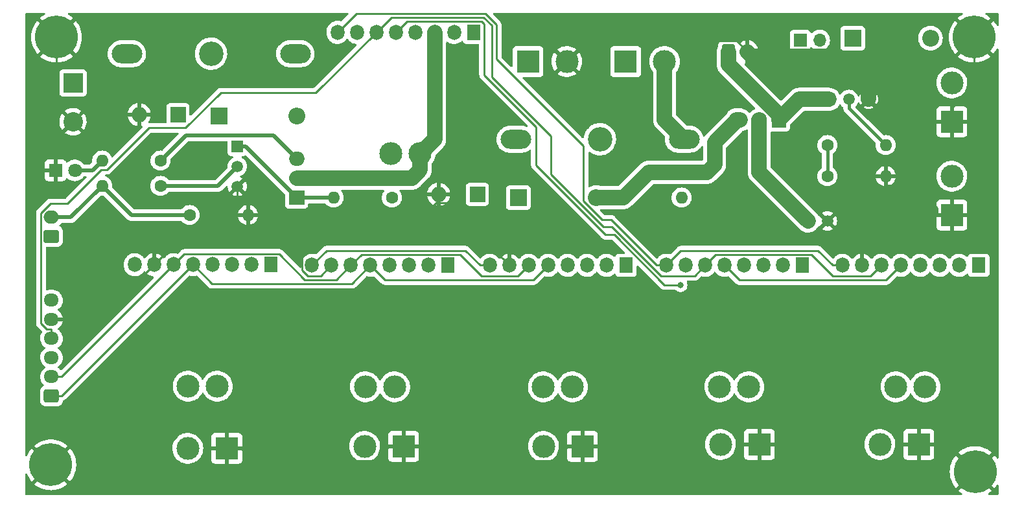
<source format=gbl>
G04 #@! TF.GenerationSoftware,KiCad,Pcbnew,(6.0.5)*
G04 #@! TF.CreationDate,2022-09-15T17:34:15+02:00*
G04 #@! TF.ProjectId,charge_pcb,63686172-6765-45f7-9063-622e6b696361,rev?*
G04 #@! TF.SameCoordinates,Original*
G04 #@! TF.FileFunction,Copper,L2,Bot*
G04 #@! TF.FilePolarity,Positive*
%FSLAX46Y46*%
G04 Gerber Fmt 4.6, Leading zero omitted, Abs format (unit mm)*
G04 Created by KiCad (PCBNEW (6.0.5)) date 2022-09-15 17:34:15*
%MOMM*%
%LPD*%
G01*
G04 APERTURE LIST*
G04 Aperture macros list*
%AMRoundRect*
0 Rectangle with rounded corners*
0 $1 Rounding radius*
0 $2 $3 $4 $5 $6 $7 $8 $9 X,Y pos of 4 corners*
0 Add a 4 corners polygon primitive as box body*
4,1,4,$2,$3,$4,$5,$6,$7,$8,$9,$2,$3,0*
0 Add four circle primitives for the rounded corners*
1,1,$1+$1,$2,$3*
1,1,$1+$1,$4,$5*
1,1,$1+$1,$6,$7*
1,1,$1+$1,$8,$9*
0 Add four rect primitives between the rounded corners*
20,1,$1+$1,$2,$3,$4,$5,0*
20,1,$1+$1,$4,$5,$6,$7,0*
20,1,$1+$1,$6,$7,$8,$9,0*
20,1,$1+$1,$8,$9,$2,$3,0*%
G04 Aperture macros list end*
G04 #@! TA.AperFunction,ComponentPad*
%ADD10R,2.540000X2.540000*%
G04 #@! TD*
G04 #@! TA.AperFunction,ComponentPad*
%ADD11C,2.540000*%
G04 #@! TD*
G04 #@! TA.AperFunction,ComponentPad*
%ADD12C,1.501140*%
G04 #@! TD*
G04 #@! TA.AperFunction,ComponentPad*
%ADD13R,2.000000X2.000000*%
G04 #@! TD*
G04 #@! TA.AperFunction,ComponentPad*
%ADD14O,2.000000X2.000000*%
G04 #@! TD*
G04 #@! TA.AperFunction,ComponentPad*
%ADD15O,4.000500X2.499360*%
G04 #@! TD*
G04 #@! TA.AperFunction,ComponentPad*
%ADD16C,3.200000*%
G04 #@! TD*
G04 #@! TA.AperFunction,ComponentPad*
%ADD17R,3.000000X3.000000*%
G04 #@! TD*
G04 #@! TA.AperFunction,ComponentPad*
%ADD18C,3.000000*%
G04 #@! TD*
G04 #@! TA.AperFunction,ComponentPad*
%ADD19R,1.500000X1.500000*%
G04 #@! TD*
G04 #@! TA.AperFunction,ComponentPad*
%ADD20C,1.500000*%
G04 #@! TD*
G04 #@! TA.AperFunction,ComponentPad*
%ADD21C,1.600000*%
G04 #@! TD*
G04 #@! TA.AperFunction,ComponentPad*
%ADD22O,1.600000X1.600000*%
G04 #@! TD*
G04 #@! TA.AperFunction,ConnectorPad*
%ADD23C,5.600000*%
G04 #@! TD*
G04 #@! TA.AperFunction,ComponentPad*
%ADD24C,3.600000*%
G04 #@! TD*
G04 #@! TA.AperFunction,ComponentPad*
%ADD25R,1.905000X2.000000*%
G04 #@! TD*
G04 #@! TA.AperFunction,ComponentPad*
%ADD26O,1.905000X2.000000*%
G04 #@! TD*
G04 #@! TA.AperFunction,ComponentPad*
%ADD27R,2.000000X1.905000*%
G04 #@! TD*
G04 #@! TA.AperFunction,ComponentPad*
%ADD28O,2.000000X1.905000*%
G04 #@! TD*
G04 #@! TA.AperFunction,ComponentPad*
%ADD29RoundRect,0.250000X0.725000X-0.600000X0.725000X0.600000X-0.725000X0.600000X-0.725000X-0.600000X0*%
G04 #@! TD*
G04 #@! TA.AperFunction,ComponentPad*
%ADD30O,1.950000X1.700000*%
G04 #@! TD*
G04 #@! TA.AperFunction,ComponentPad*
%ADD31RoundRect,0.250000X0.750000X-0.600000X0.750000X0.600000X-0.750000X0.600000X-0.750000X-0.600000X0*%
G04 #@! TD*
G04 #@! TA.AperFunction,ComponentPad*
%ADD32O,2.000000X1.700000*%
G04 #@! TD*
G04 #@! TA.AperFunction,ComponentPad*
%ADD33RoundRect,0.250000X-0.600000X-0.750000X0.600000X-0.750000X0.600000X0.750000X-0.600000X0.750000X0*%
G04 #@! TD*
G04 #@! TA.AperFunction,ComponentPad*
%ADD34O,1.700000X2.000000*%
G04 #@! TD*
G04 #@! TA.AperFunction,ComponentPad*
%ADD35R,1.800000X2.000000*%
G04 #@! TD*
G04 #@! TA.AperFunction,ComponentPad*
%ADD36O,1.800000X2.000000*%
G04 #@! TD*
G04 #@! TA.AperFunction,ComponentPad*
%ADD37O,3.000000X3.000000*%
G04 #@! TD*
G04 #@! TA.AperFunction,ComponentPad*
%ADD38R,2.200000X2.200000*%
G04 #@! TD*
G04 #@! TA.AperFunction,ComponentPad*
%ADD39O,2.200000X2.200000*%
G04 #@! TD*
G04 #@! TA.AperFunction,ComponentPad*
%ADD40R,1.700000X1.700000*%
G04 #@! TD*
G04 #@! TA.AperFunction,ComponentPad*
%ADD41O,1.700000X1.700000*%
G04 #@! TD*
G04 #@! TA.AperFunction,ComponentPad*
%ADD42R,1.800000X1.800000*%
G04 #@! TD*
G04 #@! TA.AperFunction,ComponentPad*
%ADD43C,1.800000*%
G04 #@! TD*
G04 #@! TA.AperFunction,ViaPad*
%ADD44C,0.800000*%
G04 #@! TD*
G04 #@! TA.AperFunction,Conductor*
%ADD45C,0.254000*%
G04 #@! TD*
G04 #@! TA.AperFunction,Conductor*
%ADD46C,2.000000*%
G04 #@! TD*
G04 #@! TA.AperFunction,Conductor*
%ADD47C,0.500000*%
G04 #@! TD*
G04 #@! TA.AperFunction,Conductor*
%ADD48C,0.400000*%
G04 #@! TD*
G04 APERTURE END LIST*
D10*
X91440000Y-70866000D03*
D11*
X91440000Y-75946000D03*
D12*
X187452000Y-88900000D03*
X189992000Y-88900000D03*
D13*
X105156000Y-75001000D03*
D14*
X100076000Y-75001000D03*
D15*
X98473260Y-67056000D03*
X120474740Y-67056000D03*
D16*
X109474000Y-67056000D03*
D15*
X171274740Y-78232000D03*
X149273260Y-78232000D03*
D16*
X160274000Y-78232000D03*
D17*
X111530000Y-118618000D03*
D18*
X106450000Y-118618000D03*
D19*
X112909000Y-79188000D03*
D20*
X112909000Y-81788000D03*
X112909000Y-84388000D03*
D19*
X190186000Y-73019000D03*
D20*
X192786000Y-73019000D03*
X195386000Y-73019000D03*
D21*
X102870000Y-84328000D03*
D22*
X95250000Y-84328000D03*
D21*
X133096000Y-85852000D03*
D22*
X125476000Y-85852000D03*
D21*
X189992000Y-83058000D03*
D22*
X197612000Y-83058000D03*
D21*
X189992000Y-78994000D03*
D22*
X197612000Y-78994000D03*
D23*
X89289000Y-64897000D03*
D24*
X89289000Y-64897000D03*
D23*
X209169000Y-64897000D03*
D24*
X209169000Y-64897000D03*
X209296000Y-121666000D03*
D23*
X209296000Y-121666000D03*
D24*
X88550000Y-120780000D03*
D23*
X88550000Y-120780000D03*
D17*
X181102000Y-118110000D03*
D18*
X176022000Y-118110000D03*
D25*
X183642000Y-75692000D03*
D26*
X181102000Y-75692000D03*
X178562000Y-75692000D03*
D27*
X120650000Y-85852000D03*
D28*
X120650000Y-83312000D03*
X120650000Y-80772000D03*
D29*
X88629000Y-111760000D03*
D30*
X88629000Y-109260000D03*
X88629000Y-106760000D03*
X88629000Y-104260000D03*
X88629000Y-101760000D03*
X88629000Y-99260000D03*
D17*
X134620000Y-118364000D03*
D18*
X129540000Y-118364000D03*
D17*
X150876000Y-68072000D03*
D18*
X155956000Y-68072000D03*
D31*
X88629000Y-90912000D03*
D32*
X88629000Y-88412000D03*
D17*
X163650000Y-68072000D03*
D18*
X168730000Y-68072000D03*
D17*
X157988000Y-118364000D03*
D18*
X152908000Y-118364000D03*
D33*
X177058000Y-66785000D03*
D34*
X179558000Y-66785000D03*
D17*
X201930000Y-118110000D03*
D18*
X196850000Y-118110000D03*
D17*
X206248000Y-75946000D03*
D18*
X206248000Y-70866000D03*
D17*
X206248000Y-88138000D03*
D18*
X206248000Y-83058000D03*
D35*
X140450000Y-94700000D03*
D36*
X137910000Y-94700000D03*
X135370000Y-94700000D03*
X132830000Y-94700000D03*
X130290000Y-94700000D03*
X127750000Y-94700000D03*
X125210000Y-94700000D03*
X122670000Y-94700000D03*
D37*
X133465000Y-110575000D03*
X129655000Y-110575000D03*
D35*
X143764000Y-64262000D03*
D36*
X141224000Y-64262000D03*
X138684000Y-64262000D03*
X136144000Y-64262000D03*
X133604000Y-64262000D03*
X131064000Y-64262000D03*
X128524000Y-64262000D03*
X125984000Y-64262000D03*
D37*
X136779000Y-80137000D03*
X132969000Y-80137000D03*
D35*
X163680000Y-94700000D03*
D36*
X161140000Y-94700000D03*
X158600000Y-94700000D03*
X156060000Y-94700000D03*
X153520000Y-94700000D03*
X150980000Y-94700000D03*
X148440000Y-94700000D03*
X145900000Y-94700000D03*
D37*
X156695000Y-110575000D03*
X152885000Y-110575000D03*
D35*
X186720000Y-94700000D03*
D36*
X184180000Y-94700000D03*
X181640000Y-94700000D03*
X179100000Y-94700000D03*
X176560000Y-94700000D03*
X174020000Y-94700000D03*
X171480000Y-94700000D03*
X168940000Y-94700000D03*
D37*
X179735000Y-110575000D03*
X175925000Y-110575000D03*
D35*
X209750000Y-94700000D03*
D36*
X207210000Y-94700000D03*
X204670000Y-94700000D03*
X202130000Y-94700000D03*
X199590000Y-94700000D03*
X197050000Y-94700000D03*
X194510000Y-94700000D03*
X191970000Y-94700000D03*
D37*
X202765000Y-110575000D03*
X198955000Y-110575000D03*
D21*
X163322000Y-85852000D03*
D22*
X170942000Y-85852000D03*
D21*
X102870000Y-81026000D03*
D22*
X95250000Y-81026000D03*
D38*
X193294000Y-65024000D03*
D39*
X203454000Y-65024000D03*
D40*
X186436000Y-65278000D03*
D41*
X188976000Y-65278000D03*
D13*
X144272000Y-85415000D03*
D14*
X139192000Y-85415000D03*
D35*
X117280000Y-94620000D03*
D36*
X114740000Y-94620000D03*
X112200000Y-94620000D03*
X109660000Y-94620000D03*
X107120000Y-94620000D03*
X104580000Y-94620000D03*
X102040000Y-94620000D03*
X99500000Y-94620000D03*
D37*
X110295000Y-110495000D03*
X106485000Y-110495000D03*
D38*
X110490000Y-75184000D03*
D39*
X120650000Y-75184000D03*
D21*
X106680000Y-88138000D03*
D22*
X114300000Y-88138000D03*
D38*
X149606000Y-85852000D03*
D39*
X159766000Y-85852000D03*
D42*
X89149000Y-82296000D03*
D43*
X91689000Y-82296000D03*
D44*
X170798100Y-97290700D03*
D45*
X194510000Y-93318700D02*
X191521300Y-90330000D01*
X206248000Y-75946000D02*
X206248000Y-77827300D01*
D46*
X180155000Y-67381500D02*
X190809000Y-67381500D01*
D45*
X114300000Y-88138000D02*
X115481300Y-88138000D01*
X112909000Y-86261200D02*
X110398800Y-86261200D01*
X206248000Y-88138000D02*
X204366700Y-88138000D01*
X134620000Y-118364000D02*
X136501300Y-118364000D01*
X113411300Y-118618000D02*
X115038600Y-120245300D01*
X110398800Y-86261200D02*
X102040000Y-94620000D01*
X197612000Y-83058000D02*
X197612000Y-84239300D01*
X209169000Y-71143700D02*
X206248000Y-74064700D01*
X194510000Y-94700000D02*
X194510000Y-93318700D01*
X157988000Y-118364000D02*
X156106700Y-118364000D01*
X113604500Y-86261200D02*
X112909000Y-86261200D01*
X138938000Y-86542300D02*
X140282300Y-86542300D01*
D46*
X190809000Y-67381500D02*
X195386000Y-71958300D01*
D45*
X206248000Y-77827300D02*
X201408700Y-82666600D01*
X111530000Y-118618000D02*
X113411300Y-118618000D01*
X140282300Y-86542300D02*
X148440000Y-94700000D01*
X205740000Y-118110000D02*
X209296000Y-121666000D01*
X88629000Y-101760000D02*
X94900000Y-101760000D01*
X89289000Y-64897000D02*
X89289000Y-73795000D01*
X114300000Y-86956700D02*
X113604500Y-86261200D01*
X130857400Y-120245300D02*
X132738700Y-118364000D01*
X204366700Y-88138000D02*
X204366700Y-87197300D01*
D46*
X195386000Y-71958300D02*
X195386000Y-73019000D01*
D45*
X138938000Y-86415200D02*
X138938000Y-86542300D01*
X156106700Y-118364000D02*
X154225400Y-120245300D01*
X197612000Y-84239300D02*
X191521300Y-90330000D01*
X206248000Y-75946000D02*
X206248000Y-74064700D01*
X120110800Y-92767500D02*
X121338700Y-92767500D01*
X138938000Y-86415200D02*
X134505000Y-90848200D01*
X91440000Y-75946000D02*
X89149000Y-78237000D01*
X115481300Y-88138000D02*
X120110800Y-92767500D01*
X138382600Y-120245300D02*
X136501300Y-118364000D01*
X115038600Y-120245300D02*
X130857400Y-120245300D01*
X158638700Y-65389300D02*
X178162300Y-65389300D01*
X204366700Y-87197300D02*
X201408700Y-84239300D01*
X123814100Y-96095900D02*
X125210000Y-94700000D01*
X89149000Y-78237000D02*
X89149000Y-82296000D01*
X178162300Y-65389300D02*
X179558000Y-66785000D01*
X154225400Y-120245300D02*
X138382600Y-120245300D01*
X134505000Y-90848200D02*
X123258000Y-90848200D01*
X138938000Y-85161000D02*
X138938000Y-86415200D01*
X112909000Y-86261200D02*
X112909000Y-84388000D01*
X122129800Y-96095900D02*
X123814100Y-96095900D01*
X201930000Y-118110000D02*
X205740000Y-118110000D01*
X121338700Y-92767500D02*
X121338700Y-95304800D01*
X121338700Y-95304800D02*
X122129800Y-96095900D01*
X155956000Y-68072000D02*
X158638700Y-65389300D01*
X191521300Y-90330000D02*
X190091300Y-88900000D01*
X114300000Y-88138000D02*
X114300000Y-86956700D01*
D46*
X179558000Y-66785000D02*
X180155000Y-67381500D01*
D45*
X201408700Y-84239300D02*
X197612000Y-84239300D01*
X89289000Y-73795000D02*
X91440000Y-75946000D01*
X209169000Y-64897000D02*
X209169000Y-71143700D01*
X201408700Y-82666600D02*
X201408700Y-84239300D01*
X134620000Y-118364000D02*
X132738700Y-118364000D01*
X94900000Y-101760000D02*
X102040000Y-94620000D01*
X190091300Y-88900000D02*
X189992000Y-88900000D01*
X123258000Y-90848200D02*
X121338700Y-92767500D01*
D46*
X168730000Y-68072000D02*
X168730000Y-75687300D01*
D45*
X171274700Y-78232000D02*
X171274800Y-78231900D01*
D46*
X168730000Y-75687300D02*
X171274800Y-78231900D01*
D47*
X99060000Y-88138000D02*
X106680000Y-88138000D01*
X91166000Y-88412000D02*
X95250000Y-84328000D01*
X88629000Y-88412000D02*
X91166000Y-88412000D01*
X95250000Y-84328000D02*
X99060000Y-88138000D01*
D48*
X189992000Y-78994000D02*
X189992000Y-83058000D01*
D47*
X120650000Y-85852000D02*
X125476000Y-85852000D01*
X112909000Y-79188000D02*
X113986000Y-79188000D01*
X113986000Y-79188000D02*
X120650000Y-85852000D01*
X102870000Y-84328000D02*
X110369000Y-84328000D01*
X110369000Y-84328000D02*
X112909000Y-81788000D01*
D48*
X192786000Y-74168000D02*
X197612000Y-78994000D01*
X192786000Y-73019000D02*
X192786000Y-74168000D01*
D45*
X160581500Y-88762300D02*
X158130100Y-86310900D01*
X145280000Y-61794100D02*
X128451900Y-61794100D01*
X122670000Y-94700000D02*
X124570000Y-92800000D01*
X146766000Y-67762300D02*
X146766000Y-63280100D01*
X158130100Y-79126400D02*
X146766000Y-67762300D01*
X168940000Y-94700000D02*
X167658700Y-94700000D01*
X170836900Y-92803100D02*
X168940000Y-94700000D01*
X191970000Y-94700000D02*
X190688700Y-94700000D01*
X128451900Y-61794100D02*
X125984000Y-64262000D01*
X124570000Y-92800000D02*
X142718700Y-92800000D01*
X142718700Y-92800000D02*
X144618700Y-94700000D01*
X161721000Y-88762300D02*
X160581500Y-88762300D01*
X146766000Y-63280100D02*
X145280000Y-61794100D01*
X190688700Y-94700000D02*
X188791800Y-92803100D01*
X188791800Y-92803100D02*
X170836900Y-92803100D01*
X167658700Y-94700000D02*
X161721000Y-88762300D01*
X158130100Y-86310900D02*
X158130100Y-79126400D01*
X145900000Y-94700000D02*
X144618700Y-94700000D01*
X172638600Y-96081400D02*
X168233500Y-96081400D01*
X131064000Y-64262000D02*
X123178500Y-72147500D01*
X133023500Y-62302500D02*
X131064000Y-64262000D01*
X110740300Y-72147500D02*
X106145800Y-76742000D01*
X95146400Y-82207400D02*
X90725800Y-86628000D01*
X106145800Y-76742000D02*
X101355000Y-76742000D01*
X101355000Y-76742000D02*
X95889600Y-82207400D01*
X190722100Y-96113500D02*
X187927300Y-93318700D01*
X174020000Y-94700000D02*
X172638600Y-96081400D01*
X145069400Y-62302500D02*
X133023500Y-62302500D01*
X187927300Y-93318700D02*
X175401300Y-93318700D01*
X160690600Y-89657800D02*
X153868700Y-82835900D01*
X146138400Y-63371500D02*
X145069400Y-62302500D01*
X168233500Y-96081400D02*
X161809900Y-89657800D01*
X88629000Y-104260000D02*
X88629000Y-103028700D01*
X175401300Y-93318700D02*
X174020000Y-94700000D01*
X87244900Y-102260200D02*
X88013400Y-103028700D01*
X146138400Y-70101100D02*
X146138400Y-63371500D01*
X153868700Y-77831400D02*
X146138400Y-70101100D01*
X88484000Y-86628000D02*
X87244900Y-87867100D01*
X197050000Y-94700000D02*
X195636500Y-96113500D01*
X123178500Y-72147500D02*
X110740300Y-72147500D01*
X161809900Y-89657800D02*
X160690600Y-89657800D01*
X90725800Y-86628000D02*
X88484000Y-86628000D01*
X195636500Y-96113500D02*
X190722100Y-96113500D01*
X87244900Y-87867100D02*
X87244900Y-102260200D01*
X153868700Y-82835900D02*
X153868700Y-77831400D01*
X88013400Y-103028700D02*
X88629000Y-103028700D01*
X95889600Y-82207400D02*
X95146400Y-82207400D01*
X178481800Y-96621800D02*
X197668200Y-96621800D01*
X145151100Y-63183100D02*
X145151100Y-69832800D01*
X176560000Y-94700000D02*
X178481800Y-96621800D01*
X162135200Y-90702100D02*
X168723800Y-97290700D01*
X151919200Y-81605400D02*
X161015900Y-90702100D01*
X197668200Y-96621800D02*
X199590000Y-94700000D01*
X133604000Y-64262000D02*
X135042600Y-62823400D01*
X144791400Y-62823400D02*
X145151100Y-63183100D01*
X161015900Y-90702100D02*
X162135200Y-90702100D01*
X145151100Y-69832800D02*
X151919200Y-76600900D01*
X135042600Y-62823400D02*
X144791400Y-62823400D01*
X151919200Y-76600900D02*
X151919200Y-81605400D01*
X168723800Y-97290700D02*
X170798100Y-97290700D01*
X118361500Y-93226000D02*
X121739700Y-96604200D01*
X150980000Y-94700000D02*
X149566700Y-96113300D01*
X104580000Y-94620000D02*
X105974000Y-93226000D01*
X88629000Y-109260000D02*
X89985300Y-109260000D01*
X125845800Y-96604200D02*
X127750000Y-94700000D01*
X105974000Y-93226000D02*
X118361500Y-93226000D01*
X144853100Y-96113300D02*
X142050700Y-93310900D01*
X129139100Y-93310900D02*
X127750000Y-94700000D01*
X149566700Y-96113300D02*
X144853100Y-96113300D01*
X89985300Y-109214700D02*
X89985300Y-109260000D01*
X142050700Y-93310900D02*
X129139100Y-93310900D01*
X104580000Y-94620000D02*
X89985300Y-109214700D01*
X121739700Y-96604200D02*
X125845800Y-96604200D01*
X132213900Y-96623900D02*
X151596100Y-96623900D01*
X89980000Y-111760000D02*
X88629000Y-111760000D01*
X107120000Y-94620000D02*
X89980000Y-111760000D01*
X151596100Y-96623900D02*
X153520000Y-94700000D01*
X107120000Y-94620000D02*
X109612500Y-97112500D01*
X130290000Y-94700000D02*
X132213900Y-96623900D01*
X109612500Y-97112500D02*
X127877500Y-97112500D01*
X127877500Y-97112500D02*
X130290000Y-94700000D01*
D47*
X117602000Y-77724000D02*
X120650000Y-80772000D01*
X102870000Y-81026000D02*
X106172000Y-77724000D01*
X106172000Y-77724000D02*
X117602000Y-77724000D01*
X91689000Y-82296000D02*
X93980000Y-82296000D01*
X93980000Y-82296000D02*
X95250000Y-81026000D01*
D46*
X177058000Y-68480700D02*
X177058000Y-66785000D01*
X183642000Y-75692000D02*
X183642000Y-75064700D01*
X183642000Y-75064700D02*
X177058000Y-68480700D01*
X186315000Y-73019000D02*
X183642000Y-75692000D01*
X190186000Y-73019000D02*
X186315000Y-73019000D01*
X159766000Y-85852000D02*
X163322000Y-85852000D01*
X166624000Y-82550000D02*
X163322000Y-85852000D01*
X178105000Y-75692000D02*
X178562000Y-75692000D01*
X175260000Y-78629896D02*
X175260000Y-81534000D01*
X178197896Y-75692000D02*
X175260000Y-78629896D01*
X175260000Y-81534000D02*
X174244000Y-82550000D01*
X174244000Y-82550000D02*
X166624000Y-82550000D01*
X178562000Y-75692000D02*
X178197896Y-75692000D01*
X120650000Y-83312000D02*
X135725000Y-83312000D01*
X136779000Y-82258300D02*
X136779000Y-80137000D01*
X135725000Y-83312000D02*
X136779000Y-82258300D01*
X138684000Y-78232000D02*
X138684000Y-64262000D01*
X136779000Y-80137000D02*
X138684000Y-78232000D01*
X181092000Y-82540200D02*
X181092000Y-79121000D01*
X181092000Y-79121000D02*
X181092000Y-75701800D01*
D45*
X181092000Y-79121000D02*
X181102000Y-79111000D01*
D46*
X187452000Y-88900000D02*
X181092000Y-82540200D01*
D45*
X181102000Y-79111000D02*
X181102000Y-75692000D01*
G04 #@! TA.AperFunction,Conductor*
G36*
X87760562Y-61745502D02*
G01*
X87807055Y-61799158D01*
X87817159Y-61869432D01*
X87787665Y-61934012D01*
X87749576Y-61962609D01*
X87750042Y-61963493D01*
X87740991Y-61968265D01*
X87439401Y-62148763D01*
X87433755Y-62152571D01*
X87153408Y-62364596D01*
X87148211Y-62368987D01*
X87146972Y-62370155D01*
X87138950Y-62383862D01*
X87138986Y-62384704D01*
X87144037Y-62392826D01*
X88428505Y-63677295D01*
X89276190Y-64524980D01*
X89290131Y-64532592D01*
X89291966Y-64532461D01*
X89298580Y-64528210D01*
X91431798Y-62394991D01*
X91439412Y-62381047D01*
X91439344Y-62380089D01*
X91434836Y-62373272D01*
X91433418Y-62372065D01*
X91153813Y-62159064D01*
X91148187Y-62155240D01*
X90847214Y-61973681D01*
X90841187Y-61970476D01*
X90831085Y-61965787D01*
X90777718Y-61918963D01*
X90758138Y-61850720D01*
X90778562Y-61782724D01*
X90832504Y-61736565D01*
X90884136Y-61725500D01*
X127317577Y-61725500D01*
X127385698Y-61745502D01*
X127432191Y-61799158D01*
X127442295Y-61869432D01*
X127412801Y-61934012D01*
X127406672Y-61940595D01*
X126553734Y-62793533D01*
X126491422Y-62827559D01*
X126427277Y-62824771D01*
X126287548Y-62781384D01*
X126160117Y-62764494D01*
X126055873Y-62750677D01*
X126055869Y-62750677D01*
X126050589Y-62749977D01*
X126045260Y-62750177D01*
X126045259Y-62750177D01*
X125947491Y-62753848D01*
X125811726Y-62758945D01*
X125724816Y-62777181D01*
X125583016Y-62806933D01*
X125583013Y-62806934D01*
X125577789Y-62808030D01*
X125355467Y-62895829D01*
X125151117Y-63019832D01*
X125147087Y-63023329D01*
X124989180Y-63160354D01*
X124970581Y-63176493D01*
X124967198Y-63180619D01*
X124967194Y-63180623D01*
X124865103Y-63305133D01*
X124819022Y-63361333D01*
X124816383Y-63365969D01*
X124816381Y-63365972D01*
X124743548Y-63493922D01*
X124700773Y-63569066D01*
X124619216Y-63793753D01*
X124618267Y-63799002D01*
X124618266Y-63799005D01*
X124577420Y-64024885D01*
X124577419Y-64024893D01*
X124576682Y-64028969D01*
X124575500Y-64054032D01*
X124575500Y-64422012D01*
X124590617Y-64600175D01*
X124591957Y-64605339D01*
X124591958Y-64605343D01*
X124635110Y-64771597D01*
X124650668Y-64831540D01*
X124652860Y-64836406D01*
X124722019Y-64989932D01*
X124748843Y-65049480D01*
X124882334Y-65247762D01*
X124886013Y-65251619D01*
X124886015Y-65251621D01*
X124914390Y-65281365D01*
X125047326Y-65420718D01*
X125239100Y-65563402D01*
X125243851Y-65565818D01*
X125243855Y-65565820D01*
X125447414Y-65669314D01*
X125452172Y-65671733D01*
X125561699Y-65705742D01*
X125675349Y-65741032D01*
X125675355Y-65741033D01*
X125680452Y-65742616D01*
X125785219Y-65756502D01*
X125912127Y-65773323D01*
X125912131Y-65773323D01*
X125917411Y-65774023D01*
X125922740Y-65773823D01*
X125922741Y-65773823D01*
X126021075Y-65770131D01*
X126156274Y-65765055D01*
X126243184Y-65746819D01*
X126384984Y-65717067D01*
X126384987Y-65717066D01*
X126390211Y-65715970D01*
X126612533Y-65628171D01*
X126816883Y-65504168D01*
X126820913Y-65500671D01*
X126993386Y-65351007D01*
X126993388Y-65351005D01*
X126997419Y-65347507D01*
X127000802Y-65343381D01*
X127000806Y-65343377D01*
X127115500Y-65203496D01*
X127148978Y-65162667D01*
X127151619Y-65158027D01*
X127153244Y-65155663D01*
X127208312Y-65110852D01*
X127278865Y-65102927D01*
X127342502Y-65134403D01*
X127361604Y-65156662D01*
X127419751Y-65243029D01*
X127426406Y-65251307D01*
X127583971Y-65416478D01*
X127591942Y-65423530D01*
X127775082Y-65559790D01*
X127784119Y-65565394D01*
X127987606Y-65668851D01*
X127997459Y-65672852D01*
X128215461Y-65740544D01*
X128225847Y-65742828D01*
X128377762Y-65762962D01*
X128442664Y-65791741D01*
X128481704Y-65851040D01*
X128482487Y-65922032D01*
X128450302Y-65976965D01*
X122952172Y-71475095D01*
X122889860Y-71509121D01*
X122863077Y-71512000D01*
X110819320Y-71512000D01*
X110808086Y-71511470D01*
X110800581Y-71509792D01*
X110732871Y-71511920D01*
X110732288Y-71511938D01*
X110728331Y-71512000D01*
X110700317Y-71512000D01*
X110696392Y-71512496D01*
X110696391Y-71512496D01*
X110696296Y-71512508D01*
X110684451Y-71513441D01*
X110654630Y-71514378D01*
X110648018Y-71514586D01*
X110648017Y-71514586D01*
X110640095Y-71514835D01*
X110620552Y-71520513D01*
X110601188Y-71524523D01*
X110588860Y-71526080D01*
X110588858Y-71526080D01*
X110581001Y-71527073D01*
X110573637Y-71529989D01*
X110573632Y-71529990D01*
X110539744Y-71543407D01*
X110528515Y-71547252D01*
X110514541Y-71551312D01*
X110485907Y-71559631D01*
X110479081Y-71563668D01*
X110468391Y-71569990D01*
X110450641Y-71578687D01*
X110431712Y-71586181D01*
X110395964Y-71612154D01*
X110395819Y-71612259D01*
X110385895Y-71618778D01*
X110354524Y-71637330D01*
X110354519Y-71637334D01*
X110347701Y-71641366D01*
X110333314Y-71655753D01*
X110318280Y-71668594D01*
X110301813Y-71680558D01*
X110285700Y-71700036D01*
X110273528Y-71714749D01*
X110265538Y-71723529D01*
X106879595Y-75109472D01*
X106817283Y-75143498D01*
X106746468Y-75138433D01*
X106689632Y-75095886D01*
X106664821Y-75029366D01*
X106664500Y-75020377D01*
X106664500Y-73952866D01*
X106657745Y-73890684D01*
X106606615Y-73754295D01*
X106519261Y-73637739D01*
X106402705Y-73550385D01*
X106266316Y-73499255D01*
X106204134Y-73492500D01*
X104107866Y-73492500D01*
X104045684Y-73499255D01*
X103909295Y-73550385D01*
X103792739Y-73637739D01*
X103705385Y-73754295D01*
X103654255Y-73890684D01*
X103647500Y-73952866D01*
X103647500Y-75980500D01*
X103627498Y-76048621D01*
X103573842Y-76095114D01*
X103521500Y-76106500D01*
X101434032Y-76106500D01*
X101422793Y-76105970D01*
X101415281Y-76104291D01*
X101407356Y-76104540D01*
X101407355Y-76104540D01*
X101395836Y-76104902D01*
X101393487Y-76104976D01*
X101324772Y-76087124D01*
X101276616Y-76034955D01*
X101264310Y-75965033D01*
X101293718Y-75897208D01*
X101296552Y-75893890D01*
X101302357Y-75885899D01*
X101421205Y-75691958D01*
X101425687Y-75683163D01*
X101512736Y-75473008D01*
X101515782Y-75463634D01*
X101561642Y-75272615D01*
X101560937Y-75258531D01*
X101552056Y-75255000D01*
X100348115Y-75255000D01*
X100332876Y-75259475D01*
X100331671Y-75260865D01*
X100330000Y-75268548D01*
X100330000Y-76472756D01*
X100333973Y-76486287D01*
X100343431Y-76487647D01*
X100392209Y-76475936D01*
X100463117Y-76479483D01*
X100520851Y-76520803D01*
X100547081Y-76586776D01*
X100533479Y-76656458D01*
X100510718Y-76687550D01*
X98581776Y-78616491D01*
X96655166Y-80543101D01*
X96592854Y-80577127D01*
X96522038Y-80572062D01*
X96465203Y-80529515D01*
X96451876Y-80507256D01*
X96389849Y-80374238D01*
X96389846Y-80374233D01*
X96387523Y-80369251D01*
X96314098Y-80264389D01*
X96259357Y-80186211D01*
X96259355Y-80186208D01*
X96256198Y-80181700D01*
X96094300Y-80019802D01*
X96089792Y-80016645D01*
X96089789Y-80016643D01*
X95982899Y-79941798D01*
X95906749Y-79888477D01*
X95901767Y-79886154D01*
X95901762Y-79886151D01*
X95704225Y-79794039D01*
X95704224Y-79794039D01*
X95699243Y-79791716D01*
X95693935Y-79790294D01*
X95693933Y-79790293D01*
X95483402Y-79733881D01*
X95483400Y-79733881D01*
X95478087Y-79732457D01*
X95250000Y-79712502D01*
X95021913Y-79732457D01*
X95016600Y-79733881D01*
X95016598Y-79733881D01*
X94806067Y-79790293D01*
X94806065Y-79790294D01*
X94800757Y-79791716D01*
X94795776Y-79794039D01*
X94795775Y-79794039D01*
X94598238Y-79886151D01*
X94598233Y-79886154D01*
X94593251Y-79888477D01*
X94517101Y-79941798D01*
X94410211Y-80016643D01*
X94410208Y-80016645D01*
X94405700Y-80019802D01*
X94243802Y-80181700D01*
X94240645Y-80186208D01*
X94240643Y-80186211D01*
X94185902Y-80264389D01*
X94112477Y-80369251D01*
X94110154Y-80374233D01*
X94110151Y-80374238D01*
X94037745Y-80529515D01*
X94015716Y-80576757D01*
X94014294Y-80582065D01*
X94014293Y-80582067D01*
X93983470Y-80697101D01*
X93956457Y-80797913D01*
X93936502Y-81026000D01*
X93936981Y-81031475D01*
X93950755Y-81188913D01*
X93936766Y-81258518D01*
X93914329Y-81288990D01*
X93702724Y-81500595D01*
X93640412Y-81534621D01*
X93613629Y-81537500D01*
X92944493Y-81537500D01*
X92876372Y-81517498D01*
X92838701Y-81479941D01*
X92829688Y-81466008D01*
X92808764Y-81433665D01*
X92796063Y-81419706D01*
X92724911Y-81341512D01*
X92652887Y-81262358D01*
X92648836Y-81259159D01*
X92648832Y-81259155D01*
X92475177Y-81122011D01*
X92475172Y-81122008D01*
X92471123Y-81118810D01*
X92466607Y-81116317D01*
X92466604Y-81116315D01*
X92272879Y-81009373D01*
X92272875Y-81009371D01*
X92268355Y-81006876D01*
X92263486Y-81005152D01*
X92263482Y-81005150D01*
X92054903Y-80931288D01*
X92054899Y-80931287D01*
X92050028Y-80929562D01*
X92044935Y-80928655D01*
X92044932Y-80928654D01*
X91827095Y-80889851D01*
X91827089Y-80889850D01*
X91822006Y-80888945D01*
X91744644Y-80888000D01*
X91595581Y-80886179D01*
X91595579Y-80886179D01*
X91590411Y-80886116D01*
X91361464Y-80921150D01*
X91141314Y-80993106D01*
X91136726Y-80995494D01*
X91136722Y-80995496D01*
X90946668Y-81094432D01*
X90935872Y-81100052D01*
X90931739Y-81103155D01*
X90931736Y-81103157D01*
X90758871Y-81232948D01*
X90750655Y-81239117D01*
X90736350Y-81254087D01*
X90732787Y-81257815D01*
X90671263Y-81293245D01*
X90600351Y-81289788D01*
X90542564Y-81248543D01*
X90523711Y-81214994D01*
X90502324Y-81157946D01*
X90493786Y-81142351D01*
X90417285Y-81040276D01*
X90404724Y-81027715D01*
X90302649Y-80951214D01*
X90287054Y-80942676D01*
X90166606Y-80897522D01*
X90151351Y-80893895D01*
X90100486Y-80888369D01*
X90093672Y-80888000D01*
X89421115Y-80888000D01*
X89405876Y-80892475D01*
X89404671Y-80893865D01*
X89403000Y-80901548D01*
X89403000Y-83685884D01*
X89407475Y-83701123D01*
X89408865Y-83702328D01*
X89416548Y-83703999D01*
X90093669Y-83703999D01*
X90100490Y-83703629D01*
X90151352Y-83698105D01*
X90166604Y-83694479D01*
X90287054Y-83649324D01*
X90302649Y-83640786D01*
X90404724Y-83564285D01*
X90417285Y-83551724D01*
X90493786Y-83449649D01*
X90502324Y-83434054D01*
X90523773Y-83376840D01*
X90566415Y-83320075D01*
X90632977Y-83295376D01*
X90702325Y-83310584D01*
X90722240Y-83324126D01*
X90878349Y-83453730D01*
X91078322Y-83570584D01*
X91083147Y-83572426D01*
X91083148Y-83572427D01*
X91100500Y-83579053D01*
X91294694Y-83653209D01*
X91299760Y-83654240D01*
X91299761Y-83654240D01*
X91324573Y-83659288D01*
X91521656Y-83699385D01*
X91652324Y-83704176D01*
X91747949Y-83707683D01*
X91747953Y-83707683D01*
X91753113Y-83707872D01*
X91758233Y-83707216D01*
X91758235Y-83707216D01*
X91868495Y-83693091D01*
X91982847Y-83678442D01*
X91987795Y-83676957D01*
X91987802Y-83676956D01*
X92199747Y-83613369D01*
X92204690Y-83611886D01*
X92234274Y-83597393D01*
X92408049Y-83512262D01*
X92408052Y-83512260D01*
X92412684Y-83509991D01*
X92601243Y-83375494D01*
X92765303Y-83212005D01*
X92840777Y-83106973D01*
X92896770Y-83063326D01*
X92943098Y-83054500D01*
X93096377Y-83054500D01*
X93164498Y-83074502D01*
X93210991Y-83128158D01*
X93221095Y-83198432D01*
X93191601Y-83263012D01*
X93185472Y-83269595D01*
X90499472Y-85955595D01*
X90437160Y-85989621D01*
X90410377Y-85992500D01*
X88563020Y-85992500D01*
X88551786Y-85991970D01*
X88544281Y-85990292D01*
X88476571Y-85992420D01*
X88475988Y-85992438D01*
X88472031Y-85992500D01*
X88444017Y-85992500D01*
X88440092Y-85992996D01*
X88440091Y-85992996D01*
X88439996Y-85993008D01*
X88428151Y-85993941D01*
X88398330Y-85994878D01*
X88391718Y-85995086D01*
X88391717Y-85995086D01*
X88383795Y-85995335D01*
X88364252Y-86001013D01*
X88344888Y-86005023D01*
X88332560Y-86006580D01*
X88332558Y-86006580D01*
X88324701Y-86007573D01*
X88317337Y-86010489D01*
X88317332Y-86010490D01*
X88283444Y-86023907D01*
X88272215Y-86027752D01*
X88255535Y-86032598D01*
X88229607Y-86040131D01*
X88222780Y-86044169D01*
X88222777Y-86044170D01*
X88212094Y-86050488D01*
X88194336Y-86059188D01*
X88182785Y-86063761D01*
X88182779Y-86063765D01*
X88175412Y-86066681D01*
X88169001Y-86071339D01*
X88168999Y-86071340D01*
X88139512Y-86092764D01*
X88129590Y-86099281D01*
X88098232Y-86117826D01*
X88098228Y-86117829D01*
X88091402Y-86121866D01*
X88077018Y-86136250D01*
X88061984Y-86149091D01*
X88045513Y-86161058D01*
X88040460Y-86167166D01*
X88017223Y-86195255D01*
X88009233Y-86204035D01*
X86851417Y-87361850D01*
X86843091Y-87369426D01*
X86836597Y-87373547D01*
X86824429Y-87386505D01*
X86789815Y-87423365D01*
X86787060Y-87426207D01*
X86767261Y-87446006D01*
X86764837Y-87449131D01*
X86764829Y-87449140D01*
X86764763Y-87449226D01*
X86757055Y-87458251D01*
X86726683Y-87490594D01*
X86722865Y-87497538D01*
X86722864Y-87497540D01*
X86716878Y-87508429D01*
X86706027Y-87524947D01*
X86693550Y-87541033D01*
X86675924Y-87581766D01*
X86670707Y-87592414D01*
X86649331Y-87631297D01*
X86647360Y-87638972D01*
X86647358Y-87638978D01*
X86644269Y-87651011D01*
X86637866Y-87669713D01*
X86629783Y-87688392D01*
X86625547Y-87715136D01*
X86622840Y-87732227D01*
X86620435Y-87743840D01*
X86609400Y-87786818D01*
X86609400Y-87807165D01*
X86607849Y-87826876D01*
X86604665Y-87846979D01*
X86605411Y-87854871D01*
X86608841Y-87891156D01*
X86609400Y-87903014D01*
X86609400Y-102181180D01*
X86608870Y-102192414D01*
X86607192Y-102199919D01*
X86607441Y-102207838D01*
X86609338Y-102268212D01*
X86609400Y-102272169D01*
X86609400Y-102300183D01*
X86609896Y-102304108D01*
X86609896Y-102304109D01*
X86609908Y-102304204D01*
X86610841Y-102316049D01*
X86612235Y-102360405D01*
X86614447Y-102368017D01*
X86617913Y-102379948D01*
X86621923Y-102399312D01*
X86623046Y-102408199D01*
X86624473Y-102419499D01*
X86627389Y-102426863D01*
X86627390Y-102426868D01*
X86640807Y-102460756D01*
X86644652Y-102471985D01*
X86657031Y-102514593D01*
X86661069Y-102521420D01*
X86661070Y-102521423D01*
X86667388Y-102532106D01*
X86676088Y-102549864D01*
X86680661Y-102561415D01*
X86680665Y-102561421D01*
X86683581Y-102568788D01*
X86688239Y-102575199D01*
X86688240Y-102575201D01*
X86709664Y-102604688D01*
X86716181Y-102614610D01*
X86734726Y-102645968D01*
X86734729Y-102645972D01*
X86738766Y-102652798D01*
X86753150Y-102667182D01*
X86765991Y-102682216D01*
X86777958Y-102698687D01*
X86803857Y-102720112D01*
X86812150Y-102726973D01*
X86820930Y-102734963D01*
X87388690Y-103302723D01*
X87422716Y-103365035D01*
X87417651Y-103435850D01*
X87400684Y-103467030D01*
X87345246Y-103541542D01*
X87240760Y-103747051D01*
X87239178Y-103752145D01*
X87239177Y-103752148D01*
X87177115Y-103952020D01*
X87172393Y-103967227D01*
X87171692Y-103972516D01*
X87156304Y-104088623D01*
X87142102Y-104195774D01*
X87150751Y-104426158D01*
X87198093Y-104651791D01*
X87282776Y-104866221D01*
X87402377Y-105063317D01*
X87405874Y-105067347D01*
X87492438Y-105167103D01*
X87553477Y-105237445D01*
X87557608Y-105240832D01*
X87727627Y-105380240D01*
X87727633Y-105380244D01*
X87731755Y-105383624D01*
X87763250Y-105401552D01*
X87812555Y-105452632D01*
X87826417Y-105522262D01*
X87800434Y-105588333D01*
X87771284Y-105615573D01*
X87649681Y-105697441D01*
X87482865Y-105856576D01*
X87345246Y-106041542D01*
X87240760Y-106247051D01*
X87239178Y-106252145D01*
X87239177Y-106252148D01*
X87177115Y-106452020D01*
X87172393Y-106467227D01*
X87171692Y-106472516D01*
X87156304Y-106588623D01*
X87142102Y-106695774D01*
X87150751Y-106926158D01*
X87198093Y-107151791D01*
X87282776Y-107366221D01*
X87402377Y-107563317D01*
X87405874Y-107567347D01*
X87492438Y-107667103D01*
X87553477Y-107737445D01*
X87557608Y-107740832D01*
X87727627Y-107880240D01*
X87727633Y-107880244D01*
X87731755Y-107883624D01*
X87763250Y-107901552D01*
X87812555Y-107952632D01*
X87826417Y-108022262D01*
X87800434Y-108088333D01*
X87771284Y-108115573D01*
X87649681Y-108197441D01*
X87482865Y-108356576D01*
X87345246Y-108541542D01*
X87342830Y-108546293D01*
X87342828Y-108546297D01*
X87311977Y-108606977D01*
X87240760Y-108747051D01*
X87239178Y-108752145D01*
X87239177Y-108752148D01*
X87207554Y-108853990D01*
X87172393Y-108967227D01*
X87171692Y-108972516D01*
X87156066Y-109090417D01*
X87142102Y-109195774D01*
X87142302Y-109201103D01*
X87142302Y-109201105D01*
X87145588Y-109288633D01*
X87150751Y-109426158D01*
X87198093Y-109651791D01*
X87200051Y-109656750D01*
X87200052Y-109656752D01*
X87279134Y-109856998D01*
X87282776Y-109866221D01*
X87285543Y-109870780D01*
X87285544Y-109870783D01*
X87350883Y-109978458D01*
X87402377Y-110063317D01*
X87405874Y-110067347D01*
X87518139Y-110196721D01*
X87553477Y-110237445D01*
X87589120Y-110266670D01*
X87629114Y-110325329D01*
X87631046Y-110396299D01*
X87594302Y-110457048D01*
X87575532Y-110471248D01*
X87473018Y-110534686D01*
X87429652Y-110561522D01*
X87304695Y-110686697D01*
X87300855Y-110692927D01*
X87300854Y-110692928D01*
X87220657Y-110823032D01*
X87211885Y-110837262D01*
X87156203Y-111005139D01*
X87145500Y-111109600D01*
X87145500Y-112410400D01*
X87145837Y-112413646D01*
X87145837Y-112413650D01*
X87155629Y-112508021D01*
X87156474Y-112516166D01*
X87158655Y-112522702D01*
X87158655Y-112522704D01*
X87179561Y-112585367D01*
X87212450Y-112683946D01*
X87305522Y-112834348D01*
X87430697Y-112959305D01*
X87436927Y-112963145D01*
X87436928Y-112963146D01*
X87574090Y-113047694D01*
X87581262Y-113052115D01*
X87661005Y-113078564D01*
X87742611Y-113105632D01*
X87742613Y-113105632D01*
X87749139Y-113107797D01*
X87755975Y-113108497D01*
X87755978Y-113108498D01*
X87799031Y-113112909D01*
X87853600Y-113118500D01*
X89404400Y-113118500D01*
X89407646Y-113118163D01*
X89407650Y-113118163D01*
X89503308Y-113108238D01*
X89503312Y-113108237D01*
X89510166Y-113107526D01*
X89516702Y-113105345D01*
X89516704Y-113105345D01*
X89648806Y-113061272D01*
X89677946Y-113051550D01*
X89828348Y-112958478D01*
X89953305Y-112833303D01*
X90046115Y-112682738D01*
X90089130Y-112553050D01*
X90099632Y-112521389D01*
X90099632Y-112521387D01*
X90101797Y-112514861D01*
X90106709Y-112466916D01*
X90133550Y-112401190D01*
X90196899Y-112358762D01*
X90201319Y-112357478D01*
X90234393Y-112347869D01*
X90241220Y-112343831D01*
X90241223Y-112343830D01*
X90251906Y-112337512D01*
X90269664Y-112328812D01*
X90281215Y-112324239D01*
X90281221Y-112324235D01*
X90288588Y-112321319D01*
X90324491Y-112295234D01*
X90334410Y-112288719D01*
X90365768Y-112270174D01*
X90365772Y-112270171D01*
X90372598Y-112266134D01*
X90386982Y-112251750D01*
X90402016Y-112238909D01*
X90412073Y-112231602D01*
X90418487Y-112226942D01*
X90446778Y-112192744D01*
X90454767Y-112183965D01*
X92164814Y-110473918D01*
X104471917Y-110473918D01*
X104487682Y-110747320D01*
X104488507Y-110751525D01*
X104488508Y-110751533D01*
X104504204Y-110831533D01*
X104540405Y-111016053D01*
X104541792Y-111020103D01*
X104541793Y-111020108D01*
X104608128Y-111213856D01*
X104629112Y-111275144D01*
X104752160Y-111519799D01*
X104754586Y-111523328D01*
X104754589Y-111523334D01*
X104904843Y-111741953D01*
X104907274Y-111745490D01*
X104910161Y-111748663D01*
X104910162Y-111748664D01*
X104980068Y-111825490D01*
X105091582Y-111948043D01*
X105301675Y-112123707D01*
X105305316Y-112125991D01*
X105530024Y-112266951D01*
X105530028Y-112266953D01*
X105533664Y-112269234D01*
X105601544Y-112299883D01*
X105779345Y-112380164D01*
X105779349Y-112380166D01*
X105783257Y-112381930D01*
X105787377Y-112383150D01*
X105787376Y-112383150D01*
X106041723Y-112458491D01*
X106041727Y-112458492D01*
X106045836Y-112459709D01*
X106050070Y-112460357D01*
X106050075Y-112460358D01*
X106312298Y-112500483D01*
X106312300Y-112500483D01*
X106316540Y-112501132D01*
X106455912Y-112503322D01*
X106586071Y-112505367D01*
X106586077Y-112505367D01*
X106590362Y-112505434D01*
X106862235Y-112472534D01*
X107127127Y-112403041D01*
X107131087Y-112401401D01*
X107131092Y-112401399D01*
X107270075Y-112343830D01*
X107380136Y-112298241D01*
X107538003Y-112205991D01*
X107612879Y-112162237D01*
X107612880Y-112162236D01*
X107616582Y-112160073D01*
X107832089Y-111991094D01*
X107873809Y-111948043D01*
X108019686Y-111797509D01*
X108022669Y-111794431D01*
X108025202Y-111790983D01*
X108025206Y-111790978D01*
X108182257Y-111577178D01*
X108184795Y-111573723D01*
X108212154Y-111523334D01*
X108279772Y-111398798D01*
X108329855Y-111348476D01*
X108399193Y-111333220D01*
X108465772Y-111357873D01*
X108503067Y-111402304D01*
X108562160Y-111519799D01*
X108564586Y-111523328D01*
X108564589Y-111523334D01*
X108714843Y-111741953D01*
X108717274Y-111745490D01*
X108720161Y-111748663D01*
X108720162Y-111748664D01*
X108790068Y-111825490D01*
X108901582Y-111948043D01*
X109111675Y-112123707D01*
X109115316Y-112125991D01*
X109340024Y-112266951D01*
X109340028Y-112266953D01*
X109343664Y-112269234D01*
X109411544Y-112299883D01*
X109589345Y-112380164D01*
X109589349Y-112380166D01*
X109593257Y-112381930D01*
X109597377Y-112383150D01*
X109597376Y-112383150D01*
X109851723Y-112458491D01*
X109851727Y-112458492D01*
X109855836Y-112459709D01*
X109860070Y-112460357D01*
X109860075Y-112460358D01*
X110122298Y-112500483D01*
X110122300Y-112500483D01*
X110126540Y-112501132D01*
X110265912Y-112503322D01*
X110396071Y-112505367D01*
X110396077Y-112505367D01*
X110400362Y-112505434D01*
X110672235Y-112472534D01*
X110937127Y-112403041D01*
X110941087Y-112401401D01*
X110941092Y-112401399D01*
X111080075Y-112343830D01*
X111190136Y-112298241D01*
X111348003Y-112205991D01*
X111422879Y-112162237D01*
X111422880Y-112162236D01*
X111426582Y-112160073D01*
X111642089Y-111991094D01*
X111683809Y-111948043D01*
X111829686Y-111797509D01*
X111832669Y-111794431D01*
X111835202Y-111790983D01*
X111835206Y-111790978D01*
X111992257Y-111577178D01*
X111994795Y-111573723D01*
X112022154Y-111523334D01*
X112123418Y-111336830D01*
X112123419Y-111336828D01*
X112125468Y-111333054D01*
X112193622Y-111152689D01*
X112220751Y-111080895D01*
X112220752Y-111080891D01*
X112222269Y-111076877D01*
X112247107Y-110968427D01*
X112282449Y-110814117D01*
X112282450Y-110814113D01*
X112283407Y-110809933D01*
X112290220Y-110733603D01*
X112306256Y-110553918D01*
X127641917Y-110553918D01*
X127657682Y-110827320D01*
X127658507Y-110831525D01*
X127658508Y-110831533D01*
X127660995Y-110844209D01*
X127710405Y-111096053D01*
X127711792Y-111100103D01*
X127711793Y-111100108D01*
X127796829Y-111348476D01*
X127799112Y-111355144D01*
X127922160Y-111599799D01*
X127924586Y-111603328D01*
X127924589Y-111603334D01*
X128058043Y-111797509D01*
X128077274Y-111825490D01*
X128261582Y-112028043D01*
X128471675Y-112203707D01*
X128475316Y-112205991D01*
X128700024Y-112346951D01*
X128700028Y-112346953D01*
X128703664Y-112349234D01*
X128818733Y-112401190D01*
X128949345Y-112460164D01*
X128949349Y-112460166D01*
X128953257Y-112461930D01*
X128957377Y-112463150D01*
X128957376Y-112463150D01*
X129211723Y-112538491D01*
X129211727Y-112538492D01*
X129215836Y-112539709D01*
X129220070Y-112540357D01*
X129220075Y-112540358D01*
X129482298Y-112580483D01*
X129482300Y-112580483D01*
X129486540Y-112581132D01*
X129625912Y-112583322D01*
X129756071Y-112585367D01*
X129756077Y-112585367D01*
X129760362Y-112585434D01*
X130032235Y-112552534D01*
X130297127Y-112483041D01*
X130301087Y-112481401D01*
X130301092Y-112481399D01*
X130480382Y-112407134D01*
X130550136Y-112378241D01*
X130684230Y-112299883D01*
X130782879Y-112242237D01*
X130782880Y-112242236D01*
X130786582Y-112240073D01*
X131002089Y-112071094D01*
X131043809Y-112028043D01*
X131189686Y-111877509D01*
X131192669Y-111874431D01*
X131195202Y-111870983D01*
X131195206Y-111870978D01*
X131352257Y-111657178D01*
X131354795Y-111653723D01*
X131382154Y-111603334D01*
X131449772Y-111478798D01*
X131499855Y-111428476D01*
X131569193Y-111413220D01*
X131635772Y-111437873D01*
X131673067Y-111482304D01*
X131732160Y-111599799D01*
X131734586Y-111603328D01*
X131734589Y-111603334D01*
X131868043Y-111797509D01*
X131887274Y-111825490D01*
X132071582Y-112028043D01*
X132281675Y-112203707D01*
X132285316Y-112205991D01*
X132510024Y-112346951D01*
X132510028Y-112346953D01*
X132513664Y-112349234D01*
X132628733Y-112401190D01*
X132759345Y-112460164D01*
X132759349Y-112460166D01*
X132763257Y-112461930D01*
X132767377Y-112463150D01*
X132767376Y-112463150D01*
X133021723Y-112538491D01*
X133021727Y-112538492D01*
X133025836Y-112539709D01*
X133030070Y-112540357D01*
X133030075Y-112540358D01*
X133292298Y-112580483D01*
X133292300Y-112580483D01*
X133296540Y-112581132D01*
X133435912Y-112583322D01*
X133566071Y-112585367D01*
X133566077Y-112585367D01*
X133570362Y-112585434D01*
X133842235Y-112552534D01*
X134107127Y-112483041D01*
X134111087Y-112481401D01*
X134111092Y-112481399D01*
X134290382Y-112407134D01*
X134360136Y-112378241D01*
X134494230Y-112299883D01*
X134592879Y-112242237D01*
X134592880Y-112242236D01*
X134596582Y-112240073D01*
X134812089Y-112071094D01*
X134853809Y-112028043D01*
X134999686Y-111877509D01*
X135002669Y-111874431D01*
X135005202Y-111870983D01*
X135005206Y-111870978D01*
X135162257Y-111657178D01*
X135164795Y-111653723D01*
X135192154Y-111603334D01*
X135293418Y-111416830D01*
X135293419Y-111416828D01*
X135295468Y-111413054D01*
X135349112Y-111271088D01*
X135390751Y-111160895D01*
X135390752Y-111160891D01*
X135392269Y-111156877D01*
X135425485Y-111011846D01*
X135452449Y-110894117D01*
X135452450Y-110894113D01*
X135453407Y-110889933D01*
X135460174Y-110814117D01*
X135477531Y-110619627D01*
X135477531Y-110619625D01*
X135477751Y-110617161D01*
X135478193Y-110575000D01*
X135478024Y-110572519D01*
X135476756Y-110553918D01*
X150871917Y-110553918D01*
X150887682Y-110827320D01*
X150888507Y-110831525D01*
X150888508Y-110831533D01*
X150890995Y-110844209D01*
X150940405Y-111096053D01*
X150941792Y-111100103D01*
X150941793Y-111100108D01*
X151026829Y-111348476D01*
X151029112Y-111355144D01*
X151152160Y-111599799D01*
X151154586Y-111603328D01*
X151154589Y-111603334D01*
X151288043Y-111797509D01*
X151307274Y-111825490D01*
X151491582Y-112028043D01*
X151701675Y-112203707D01*
X151705316Y-112205991D01*
X151930024Y-112346951D01*
X151930028Y-112346953D01*
X151933664Y-112349234D01*
X152048733Y-112401190D01*
X152179345Y-112460164D01*
X152179349Y-112460166D01*
X152183257Y-112461930D01*
X152187377Y-112463150D01*
X152187376Y-112463150D01*
X152441723Y-112538491D01*
X152441727Y-112538492D01*
X152445836Y-112539709D01*
X152450070Y-112540357D01*
X152450075Y-112540358D01*
X152712298Y-112580483D01*
X152712300Y-112580483D01*
X152716540Y-112581132D01*
X152855912Y-112583322D01*
X152986071Y-112585367D01*
X152986077Y-112585367D01*
X152990362Y-112585434D01*
X153262235Y-112552534D01*
X153527127Y-112483041D01*
X153531087Y-112481401D01*
X153531092Y-112481399D01*
X153710382Y-112407134D01*
X153780136Y-112378241D01*
X153914230Y-112299883D01*
X154012879Y-112242237D01*
X154012880Y-112242236D01*
X154016582Y-112240073D01*
X154232089Y-112071094D01*
X154273809Y-112028043D01*
X154419686Y-111877509D01*
X154422669Y-111874431D01*
X154425202Y-111870983D01*
X154425206Y-111870978D01*
X154582257Y-111657178D01*
X154584795Y-111653723D01*
X154612154Y-111603334D01*
X154679772Y-111478798D01*
X154729855Y-111428476D01*
X154799193Y-111413220D01*
X154865772Y-111437873D01*
X154903067Y-111482304D01*
X154962160Y-111599799D01*
X154964586Y-111603328D01*
X154964589Y-111603334D01*
X155098043Y-111797509D01*
X155117274Y-111825490D01*
X155301582Y-112028043D01*
X155511675Y-112203707D01*
X155515316Y-112205991D01*
X155740024Y-112346951D01*
X155740028Y-112346953D01*
X155743664Y-112349234D01*
X155858733Y-112401190D01*
X155989345Y-112460164D01*
X155989349Y-112460166D01*
X155993257Y-112461930D01*
X155997377Y-112463150D01*
X155997376Y-112463150D01*
X156251723Y-112538491D01*
X156251727Y-112538492D01*
X156255836Y-112539709D01*
X156260070Y-112540357D01*
X156260075Y-112540358D01*
X156522298Y-112580483D01*
X156522300Y-112580483D01*
X156526540Y-112581132D01*
X156665912Y-112583322D01*
X156796071Y-112585367D01*
X156796077Y-112585367D01*
X156800362Y-112585434D01*
X157072235Y-112552534D01*
X157337127Y-112483041D01*
X157341087Y-112481401D01*
X157341092Y-112481399D01*
X157520382Y-112407134D01*
X157590136Y-112378241D01*
X157724230Y-112299883D01*
X157822879Y-112242237D01*
X157822880Y-112242236D01*
X157826582Y-112240073D01*
X158042089Y-112071094D01*
X158083809Y-112028043D01*
X158229686Y-111877509D01*
X158232669Y-111874431D01*
X158235202Y-111870983D01*
X158235206Y-111870978D01*
X158392257Y-111657178D01*
X158394795Y-111653723D01*
X158422154Y-111603334D01*
X158523418Y-111416830D01*
X158523419Y-111416828D01*
X158525468Y-111413054D01*
X158579112Y-111271088D01*
X158620751Y-111160895D01*
X158620752Y-111160891D01*
X158622269Y-111156877D01*
X158655485Y-111011846D01*
X158682449Y-110894117D01*
X158682450Y-110894113D01*
X158683407Y-110889933D01*
X158690174Y-110814117D01*
X158707531Y-110619627D01*
X158707531Y-110619625D01*
X158707751Y-110617161D01*
X158708193Y-110575000D01*
X158708024Y-110572519D01*
X158706756Y-110553918D01*
X173911917Y-110553918D01*
X173927682Y-110827320D01*
X173928507Y-110831525D01*
X173928508Y-110831533D01*
X173930995Y-110844209D01*
X173980405Y-111096053D01*
X173981792Y-111100103D01*
X173981793Y-111100108D01*
X174066829Y-111348476D01*
X174069112Y-111355144D01*
X174192160Y-111599799D01*
X174194586Y-111603328D01*
X174194589Y-111603334D01*
X174328043Y-111797509D01*
X174347274Y-111825490D01*
X174531582Y-112028043D01*
X174741675Y-112203707D01*
X174745316Y-112205991D01*
X174970024Y-112346951D01*
X174970028Y-112346953D01*
X174973664Y-112349234D01*
X175088733Y-112401190D01*
X175219345Y-112460164D01*
X175219349Y-112460166D01*
X175223257Y-112461930D01*
X175227377Y-112463150D01*
X175227376Y-112463150D01*
X175481723Y-112538491D01*
X175481727Y-112538492D01*
X175485836Y-112539709D01*
X175490070Y-112540357D01*
X175490075Y-112540358D01*
X175752298Y-112580483D01*
X175752300Y-112580483D01*
X175756540Y-112581132D01*
X175895912Y-112583322D01*
X176026071Y-112585367D01*
X176026077Y-112585367D01*
X176030362Y-112585434D01*
X176302235Y-112552534D01*
X176567127Y-112483041D01*
X176571087Y-112481401D01*
X176571092Y-112481399D01*
X176750382Y-112407134D01*
X176820136Y-112378241D01*
X176954230Y-112299883D01*
X177052879Y-112242237D01*
X177052880Y-112242236D01*
X177056582Y-112240073D01*
X177272089Y-112071094D01*
X177313809Y-112028043D01*
X177459686Y-111877509D01*
X177462669Y-111874431D01*
X177465202Y-111870983D01*
X177465206Y-111870978D01*
X177622257Y-111657178D01*
X177624795Y-111653723D01*
X177652154Y-111603334D01*
X177719772Y-111478798D01*
X177769855Y-111428476D01*
X177839193Y-111413220D01*
X177905772Y-111437873D01*
X177943067Y-111482304D01*
X178002160Y-111599799D01*
X178004586Y-111603328D01*
X178004589Y-111603334D01*
X178138043Y-111797509D01*
X178157274Y-111825490D01*
X178341582Y-112028043D01*
X178551675Y-112203707D01*
X178555316Y-112205991D01*
X178780024Y-112346951D01*
X178780028Y-112346953D01*
X178783664Y-112349234D01*
X178898733Y-112401190D01*
X179029345Y-112460164D01*
X179029349Y-112460166D01*
X179033257Y-112461930D01*
X179037377Y-112463150D01*
X179037376Y-112463150D01*
X179291723Y-112538491D01*
X179291727Y-112538492D01*
X179295836Y-112539709D01*
X179300070Y-112540357D01*
X179300075Y-112540358D01*
X179562298Y-112580483D01*
X179562300Y-112580483D01*
X179566540Y-112581132D01*
X179705912Y-112583322D01*
X179836071Y-112585367D01*
X179836077Y-112585367D01*
X179840362Y-112585434D01*
X180112235Y-112552534D01*
X180377127Y-112483041D01*
X180381087Y-112481401D01*
X180381092Y-112481399D01*
X180560382Y-112407134D01*
X180630136Y-112378241D01*
X180764230Y-112299883D01*
X180862879Y-112242237D01*
X180862880Y-112242236D01*
X180866582Y-112240073D01*
X181082089Y-112071094D01*
X181123809Y-112028043D01*
X181269686Y-111877509D01*
X181272669Y-111874431D01*
X181275202Y-111870983D01*
X181275206Y-111870978D01*
X181432257Y-111657178D01*
X181434795Y-111653723D01*
X181462154Y-111603334D01*
X181563418Y-111416830D01*
X181563419Y-111416828D01*
X181565468Y-111413054D01*
X181619112Y-111271088D01*
X181660751Y-111160895D01*
X181660752Y-111160891D01*
X181662269Y-111156877D01*
X181695485Y-111011846D01*
X181722449Y-110894117D01*
X181722450Y-110894113D01*
X181723407Y-110889933D01*
X181730174Y-110814117D01*
X181747531Y-110619627D01*
X181747531Y-110619625D01*
X181747751Y-110617161D01*
X181748193Y-110575000D01*
X181748024Y-110572519D01*
X181746756Y-110553918D01*
X196941917Y-110553918D01*
X196957682Y-110827320D01*
X196958507Y-110831525D01*
X196958508Y-110831533D01*
X196960995Y-110844209D01*
X197010405Y-111096053D01*
X197011792Y-111100103D01*
X197011793Y-111100108D01*
X197096829Y-111348476D01*
X197099112Y-111355144D01*
X197222160Y-111599799D01*
X197224586Y-111603328D01*
X197224589Y-111603334D01*
X197358043Y-111797509D01*
X197377274Y-111825490D01*
X197561582Y-112028043D01*
X197771675Y-112203707D01*
X197775316Y-112205991D01*
X198000024Y-112346951D01*
X198000028Y-112346953D01*
X198003664Y-112349234D01*
X198118733Y-112401190D01*
X198249345Y-112460164D01*
X198249349Y-112460166D01*
X198253257Y-112461930D01*
X198257377Y-112463150D01*
X198257376Y-112463150D01*
X198511723Y-112538491D01*
X198511727Y-112538492D01*
X198515836Y-112539709D01*
X198520070Y-112540357D01*
X198520075Y-112540358D01*
X198782298Y-112580483D01*
X198782300Y-112580483D01*
X198786540Y-112581132D01*
X198925912Y-112583322D01*
X199056071Y-112585367D01*
X199056077Y-112585367D01*
X199060362Y-112585434D01*
X199332235Y-112552534D01*
X199597127Y-112483041D01*
X199601087Y-112481401D01*
X199601092Y-112481399D01*
X199780382Y-112407134D01*
X199850136Y-112378241D01*
X199984230Y-112299883D01*
X200082879Y-112242237D01*
X200082880Y-112242236D01*
X200086582Y-112240073D01*
X200302089Y-112071094D01*
X200343809Y-112028043D01*
X200489686Y-111877509D01*
X200492669Y-111874431D01*
X200495202Y-111870983D01*
X200495206Y-111870978D01*
X200652257Y-111657178D01*
X200654795Y-111653723D01*
X200682154Y-111603334D01*
X200749772Y-111478798D01*
X200799855Y-111428476D01*
X200869193Y-111413220D01*
X200935772Y-111437873D01*
X200973067Y-111482304D01*
X201032160Y-111599799D01*
X201034586Y-111603328D01*
X201034589Y-111603334D01*
X201168043Y-111797509D01*
X201187274Y-111825490D01*
X201371582Y-112028043D01*
X201581675Y-112203707D01*
X201585316Y-112205991D01*
X201810024Y-112346951D01*
X201810028Y-112346953D01*
X201813664Y-112349234D01*
X201928733Y-112401190D01*
X202059345Y-112460164D01*
X202059349Y-112460166D01*
X202063257Y-112461930D01*
X202067377Y-112463150D01*
X202067376Y-112463150D01*
X202321723Y-112538491D01*
X202321727Y-112538492D01*
X202325836Y-112539709D01*
X202330070Y-112540357D01*
X202330075Y-112540358D01*
X202592298Y-112580483D01*
X202592300Y-112580483D01*
X202596540Y-112581132D01*
X202735912Y-112583322D01*
X202866071Y-112585367D01*
X202866077Y-112585367D01*
X202870362Y-112585434D01*
X203142235Y-112552534D01*
X203407127Y-112483041D01*
X203411087Y-112481401D01*
X203411092Y-112481399D01*
X203590382Y-112407134D01*
X203660136Y-112378241D01*
X203794230Y-112299883D01*
X203892879Y-112242237D01*
X203892880Y-112242236D01*
X203896582Y-112240073D01*
X204112089Y-112071094D01*
X204153809Y-112028043D01*
X204299686Y-111877509D01*
X204302669Y-111874431D01*
X204305202Y-111870983D01*
X204305206Y-111870978D01*
X204462257Y-111657178D01*
X204464795Y-111653723D01*
X204492154Y-111603334D01*
X204593418Y-111416830D01*
X204593419Y-111416828D01*
X204595468Y-111413054D01*
X204649112Y-111271088D01*
X204690751Y-111160895D01*
X204690752Y-111160891D01*
X204692269Y-111156877D01*
X204725485Y-111011846D01*
X204752449Y-110894117D01*
X204752450Y-110894113D01*
X204753407Y-110889933D01*
X204760174Y-110814117D01*
X204777531Y-110619627D01*
X204777531Y-110619625D01*
X204777751Y-110617161D01*
X204778193Y-110575000D01*
X204778024Y-110572519D01*
X204759859Y-110306055D01*
X204759858Y-110306049D01*
X204759567Y-110301778D01*
X204742131Y-110217581D01*
X204704901Y-110037809D01*
X204704032Y-110033612D01*
X204612617Y-109775465D01*
X204537140Y-109629232D01*
X204488978Y-109535919D01*
X204488978Y-109535918D01*
X204487013Y-109532112D01*
X204477040Y-109517921D01*
X204332008Y-109311562D01*
X204329545Y-109308057D01*
X204252286Y-109224916D01*
X204146046Y-109110588D01*
X204146043Y-109110585D01*
X204143125Y-109107445D01*
X204139810Y-109104731D01*
X204139806Y-109104728D01*
X203978274Y-108972516D01*
X203931205Y-108933990D01*
X203697704Y-108790901D01*
X203693768Y-108789173D01*
X203450873Y-108682549D01*
X203450869Y-108682548D01*
X203446945Y-108680825D01*
X203183566Y-108605800D01*
X203179324Y-108605196D01*
X203179318Y-108605195D01*
X202978834Y-108576662D01*
X202912443Y-108567213D01*
X202768589Y-108566460D01*
X202642877Y-108565802D01*
X202642871Y-108565802D01*
X202638591Y-108565780D01*
X202634347Y-108566339D01*
X202634343Y-108566339D01*
X202515302Y-108582011D01*
X202367078Y-108601525D01*
X202362938Y-108602658D01*
X202362936Y-108602658D01*
X202290008Y-108622609D01*
X202102928Y-108673788D01*
X202098980Y-108675472D01*
X201854982Y-108779546D01*
X201854978Y-108779548D01*
X201851030Y-108781232D01*
X201831125Y-108793145D01*
X201619725Y-108919664D01*
X201619721Y-108919667D01*
X201616043Y-108921868D01*
X201402318Y-109093094D01*
X201385717Y-109110588D01*
X201277224Y-109224916D01*
X201213808Y-109291742D01*
X201054002Y-109514136D01*
X200986152Y-109642284D01*
X200971185Y-109670551D01*
X200921632Y-109721394D01*
X200852457Y-109737376D01*
X200785624Y-109713422D01*
X200747864Y-109669382D01*
X200678978Y-109535919D01*
X200678978Y-109535918D01*
X200677013Y-109532112D01*
X200667040Y-109517921D01*
X200522008Y-109311562D01*
X200519545Y-109308057D01*
X200442286Y-109224916D01*
X200336046Y-109110588D01*
X200336043Y-109110585D01*
X200333125Y-109107445D01*
X200329810Y-109104731D01*
X200329806Y-109104728D01*
X200168274Y-108972516D01*
X200121205Y-108933990D01*
X199887704Y-108790901D01*
X199883768Y-108789173D01*
X199640873Y-108682549D01*
X199640869Y-108682548D01*
X199636945Y-108680825D01*
X199373566Y-108605800D01*
X199369324Y-108605196D01*
X199369318Y-108605195D01*
X199168834Y-108576662D01*
X199102443Y-108567213D01*
X198958589Y-108566460D01*
X198832877Y-108565802D01*
X198832871Y-108565802D01*
X198828591Y-108565780D01*
X198824347Y-108566339D01*
X198824343Y-108566339D01*
X198705302Y-108582011D01*
X198557078Y-108601525D01*
X198552938Y-108602658D01*
X198552936Y-108602658D01*
X198480008Y-108622609D01*
X198292928Y-108673788D01*
X198288980Y-108675472D01*
X198044982Y-108779546D01*
X198044978Y-108779548D01*
X198041030Y-108781232D01*
X198021125Y-108793145D01*
X197809725Y-108919664D01*
X197809721Y-108919667D01*
X197806043Y-108921868D01*
X197592318Y-109093094D01*
X197575717Y-109110588D01*
X197467224Y-109224916D01*
X197403808Y-109291742D01*
X197244002Y-109514136D01*
X197115857Y-109756161D01*
X197114385Y-109760184D01*
X197114383Y-109760188D01*
X197039818Y-109963946D01*
X197021743Y-110013337D01*
X196963404Y-110280907D01*
X196941917Y-110553918D01*
X181746756Y-110553918D01*
X181729859Y-110306055D01*
X181729858Y-110306049D01*
X181729567Y-110301778D01*
X181712131Y-110217581D01*
X181674901Y-110037809D01*
X181674032Y-110033612D01*
X181582617Y-109775465D01*
X181507140Y-109629232D01*
X181458978Y-109535919D01*
X181458978Y-109535918D01*
X181457013Y-109532112D01*
X181447040Y-109517921D01*
X181302008Y-109311562D01*
X181299545Y-109308057D01*
X181222286Y-109224916D01*
X181116046Y-109110588D01*
X181116043Y-109110585D01*
X181113125Y-109107445D01*
X181109810Y-109104731D01*
X181109806Y-109104728D01*
X180948274Y-108972516D01*
X180901205Y-108933990D01*
X180667704Y-108790901D01*
X180663768Y-108789173D01*
X180420873Y-108682549D01*
X180420869Y-108682548D01*
X180416945Y-108680825D01*
X180153566Y-108605800D01*
X180149324Y-108605196D01*
X180149318Y-108605195D01*
X179948834Y-108576662D01*
X179882443Y-108567213D01*
X179738589Y-108566460D01*
X179612877Y-108565802D01*
X179612871Y-108565802D01*
X179608591Y-108565780D01*
X179604347Y-108566339D01*
X179604343Y-108566339D01*
X179485302Y-108582011D01*
X179337078Y-108601525D01*
X179332938Y-108602658D01*
X179332936Y-108602658D01*
X179260008Y-108622609D01*
X179072928Y-108673788D01*
X179068980Y-108675472D01*
X178824982Y-108779546D01*
X178824978Y-108779548D01*
X178821030Y-108781232D01*
X178801125Y-108793145D01*
X178589725Y-108919664D01*
X178589721Y-108919667D01*
X178586043Y-108921868D01*
X178372318Y-109093094D01*
X178355717Y-109110588D01*
X178247224Y-109224916D01*
X178183808Y-109291742D01*
X178024002Y-109514136D01*
X177956152Y-109642284D01*
X177941185Y-109670551D01*
X177891632Y-109721394D01*
X177822457Y-109737376D01*
X177755624Y-109713422D01*
X177717864Y-109669382D01*
X177648978Y-109535919D01*
X177648978Y-109535918D01*
X177647013Y-109532112D01*
X177637040Y-109517921D01*
X177492008Y-109311562D01*
X177489545Y-109308057D01*
X177412286Y-109224916D01*
X177306046Y-109110588D01*
X177306043Y-109110585D01*
X177303125Y-109107445D01*
X177299810Y-109104731D01*
X177299806Y-109104728D01*
X177138274Y-108972516D01*
X177091205Y-108933990D01*
X176857704Y-108790901D01*
X176853768Y-108789173D01*
X176610873Y-108682549D01*
X176610869Y-108682548D01*
X176606945Y-108680825D01*
X176343566Y-108605800D01*
X176339324Y-108605196D01*
X176339318Y-108605195D01*
X176138834Y-108576662D01*
X176072443Y-108567213D01*
X175928589Y-108566460D01*
X175802877Y-108565802D01*
X175802871Y-108565802D01*
X175798591Y-108565780D01*
X175794347Y-108566339D01*
X175794343Y-108566339D01*
X175675302Y-108582011D01*
X175527078Y-108601525D01*
X175522938Y-108602658D01*
X175522936Y-108602658D01*
X175450008Y-108622609D01*
X175262928Y-108673788D01*
X175258980Y-108675472D01*
X175014982Y-108779546D01*
X175014978Y-108779548D01*
X175011030Y-108781232D01*
X174991125Y-108793145D01*
X174779725Y-108919664D01*
X174779721Y-108919667D01*
X174776043Y-108921868D01*
X174562318Y-109093094D01*
X174545717Y-109110588D01*
X174437224Y-109224916D01*
X174373808Y-109291742D01*
X174214002Y-109514136D01*
X174085857Y-109756161D01*
X174084385Y-109760184D01*
X174084383Y-109760188D01*
X174009818Y-109963946D01*
X173991743Y-110013337D01*
X173933404Y-110280907D01*
X173911917Y-110553918D01*
X158706756Y-110553918D01*
X158689859Y-110306055D01*
X158689858Y-110306049D01*
X158689567Y-110301778D01*
X158672131Y-110217581D01*
X158634901Y-110037809D01*
X158634032Y-110033612D01*
X158542617Y-109775465D01*
X158467140Y-109629232D01*
X158418978Y-109535919D01*
X158418978Y-109535918D01*
X158417013Y-109532112D01*
X158407040Y-109517921D01*
X158262008Y-109311562D01*
X158259545Y-109308057D01*
X158182286Y-109224916D01*
X158076046Y-109110588D01*
X158076043Y-109110585D01*
X158073125Y-109107445D01*
X158069810Y-109104731D01*
X158069806Y-109104728D01*
X157908274Y-108972516D01*
X157861205Y-108933990D01*
X157627704Y-108790901D01*
X157623768Y-108789173D01*
X157380873Y-108682549D01*
X157380869Y-108682548D01*
X157376945Y-108680825D01*
X157113566Y-108605800D01*
X157109324Y-108605196D01*
X157109318Y-108605195D01*
X156908834Y-108576662D01*
X156842443Y-108567213D01*
X156698589Y-108566460D01*
X156572877Y-108565802D01*
X156572871Y-108565802D01*
X156568591Y-108565780D01*
X156564347Y-108566339D01*
X156564343Y-108566339D01*
X156445302Y-108582011D01*
X156297078Y-108601525D01*
X156292938Y-108602658D01*
X156292936Y-108602658D01*
X156220008Y-108622609D01*
X156032928Y-108673788D01*
X156028980Y-108675472D01*
X155784982Y-108779546D01*
X155784978Y-108779548D01*
X155781030Y-108781232D01*
X155761125Y-108793145D01*
X155549725Y-108919664D01*
X155549721Y-108919667D01*
X155546043Y-108921868D01*
X155332318Y-109093094D01*
X155315717Y-109110588D01*
X155207224Y-109224916D01*
X155143808Y-109291742D01*
X154984002Y-109514136D01*
X154916152Y-109642284D01*
X154901185Y-109670551D01*
X154851632Y-109721394D01*
X154782457Y-109737376D01*
X154715624Y-109713422D01*
X154677864Y-109669382D01*
X154608978Y-109535919D01*
X154608978Y-109535918D01*
X154607013Y-109532112D01*
X154597040Y-109517921D01*
X154452008Y-109311562D01*
X154449545Y-109308057D01*
X154372286Y-109224916D01*
X154266046Y-109110588D01*
X154266043Y-109110585D01*
X154263125Y-109107445D01*
X154259810Y-109104731D01*
X154259806Y-109104728D01*
X154098274Y-108972516D01*
X154051205Y-108933990D01*
X153817704Y-108790901D01*
X153813768Y-108789173D01*
X153570873Y-108682549D01*
X153570869Y-108682548D01*
X153566945Y-108680825D01*
X153303566Y-108605800D01*
X153299324Y-108605196D01*
X153299318Y-108605195D01*
X153098834Y-108576662D01*
X153032443Y-108567213D01*
X152888589Y-108566460D01*
X152762877Y-108565802D01*
X152762871Y-108565802D01*
X152758591Y-108565780D01*
X152754347Y-108566339D01*
X152754343Y-108566339D01*
X152635302Y-108582011D01*
X152487078Y-108601525D01*
X152482938Y-108602658D01*
X152482936Y-108602658D01*
X152410008Y-108622609D01*
X152222928Y-108673788D01*
X152218980Y-108675472D01*
X151974982Y-108779546D01*
X151974978Y-108779548D01*
X151971030Y-108781232D01*
X151951125Y-108793145D01*
X151739725Y-108919664D01*
X151739721Y-108919667D01*
X151736043Y-108921868D01*
X151522318Y-109093094D01*
X151505717Y-109110588D01*
X151397224Y-109224916D01*
X151333808Y-109291742D01*
X151174002Y-109514136D01*
X151045857Y-109756161D01*
X151044385Y-109760184D01*
X151044383Y-109760188D01*
X150969818Y-109963946D01*
X150951743Y-110013337D01*
X150893404Y-110280907D01*
X150871917Y-110553918D01*
X135476756Y-110553918D01*
X135459859Y-110306055D01*
X135459858Y-110306049D01*
X135459567Y-110301778D01*
X135442131Y-110217581D01*
X135404901Y-110037809D01*
X135404032Y-110033612D01*
X135312617Y-109775465D01*
X135237140Y-109629232D01*
X135188978Y-109535919D01*
X135188978Y-109535918D01*
X135187013Y-109532112D01*
X135177040Y-109517921D01*
X135032008Y-109311562D01*
X135029545Y-109308057D01*
X134952286Y-109224916D01*
X134846046Y-109110588D01*
X134846043Y-109110585D01*
X134843125Y-109107445D01*
X134839810Y-109104731D01*
X134839806Y-109104728D01*
X134678274Y-108972516D01*
X134631205Y-108933990D01*
X134397704Y-108790901D01*
X134393768Y-108789173D01*
X134150873Y-108682549D01*
X134150869Y-108682548D01*
X134146945Y-108680825D01*
X133883566Y-108605800D01*
X133879324Y-108605196D01*
X133879318Y-108605195D01*
X133678834Y-108576662D01*
X133612443Y-108567213D01*
X133468589Y-108566460D01*
X133342877Y-108565802D01*
X133342871Y-108565802D01*
X133338591Y-108565780D01*
X133334347Y-108566339D01*
X133334343Y-108566339D01*
X133215302Y-108582011D01*
X133067078Y-108601525D01*
X133062938Y-108602658D01*
X133062936Y-108602658D01*
X132990008Y-108622609D01*
X132802928Y-108673788D01*
X132798980Y-108675472D01*
X132554982Y-108779546D01*
X132554978Y-108779548D01*
X132551030Y-108781232D01*
X132531125Y-108793145D01*
X132319725Y-108919664D01*
X132319721Y-108919667D01*
X132316043Y-108921868D01*
X132102318Y-109093094D01*
X132085717Y-109110588D01*
X131977224Y-109224916D01*
X131913808Y-109291742D01*
X131754002Y-109514136D01*
X131686152Y-109642284D01*
X131671185Y-109670551D01*
X131621632Y-109721394D01*
X131552457Y-109737376D01*
X131485624Y-109713422D01*
X131447864Y-109669382D01*
X131378978Y-109535919D01*
X131378978Y-109535918D01*
X131377013Y-109532112D01*
X131367040Y-109517921D01*
X131222008Y-109311562D01*
X131219545Y-109308057D01*
X131142286Y-109224916D01*
X131036046Y-109110588D01*
X131036043Y-109110585D01*
X131033125Y-109107445D01*
X131029810Y-109104731D01*
X131029806Y-109104728D01*
X130868274Y-108972516D01*
X130821205Y-108933990D01*
X130587704Y-108790901D01*
X130583768Y-108789173D01*
X130340873Y-108682549D01*
X130340869Y-108682548D01*
X130336945Y-108680825D01*
X130073566Y-108605800D01*
X130069324Y-108605196D01*
X130069318Y-108605195D01*
X129868834Y-108576662D01*
X129802443Y-108567213D01*
X129658589Y-108566460D01*
X129532877Y-108565802D01*
X129532871Y-108565802D01*
X129528591Y-108565780D01*
X129524347Y-108566339D01*
X129524343Y-108566339D01*
X129405302Y-108582011D01*
X129257078Y-108601525D01*
X129252938Y-108602658D01*
X129252936Y-108602658D01*
X129180008Y-108622609D01*
X128992928Y-108673788D01*
X128988980Y-108675472D01*
X128744982Y-108779546D01*
X128744978Y-108779548D01*
X128741030Y-108781232D01*
X128721125Y-108793145D01*
X128509725Y-108919664D01*
X128509721Y-108919667D01*
X128506043Y-108921868D01*
X128292318Y-109093094D01*
X128275717Y-109110588D01*
X128167224Y-109224916D01*
X128103808Y-109291742D01*
X127944002Y-109514136D01*
X127815857Y-109756161D01*
X127814385Y-109760184D01*
X127814383Y-109760188D01*
X127739818Y-109963946D01*
X127721743Y-110013337D01*
X127663404Y-110280907D01*
X127641917Y-110553918D01*
X112306256Y-110553918D01*
X112307531Y-110539627D01*
X112307531Y-110539625D01*
X112307751Y-110537161D01*
X112308193Y-110495000D01*
X112306574Y-110471248D01*
X112289859Y-110226055D01*
X112289858Y-110226049D01*
X112289567Y-110221778D01*
X112276597Y-110159146D01*
X112255807Y-110058757D01*
X112234032Y-109953612D01*
X112142617Y-109695465D01*
X112017013Y-109452112D01*
X112007040Y-109437921D01*
X111862008Y-109231562D01*
X111859545Y-109228057D01*
X111673125Y-109027445D01*
X111669810Y-109024731D01*
X111669806Y-109024728D01*
X111464523Y-108856706D01*
X111461205Y-108853990D01*
X111227704Y-108710901D01*
X111223768Y-108709173D01*
X110980873Y-108602549D01*
X110980869Y-108602548D01*
X110976945Y-108600825D01*
X110713566Y-108525800D01*
X110709324Y-108525196D01*
X110709318Y-108525195D01*
X110508834Y-108496662D01*
X110442443Y-108487213D01*
X110298589Y-108486460D01*
X110172877Y-108485802D01*
X110172871Y-108485802D01*
X110168591Y-108485780D01*
X110164347Y-108486339D01*
X110164343Y-108486339D01*
X110045302Y-108502011D01*
X109897078Y-108521525D01*
X109892938Y-108522658D01*
X109892936Y-108522658D01*
X109839560Y-108537260D01*
X109632928Y-108593788D01*
X109628980Y-108595472D01*
X109384982Y-108699546D01*
X109384978Y-108699548D01*
X109381030Y-108701232D01*
X109361125Y-108713145D01*
X109149725Y-108839664D01*
X109149721Y-108839667D01*
X109146043Y-108841868D01*
X108932318Y-109013094D01*
X108743808Y-109211742D01*
X108584002Y-109434136D01*
X108581998Y-109437921D01*
X108501185Y-109590551D01*
X108451632Y-109641394D01*
X108382457Y-109657376D01*
X108315624Y-109633422D01*
X108277864Y-109589382D01*
X108208978Y-109455919D01*
X108208978Y-109455918D01*
X108207013Y-109452112D01*
X108197040Y-109437921D01*
X108052008Y-109231562D01*
X108049545Y-109228057D01*
X107863125Y-109027445D01*
X107859810Y-109024731D01*
X107859806Y-109024728D01*
X107654523Y-108856706D01*
X107651205Y-108853990D01*
X107417704Y-108710901D01*
X107413768Y-108709173D01*
X107170873Y-108602549D01*
X107170869Y-108602548D01*
X107166945Y-108600825D01*
X106903566Y-108525800D01*
X106899324Y-108525196D01*
X106899318Y-108525195D01*
X106698834Y-108496662D01*
X106632443Y-108487213D01*
X106488589Y-108486460D01*
X106362877Y-108485802D01*
X106362871Y-108485802D01*
X106358591Y-108485780D01*
X106354347Y-108486339D01*
X106354343Y-108486339D01*
X106235302Y-108502011D01*
X106087078Y-108521525D01*
X106082938Y-108522658D01*
X106082936Y-108522658D01*
X106029560Y-108537260D01*
X105822928Y-108593788D01*
X105818980Y-108595472D01*
X105574982Y-108699546D01*
X105574978Y-108699548D01*
X105571030Y-108701232D01*
X105551125Y-108713145D01*
X105339725Y-108839664D01*
X105339721Y-108839667D01*
X105336043Y-108841868D01*
X105122318Y-109013094D01*
X104933808Y-109211742D01*
X104774002Y-109434136D01*
X104645857Y-109676161D01*
X104644385Y-109680184D01*
X104644383Y-109680188D01*
X104564392Y-109898772D01*
X104551743Y-109933337D01*
X104493404Y-110200907D01*
X104471917Y-110473918D01*
X92164814Y-110473918D01*
X106550265Y-96088467D01*
X106612577Y-96054441D01*
X106676724Y-96057230D01*
X106811348Y-96099032D01*
X106811357Y-96099034D01*
X106816452Y-96100616D01*
X106821739Y-96101317D01*
X106821740Y-96101317D01*
X107048127Y-96131323D01*
X107048131Y-96131323D01*
X107053411Y-96132023D01*
X107058740Y-96131823D01*
X107058741Y-96131823D01*
X107157075Y-96128131D01*
X107292274Y-96123055D01*
X107379184Y-96104819D01*
X107520984Y-96075067D01*
X107520987Y-96075066D01*
X107526211Y-96073970D01*
X107556142Y-96062150D01*
X107626847Y-96055733D01*
X107691516Y-96090248D01*
X109107245Y-97505977D01*
X109114822Y-97514303D01*
X109118947Y-97520803D01*
X109124725Y-97526229D01*
X109124726Y-97526230D01*
X109168781Y-97567600D01*
X109171623Y-97570355D01*
X109191406Y-97590138D01*
X109194614Y-97592626D01*
X109203643Y-97600337D01*
X109235994Y-97630717D01*
X109242943Y-97634537D01*
X109253829Y-97640522D01*
X109270353Y-97651376D01*
X109286433Y-97663849D01*
X109293710Y-97666998D01*
X109327150Y-97681469D01*
X109337811Y-97686692D01*
X109369747Y-97704249D01*
X109369752Y-97704251D01*
X109376697Y-97708069D01*
X109384371Y-97710039D01*
X109384378Y-97710042D01*
X109396413Y-97713132D01*
X109415118Y-97719536D01*
X109426513Y-97724467D01*
X109433792Y-97727617D01*
X109448901Y-97730010D01*
X109477627Y-97734560D01*
X109489240Y-97736965D01*
X109532218Y-97748000D01*
X109552565Y-97748000D01*
X109572277Y-97749551D01*
X109592379Y-97752735D01*
X109600271Y-97751989D01*
X109636556Y-97748559D01*
X109648414Y-97748000D01*
X127798480Y-97748000D01*
X127809714Y-97748530D01*
X127817219Y-97750208D01*
X127885512Y-97748062D01*
X127889469Y-97748000D01*
X127917483Y-97748000D01*
X127921408Y-97747504D01*
X127921409Y-97747504D01*
X127921504Y-97747492D01*
X127933349Y-97746559D01*
X127963170Y-97745622D01*
X127969782Y-97745414D01*
X127969783Y-97745414D01*
X127977705Y-97745165D01*
X127997249Y-97739487D01*
X128016612Y-97735477D01*
X128028940Y-97733920D01*
X128028942Y-97733920D01*
X128036799Y-97732927D01*
X128044163Y-97730011D01*
X128044168Y-97730010D01*
X128078056Y-97716593D01*
X128089285Y-97712748D01*
X128105965Y-97707902D01*
X128131893Y-97700369D01*
X128138720Y-97696331D01*
X128138723Y-97696330D01*
X128149406Y-97690012D01*
X128167164Y-97681312D01*
X128178715Y-97676739D01*
X128178721Y-97676735D01*
X128186088Y-97673819D01*
X128195477Y-97666998D01*
X128221988Y-97647736D01*
X128231910Y-97641219D01*
X128263268Y-97622674D01*
X128263272Y-97622671D01*
X128270098Y-97618634D01*
X128284482Y-97604250D01*
X128299516Y-97591409D01*
X128309573Y-97584102D01*
X128315987Y-97579442D01*
X128344278Y-97545244D01*
X128352267Y-97536465D01*
X129720265Y-96168467D01*
X129782577Y-96134441D01*
X129846724Y-96137230D01*
X129981348Y-96179032D01*
X129981357Y-96179034D01*
X129986452Y-96180616D01*
X129991739Y-96181317D01*
X129991740Y-96181317D01*
X130218127Y-96211323D01*
X130218131Y-96211323D01*
X130223411Y-96212023D01*
X130228740Y-96211823D01*
X130228741Y-96211823D01*
X130327075Y-96208131D01*
X130462274Y-96203055D01*
X130549184Y-96184819D01*
X130690984Y-96155067D01*
X130690987Y-96155066D01*
X130696211Y-96153970D01*
X130726142Y-96142150D01*
X130796847Y-96135733D01*
X130861516Y-96170248D01*
X131708645Y-97017377D01*
X131716222Y-97025703D01*
X131720347Y-97032203D01*
X131726125Y-97037629D01*
X131726126Y-97037630D01*
X131770181Y-97079000D01*
X131773023Y-97081755D01*
X131792806Y-97101538D01*
X131796014Y-97104026D01*
X131805043Y-97111737D01*
X131837394Y-97142117D01*
X131844343Y-97145937D01*
X131855229Y-97151922D01*
X131871753Y-97162776D01*
X131887833Y-97175249D01*
X131895110Y-97178398D01*
X131928550Y-97192869D01*
X131939211Y-97198092D01*
X131971147Y-97215649D01*
X131971152Y-97215651D01*
X131978097Y-97219469D01*
X131985771Y-97221439D01*
X131985778Y-97221442D01*
X131997813Y-97224532D01*
X132016518Y-97230936D01*
X132027913Y-97235867D01*
X132035192Y-97239017D01*
X132050301Y-97241410D01*
X132079027Y-97245960D01*
X132090640Y-97248365D01*
X132133618Y-97259400D01*
X132153965Y-97259400D01*
X132173677Y-97260951D01*
X132193779Y-97264135D01*
X132201671Y-97263389D01*
X132237956Y-97259959D01*
X132249814Y-97259400D01*
X151517080Y-97259400D01*
X151528314Y-97259930D01*
X151535819Y-97261608D01*
X151604112Y-97259462D01*
X151608069Y-97259400D01*
X151636083Y-97259400D01*
X151640008Y-97258904D01*
X151640009Y-97258904D01*
X151640104Y-97258892D01*
X151651949Y-97257959D01*
X151681770Y-97257022D01*
X151688382Y-97256814D01*
X151688383Y-97256814D01*
X151696305Y-97256565D01*
X151715849Y-97250887D01*
X151735212Y-97246877D01*
X151747540Y-97245320D01*
X151747542Y-97245320D01*
X151755399Y-97244327D01*
X151762763Y-97241411D01*
X151762768Y-97241410D01*
X151796656Y-97227993D01*
X151807885Y-97224148D01*
X151824565Y-97219302D01*
X151850493Y-97211769D01*
X151857320Y-97207731D01*
X151857323Y-97207730D01*
X151868006Y-97201412D01*
X151885764Y-97192712D01*
X151897315Y-97188139D01*
X151897321Y-97188135D01*
X151904688Y-97185219D01*
X151914077Y-97178398D01*
X151940588Y-97159136D01*
X151950510Y-97152619D01*
X151981868Y-97134074D01*
X151981872Y-97134071D01*
X151988698Y-97130034D01*
X152003082Y-97115650D01*
X152018116Y-97102809D01*
X152028173Y-97095502D01*
X152034587Y-97090842D01*
X152062878Y-97056644D01*
X152070867Y-97047865D01*
X152950265Y-96168467D01*
X153012577Y-96134441D01*
X153076724Y-96137230D01*
X153211348Y-96179032D01*
X153211357Y-96179034D01*
X153216452Y-96180616D01*
X153221739Y-96181317D01*
X153221740Y-96181317D01*
X153448127Y-96211323D01*
X153448131Y-96211323D01*
X153453411Y-96212023D01*
X153458740Y-96211823D01*
X153458741Y-96211823D01*
X153557075Y-96208131D01*
X153692274Y-96203055D01*
X153779184Y-96184819D01*
X153920984Y-96155067D01*
X153920987Y-96155066D01*
X153926211Y-96153970D01*
X154148533Y-96066171D01*
X154352883Y-95942168D01*
X154413575Y-95889502D01*
X154529386Y-95789007D01*
X154529388Y-95789005D01*
X154533419Y-95785507D01*
X154536802Y-95781381D01*
X154536806Y-95781377D01*
X154681591Y-95604798D01*
X154681593Y-95604795D01*
X154684978Y-95600667D01*
X154687617Y-95596031D01*
X154688945Y-95594099D01*
X154744016Y-95549292D01*
X154814570Y-95541371D01*
X154878205Y-95572852D01*
X154897301Y-95595106D01*
X154958334Y-95685762D01*
X154962013Y-95689619D01*
X154962015Y-95689621D01*
X154990172Y-95719137D01*
X155123326Y-95858718D01*
X155315100Y-96001402D01*
X155319851Y-96003818D01*
X155319855Y-96003820D01*
X155510240Y-96100616D01*
X155528172Y-96109733D01*
X155616727Y-96137230D01*
X155751349Y-96179032D01*
X155751355Y-96179033D01*
X155756452Y-96180616D01*
X155883883Y-96197506D01*
X155988127Y-96211323D01*
X155988131Y-96211323D01*
X155993411Y-96212023D01*
X155998740Y-96211823D01*
X155998741Y-96211823D01*
X156097075Y-96208131D01*
X156232274Y-96203055D01*
X156319184Y-96184819D01*
X156460984Y-96155067D01*
X156460987Y-96155066D01*
X156466211Y-96153970D01*
X156688533Y-96066171D01*
X156892883Y-95942168D01*
X156953575Y-95889502D01*
X157069386Y-95789007D01*
X157069388Y-95789005D01*
X157073419Y-95785507D01*
X157076802Y-95781381D01*
X157076806Y-95781377D01*
X157221591Y-95604798D01*
X157221593Y-95604795D01*
X157224978Y-95600667D01*
X157227617Y-95596031D01*
X157228945Y-95594099D01*
X157284016Y-95549292D01*
X157354570Y-95541371D01*
X157418205Y-95572852D01*
X157437301Y-95595106D01*
X157498334Y-95685762D01*
X157502013Y-95689619D01*
X157502015Y-95689621D01*
X157530172Y-95719137D01*
X157663326Y-95858718D01*
X157855100Y-96001402D01*
X157859851Y-96003818D01*
X157859855Y-96003820D01*
X158050240Y-96100616D01*
X158068172Y-96109733D01*
X158156727Y-96137230D01*
X158291349Y-96179032D01*
X158291355Y-96179033D01*
X158296452Y-96180616D01*
X158423883Y-96197506D01*
X158528127Y-96211323D01*
X158528131Y-96211323D01*
X158533411Y-96212023D01*
X158538740Y-96211823D01*
X158538741Y-96211823D01*
X158637075Y-96208131D01*
X158772274Y-96203055D01*
X158859184Y-96184819D01*
X159000984Y-96155067D01*
X159000987Y-96155066D01*
X159006211Y-96153970D01*
X159228533Y-96066171D01*
X159432883Y-95942168D01*
X159493575Y-95889502D01*
X159609386Y-95789007D01*
X159609388Y-95789005D01*
X159613419Y-95785507D01*
X159616802Y-95781381D01*
X159616806Y-95781377D01*
X159761591Y-95604798D01*
X159761593Y-95604795D01*
X159764978Y-95600667D01*
X159767617Y-95596031D01*
X159768945Y-95594099D01*
X159824016Y-95549292D01*
X159894570Y-95541371D01*
X159958205Y-95572852D01*
X159977301Y-95595106D01*
X160038334Y-95685762D01*
X160042013Y-95689619D01*
X160042015Y-95689621D01*
X160070172Y-95719137D01*
X160203326Y-95858718D01*
X160395100Y-96001402D01*
X160399851Y-96003818D01*
X160399855Y-96003820D01*
X160590240Y-96100616D01*
X160608172Y-96109733D01*
X160696727Y-96137230D01*
X160831349Y-96179032D01*
X160831355Y-96179033D01*
X160836452Y-96180616D01*
X160963883Y-96197506D01*
X161068127Y-96211323D01*
X161068131Y-96211323D01*
X161073411Y-96212023D01*
X161078740Y-96211823D01*
X161078741Y-96211823D01*
X161177075Y-96208131D01*
X161312274Y-96203055D01*
X161399184Y-96184819D01*
X161540984Y-96155067D01*
X161540987Y-96155066D01*
X161546211Y-96153970D01*
X161768533Y-96066171D01*
X161972883Y-95942168D01*
X162103671Y-95828676D01*
X162168230Y-95799137D01*
X162238511Y-95809191D01*
X162292200Y-95855646D01*
X162304233Y-95879613D01*
X162318545Y-95917790D01*
X162329385Y-95946705D01*
X162416739Y-96063261D01*
X162533295Y-96150615D01*
X162669684Y-96201745D01*
X162731866Y-96208500D01*
X164628134Y-96208500D01*
X164690316Y-96201745D01*
X164826705Y-96150615D01*
X164943261Y-96063261D01*
X165030615Y-95946705D01*
X165081745Y-95810316D01*
X165088500Y-95748134D01*
X165088500Y-94858322D01*
X165108502Y-94790201D01*
X165162158Y-94743708D01*
X165232432Y-94733604D01*
X165297012Y-94763098D01*
X165303595Y-94769227D01*
X168218545Y-97684177D01*
X168226122Y-97692503D01*
X168230247Y-97699003D01*
X168236025Y-97704429D01*
X168236026Y-97704430D01*
X168280081Y-97745800D01*
X168282923Y-97748555D01*
X168302706Y-97768338D01*
X168305914Y-97770826D01*
X168314943Y-97778537D01*
X168347294Y-97808917D01*
X168354243Y-97812737D01*
X168365129Y-97818722D01*
X168381653Y-97829576D01*
X168397733Y-97842049D01*
X168405010Y-97845198D01*
X168438450Y-97859669D01*
X168449111Y-97864892D01*
X168481047Y-97882449D01*
X168481052Y-97882451D01*
X168487997Y-97886269D01*
X168495671Y-97888239D01*
X168495678Y-97888242D01*
X168507713Y-97891332D01*
X168526418Y-97897736D01*
X168535116Y-97901500D01*
X168545092Y-97905817D01*
X168572142Y-97910101D01*
X168588927Y-97912760D01*
X168600540Y-97915165D01*
X168643518Y-97926200D01*
X168663865Y-97926200D01*
X168683577Y-97927751D01*
X168703679Y-97930935D01*
X168711571Y-97930189D01*
X168747856Y-97926759D01*
X168759714Y-97926200D01*
X170091701Y-97926200D01*
X170159822Y-97946202D01*
X170177008Y-97960809D01*
X170177520Y-97960240D01*
X170182432Y-97964663D01*
X170186847Y-97969566D01*
X170341348Y-98081818D01*
X170347376Y-98084502D01*
X170347378Y-98084503D01*
X170471488Y-98139760D01*
X170515812Y-98159494D01*
X170609212Y-98179347D01*
X170696156Y-98197828D01*
X170696161Y-98197828D01*
X170702613Y-98199200D01*
X170893587Y-98199200D01*
X170900039Y-98197828D01*
X170900044Y-98197828D01*
X170986987Y-98179347D01*
X171080388Y-98159494D01*
X171124712Y-98139760D01*
X171248822Y-98084503D01*
X171248824Y-98084502D01*
X171254852Y-98081818D01*
X171409353Y-97969566D01*
X171433532Y-97942713D01*
X171532721Y-97832552D01*
X171532722Y-97832551D01*
X171537140Y-97827644D01*
X171614902Y-97692957D01*
X171629323Y-97667979D01*
X171629324Y-97667978D01*
X171632627Y-97662256D01*
X171691642Y-97480628D01*
X171711604Y-97290700D01*
X171708094Y-97257300D01*
X171692332Y-97107335D01*
X171692332Y-97107333D01*
X171691642Y-97100772D01*
X171632627Y-96919144D01*
X171624979Y-96905897D01*
X171608243Y-96836902D01*
X171631465Y-96769810D01*
X171687273Y-96725925D01*
X171734100Y-96716900D01*
X172559580Y-96716900D01*
X172570814Y-96717430D01*
X172578319Y-96719108D01*
X172646612Y-96716962D01*
X172650569Y-96716900D01*
X172678583Y-96716900D01*
X172682508Y-96716404D01*
X172682509Y-96716404D01*
X172682604Y-96716392D01*
X172694449Y-96715459D01*
X172724270Y-96714522D01*
X172730882Y-96714314D01*
X172730883Y-96714314D01*
X172738805Y-96714065D01*
X172758349Y-96708387D01*
X172777712Y-96704377D01*
X172790040Y-96702820D01*
X172790042Y-96702820D01*
X172797899Y-96701827D01*
X172805263Y-96698911D01*
X172805268Y-96698910D01*
X172839156Y-96685493D01*
X172850385Y-96681648D01*
X172867065Y-96676802D01*
X172892993Y-96669269D01*
X172899820Y-96665231D01*
X172899823Y-96665230D01*
X172910506Y-96658912D01*
X172928264Y-96650212D01*
X172939815Y-96645639D01*
X172939821Y-96645635D01*
X172947188Y-96642719D01*
X172983091Y-96616634D01*
X172993010Y-96610119D01*
X173024368Y-96591574D01*
X173024372Y-96591571D01*
X173031198Y-96587534D01*
X173045582Y-96573150D01*
X173060616Y-96560309D01*
X173070673Y-96553002D01*
X173077087Y-96548342D01*
X173105373Y-96514150D01*
X173113363Y-96505369D01*
X173450267Y-96168466D01*
X173512579Y-96134441D01*
X173576723Y-96137229D01*
X173716452Y-96180616D01*
X173843883Y-96197506D01*
X173948127Y-96211323D01*
X173948131Y-96211323D01*
X173953411Y-96212023D01*
X173958740Y-96211823D01*
X173958741Y-96211823D01*
X174057075Y-96208131D01*
X174192274Y-96203055D01*
X174279184Y-96184819D01*
X174420984Y-96155067D01*
X174420987Y-96155066D01*
X174426211Y-96153970D01*
X174648533Y-96066171D01*
X174852883Y-95942168D01*
X174913575Y-95889502D01*
X175029386Y-95789007D01*
X175029388Y-95789005D01*
X175033419Y-95785507D01*
X175036802Y-95781381D01*
X175036806Y-95781377D01*
X175181591Y-95604798D01*
X175181593Y-95604795D01*
X175184978Y-95600667D01*
X175187617Y-95596031D01*
X175188945Y-95594099D01*
X175244016Y-95549292D01*
X175314570Y-95541371D01*
X175378205Y-95572852D01*
X175397301Y-95595106D01*
X175458334Y-95685762D01*
X175462013Y-95689619D01*
X175462015Y-95689621D01*
X175490172Y-95719137D01*
X175623326Y-95858718D01*
X175815100Y-96001402D01*
X175819851Y-96003818D01*
X175819855Y-96003820D01*
X176010240Y-96100616D01*
X176028172Y-96109733D01*
X176116727Y-96137230D01*
X176251349Y-96179032D01*
X176251355Y-96179033D01*
X176256452Y-96180616D01*
X176383883Y-96197506D01*
X176488127Y-96211323D01*
X176488131Y-96211323D01*
X176493411Y-96212023D01*
X176498740Y-96211823D01*
X176498741Y-96211823D01*
X176597075Y-96208131D01*
X176732274Y-96203055D01*
X176819184Y-96184819D01*
X176960984Y-96155067D01*
X176960987Y-96155066D01*
X176966211Y-96153970D01*
X176974707Y-96150615D01*
X176996139Y-96142151D01*
X177066845Y-96135733D01*
X177131515Y-96170248D01*
X177976550Y-97015283D01*
X177984126Y-97023609D01*
X177988247Y-97030103D01*
X178038065Y-97076885D01*
X178040907Y-97079640D01*
X178060706Y-97099439D01*
X178063837Y-97101868D01*
X178063842Y-97101872D01*
X178063928Y-97101939D01*
X178072953Y-97109647D01*
X178105294Y-97140017D01*
X178112239Y-97143835D01*
X178112243Y-97143838D01*
X178123134Y-97149826D01*
X178139655Y-97160678D01*
X178155734Y-97173150D01*
X178196455Y-97190771D01*
X178207111Y-97195992D01*
X178239045Y-97213548D01*
X178239051Y-97213550D01*
X178245997Y-97217369D01*
X178253672Y-97219340D01*
X178253678Y-97219342D01*
X178265711Y-97222431D01*
X178284413Y-97228834D01*
X178303092Y-97236917D01*
X178310918Y-97238157D01*
X178310923Y-97238158D01*
X178346920Y-97243860D01*
X178358540Y-97246266D01*
X178393837Y-97255328D01*
X178401518Y-97257300D01*
X178421866Y-97257300D01*
X178441577Y-97258851D01*
X178445435Y-97259462D01*
X178461680Y-97262035D01*
X178502830Y-97258145D01*
X178505856Y-97257859D01*
X178517714Y-97257300D01*
X197589180Y-97257300D01*
X197600414Y-97257830D01*
X197607919Y-97259508D01*
X197676212Y-97257362D01*
X197680169Y-97257300D01*
X197708183Y-97257300D01*
X197712108Y-97256804D01*
X197712109Y-97256804D01*
X197712204Y-97256792D01*
X197724049Y-97255859D01*
X197753870Y-97254922D01*
X197760482Y-97254714D01*
X197760483Y-97254714D01*
X197768405Y-97254465D01*
X197787949Y-97248787D01*
X197807312Y-97244777D01*
X197819640Y-97243220D01*
X197819642Y-97243220D01*
X197827499Y-97242227D01*
X197834863Y-97239311D01*
X197834868Y-97239310D01*
X197868756Y-97225893D01*
X197879985Y-97222048D01*
X197896665Y-97217202D01*
X197922593Y-97209669D01*
X197929420Y-97205631D01*
X197929423Y-97205630D01*
X197940106Y-97199312D01*
X197957864Y-97190612D01*
X197969415Y-97186039D01*
X197969421Y-97186035D01*
X197976788Y-97183119D01*
X198012691Y-97157034D01*
X198022610Y-97150519D01*
X198053968Y-97131974D01*
X198053972Y-97131971D01*
X198060798Y-97127934D01*
X198075182Y-97113550D01*
X198090216Y-97100709D01*
X198100273Y-97093402D01*
X198106687Y-97088742D01*
X198134973Y-97054550D01*
X198142963Y-97045769D01*
X199020267Y-96168466D01*
X199082579Y-96134441D01*
X199146723Y-96137229D01*
X199286452Y-96180616D01*
X199413883Y-96197506D01*
X199518127Y-96211323D01*
X199518131Y-96211323D01*
X199523411Y-96212023D01*
X199528740Y-96211823D01*
X199528741Y-96211823D01*
X199627075Y-96208131D01*
X199762274Y-96203055D01*
X199849184Y-96184819D01*
X199990984Y-96155067D01*
X199990987Y-96155066D01*
X199996211Y-96153970D01*
X200218533Y-96066171D01*
X200422883Y-95942168D01*
X200483575Y-95889502D01*
X200599386Y-95789007D01*
X200599388Y-95789005D01*
X200603419Y-95785507D01*
X200606802Y-95781381D01*
X200606806Y-95781377D01*
X200751591Y-95604798D01*
X200751593Y-95604795D01*
X200754978Y-95600667D01*
X200757617Y-95596031D01*
X200758945Y-95594099D01*
X200814016Y-95549292D01*
X200884570Y-95541371D01*
X200948205Y-95572852D01*
X200967301Y-95595106D01*
X201028334Y-95685762D01*
X201032013Y-95689619D01*
X201032015Y-95689621D01*
X201060172Y-95719137D01*
X201193326Y-95858718D01*
X201385100Y-96001402D01*
X201389851Y-96003818D01*
X201389855Y-96003820D01*
X201580240Y-96100616D01*
X201598172Y-96109733D01*
X201686727Y-96137230D01*
X201821349Y-96179032D01*
X201821355Y-96179033D01*
X201826452Y-96180616D01*
X201953883Y-96197506D01*
X202058127Y-96211323D01*
X202058131Y-96211323D01*
X202063411Y-96212023D01*
X202068740Y-96211823D01*
X202068741Y-96211823D01*
X202167075Y-96208131D01*
X202302274Y-96203055D01*
X202389184Y-96184819D01*
X202530984Y-96155067D01*
X202530987Y-96155066D01*
X202536211Y-96153970D01*
X202758533Y-96066171D01*
X202962883Y-95942168D01*
X203023575Y-95889502D01*
X203139386Y-95789007D01*
X203139388Y-95789005D01*
X203143419Y-95785507D01*
X203146802Y-95781381D01*
X203146806Y-95781377D01*
X203291591Y-95604798D01*
X203291593Y-95604795D01*
X203294978Y-95600667D01*
X203297617Y-95596031D01*
X203298945Y-95594099D01*
X203354016Y-95549292D01*
X203424570Y-95541371D01*
X203488205Y-95572852D01*
X203507301Y-95595106D01*
X203568334Y-95685762D01*
X203572013Y-95689619D01*
X203572015Y-95689621D01*
X203600172Y-95719137D01*
X203733326Y-95858718D01*
X203925100Y-96001402D01*
X203929851Y-96003818D01*
X203929855Y-96003820D01*
X204120240Y-96100616D01*
X204138172Y-96109733D01*
X204226727Y-96137230D01*
X204361349Y-96179032D01*
X204361355Y-96179033D01*
X204366452Y-96180616D01*
X204493883Y-96197506D01*
X204598127Y-96211323D01*
X204598131Y-96211323D01*
X204603411Y-96212023D01*
X204608740Y-96211823D01*
X204608741Y-96211823D01*
X204707075Y-96208131D01*
X204842274Y-96203055D01*
X204929184Y-96184819D01*
X205070984Y-96155067D01*
X205070987Y-96155066D01*
X205076211Y-96153970D01*
X205298533Y-96066171D01*
X205502883Y-95942168D01*
X205563575Y-95889502D01*
X205679386Y-95789007D01*
X205679388Y-95789005D01*
X205683419Y-95785507D01*
X205686802Y-95781381D01*
X205686806Y-95781377D01*
X205831591Y-95604798D01*
X205831593Y-95604795D01*
X205834978Y-95600667D01*
X205837617Y-95596031D01*
X205838945Y-95594099D01*
X205894016Y-95549292D01*
X205964570Y-95541371D01*
X206028205Y-95572852D01*
X206047301Y-95595106D01*
X206108334Y-95685762D01*
X206112013Y-95689619D01*
X206112015Y-95689621D01*
X206140172Y-95719137D01*
X206273326Y-95858718D01*
X206465100Y-96001402D01*
X206469851Y-96003818D01*
X206469855Y-96003820D01*
X206660240Y-96100616D01*
X206678172Y-96109733D01*
X206766727Y-96137230D01*
X206901349Y-96179032D01*
X206901355Y-96179033D01*
X206906452Y-96180616D01*
X207033883Y-96197506D01*
X207138127Y-96211323D01*
X207138131Y-96211323D01*
X207143411Y-96212023D01*
X207148740Y-96211823D01*
X207148741Y-96211823D01*
X207247075Y-96208131D01*
X207382274Y-96203055D01*
X207469184Y-96184819D01*
X207610984Y-96155067D01*
X207610987Y-96155066D01*
X207616211Y-96153970D01*
X207838533Y-96066171D01*
X208042883Y-95942168D01*
X208173671Y-95828676D01*
X208238230Y-95799137D01*
X208308511Y-95809191D01*
X208362200Y-95855646D01*
X208374233Y-95879613D01*
X208388545Y-95917790D01*
X208399385Y-95946705D01*
X208486739Y-96063261D01*
X208603295Y-96150615D01*
X208739684Y-96201745D01*
X208801866Y-96208500D01*
X210698134Y-96208500D01*
X210760316Y-96201745D01*
X210896705Y-96150615D01*
X211013261Y-96063261D01*
X211100615Y-95946705D01*
X211151745Y-95810316D01*
X211158500Y-95748134D01*
X211158500Y-93651866D01*
X211151745Y-93589684D01*
X211100615Y-93453295D01*
X211013261Y-93336739D01*
X210896705Y-93249385D01*
X210760316Y-93198255D01*
X210698134Y-93191500D01*
X208801866Y-93191500D01*
X208739684Y-93198255D01*
X208603295Y-93249385D01*
X208486739Y-93336739D01*
X208399385Y-93453295D01*
X208396233Y-93461703D01*
X208396232Y-93461705D01*
X208374920Y-93518555D01*
X208332279Y-93575320D01*
X208265717Y-93600020D01*
X208196369Y-93584813D01*
X208165767Y-93561297D01*
X208146674Y-93541282D01*
X207954900Y-93398598D01*
X207950149Y-93396182D01*
X207950145Y-93396180D01*
X207746586Y-93292686D01*
X207746585Y-93292686D01*
X207741828Y-93290267D01*
X207597375Y-93245413D01*
X207518651Y-93220968D01*
X207518645Y-93220967D01*
X207513548Y-93219384D01*
X207375064Y-93201029D01*
X207281873Y-93188677D01*
X207281869Y-93188677D01*
X207276589Y-93187977D01*
X207271260Y-93188177D01*
X207271259Y-93188177D01*
X207173491Y-93191848D01*
X207037726Y-93196945D01*
X206950816Y-93215181D01*
X206809016Y-93244933D01*
X206809013Y-93244934D01*
X206803789Y-93246030D01*
X206581467Y-93333829D01*
X206377117Y-93457832D01*
X206373087Y-93461329D01*
X206213260Y-93600020D01*
X206196581Y-93614493D01*
X206193200Y-93618617D01*
X206193194Y-93618623D01*
X206048409Y-93795202D01*
X206045022Y-93799333D01*
X206042383Y-93803969D01*
X206041055Y-93805901D01*
X205985984Y-93850708D01*
X205915430Y-93858629D01*
X205851795Y-93827148D01*
X205832699Y-93804894D01*
X205794125Y-93747598D01*
X205771666Y-93714238D01*
X205606674Y-93541282D01*
X205414900Y-93398598D01*
X205410149Y-93396182D01*
X205410145Y-93396180D01*
X205206586Y-93292686D01*
X205206585Y-93292686D01*
X205201828Y-93290267D01*
X205057375Y-93245413D01*
X204978651Y-93220968D01*
X204978645Y-93220967D01*
X204973548Y-93219384D01*
X204835064Y-93201029D01*
X204741873Y-93188677D01*
X204741869Y-93188677D01*
X204736589Y-93187977D01*
X204731260Y-93188177D01*
X204731259Y-93188177D01*
X204633491Y-93191848D01*
X204497726Y-93196945D01*
X204410816Y-93215181D01*
X204269016Y-93244933D01*
X204269013Y-93244934D01*
X204263789Y-93246030D01*
X204041467Y-93333829D01*
X203837117Y-93457832D01*
X203833087Y-93461329D01*
X203673260Y-93600020D01*
X203656581Y-93614493D01*
X203653200Y-93618617D01*
X203653194Y-93618623D01*
X203508409Y-93795202D01*
X203505022Y-93799333D01*
X203502383Y-93803969D01*
X203501055Y-93805901D01*
X203445984Y-93850708D01*
X203375430Y-93858629D01*
X203311795Y-93827148D01*
X203292699Y-93804894D01*
X203254125Y-93747598D01*
X203231666Y-93714238D01*
X203066674Y-93541282D01*
X202874900Y-93398598D01*
X202870149Y-93396182D01*
X202870145Y-93396180D01*
X202666586Y-93292686D01*
X202666585Y-93292686D01*
X202661828Y-93290267D01*
X202517375Y-93245413D01*
X202438651Y-93220968D01*
X202438645Y-93220967D01*
X202433548Y-93219384D01*
X202295064Y-93201029D01*
X202201873Y-93188677D01*
X202201869Y-93188677D01*
X202196589Y-93187977D01*
X202191260Y-93188177D01*
X202191259Y-93188177D01*
X202093491Y-93191848D01*
X201957726Y-93196945D01*
X201870816Y-93215181D01*
X201729016Y-93244933D01*
X201729013Y-93244934D01*
X201723789Y-93246030D01*
X201501467Y-93333829D01*
X201297117Y-93457832D01*
X201293087Y-93461329D01*
X201133260Y-93600020D01*
X201116581Y-93614493D01*
X201113200Y-93618617D01*
X201113194Y-93618623D01*
X200968409Y-93795202D01*
X200965022Y-93799333D01*
X200962383Y-93803969D01*
X200961055Y-93805901D01*
X200905984Y-93850708D01*
X200835430Y-93858629D01*
X200771795Y-93827148D01*
X200752699Y-93804894D01*
X200714125Y-93747598D01*
X200691666Y-93714238D01*
X200526674Y-93541282D01*
X200334900Y-93398598D01*
X200330149Y-93396182D01*
X200330145Y-93396180D01*
X200126586Y-93292686D01*
X200126585Y-93292686D01*
X200121828Y-93290267D01*
X199977375Y-93245413D01*
X199898651Y-93220968D01*
X199898645Y-93220967D01*
X199893548Y-93219384D01*
X199755064Y-93201029D01*
X199661873Y-93188677D01*
X199661869Y-93188677D01*
X199656589Y-93187977D01*
X199651260Y-93188177D01*
X199651259Y-93188177D01*
X199553491Y-93191848D01*
X199417726Y-93196945D01*
X199330816Y-93215181D01*
X199189016Y-93244933D01*
X199189013Y-93244934D01*
X199183789Y-93246030D01*
X198961467Y-93333829D01*
X198757117Y-93457832D01*
X198753087Y-93461329D01*
X198593260Y-93600020D01*
X198576581Y-93614493D01*
X198573200Y-93618617D01*
X198573194Y-93618623D01*
X198428409Y-93795202D01*
X198425022Y-93799333D01*
X198422383Y-93803969D01*
X198421055Y-93805901D01*
X198365984Y-93850708D01*
X198295430Y-93858629D01*
X198231795Y-93827148D01*
X198212699Y-93804894D01*
X198174125Y-93747598D01*
X198151666Y-93714238D01*
X197986674Y-93541282D01*
X197794900Y-93398598D01*
X197790149Y-93396182D01*
X197790145Y-93396180D01*
X197586586Y-93292686D01*
X197586585Y-93292686D01*
X197581828Y-93290267D01*
X197437375Y-93245413D01*
X197358651Y-93220968D01*
X197358645Y-93220967D01*
X197353548Y-93219384D01*
X197215064Y-93201029D01*
X197121873Y-93188677D01*
X197121869Y-93188677D01*
X197116589Y-93187977D01*
X197111260Y-93188177D01*
X197111259Y-93188177D01*
X197013491Y-93191848D01*
X196877726Y-93196945D01*
X196790816Y-93215181D01*
X196649016Y-93244933D01*
X196649013Y-93244934D01*
X196643789Y-93246030D01*
X196421467Y-93333829D01*
X196217117Y-93457832D01*
X196213087Y-93461329D01*
X196053260Y-93600020D01*
X196036581Y-93614493D01*
X196033200Y-93618617D01*
X196033194Y-93618623D01*
X195944875Y-93726337D01*
X195885022Y-93799333D01*
X195882381Y-93803972D01*
X195880756Y-93806337D01*
X195825688Y-93851148D01*
X195755135Y-93859073D01*
X195691498Y-93827597D01*
X195672396Y-93805338D01*
X195614249Y-93718971D01*
X195607594Y-93710693D01*
X195450029Y-93545522D01*
X195442058Y-93538470D01*
X195258918Y-93402210D01*
X195249881Y-93396606D01*
X195046394Y-93293149D01*
X195036541Y-93289148D01*
X194818539Y-93221456D01*
X194808152Y-93219172D01*
X194781957Y-93215700D01*
X194767793Y-93217896D01*
X194764000Y-93231081D01*
X194764000Y-94828000D01*
X194743998Y-94896121D01*
X194690342Y-94942614D01*
X194638000Y-94954000D01*
X194382000Y-94954000D01*
X194313879Y-94933998D01*
X194267386Y-94880342D01*
X194256000Y-94828000D01*
X194256000Y-93232718D01*
X194252027Y-93219187D01*
X194241420Y-93217662D01*
X194109160Y-93245413D01*
X194098963Y-93248473D01*
X193886660Y-93332315D01*
X193877124Y-93337049D01*
X193681975Y-93455468D01*
X193673382Y-93461734D01*
X193500973Y-93611342D01*
X193493553Y-93618972D01*
X193348819Y-93795489D01*
X193341358Y-93806344D01*
X193286288Y-93851153D01*
X193215735Y-93859076D01*
X193152099Y-93827598D01*
X193133000Y-93805341D01*
X193094125Y-93747598D01*
X193071666Y-93714238D01*
X192906674Y-93541282D01*
X192714900Y-93398598D01*
X192710149Y-93396182D01*
X192710145Y-93396180D01*
X192506586Y-93292686D01*
X192506585Y-93292686D01*
X192501828Y-93290267D01*
X192357375Y-93245413D01*
X192278651Y-93220968D01*
X192278645Y-93220967D01*
X192273548Y-93219384D01*
X192135064Y-93201029D01*
X192041873Y-93188677D01*
X192041869Y-93188677D01*
X192036589Y-93187977D01*
X192031260Y-93188177D01*
X192031259Y-93188177D01*
X191933491Y-93191848D01*
X191797726Y-93196945D01*
X191710816Y-93215181D01*
X191569016Y-93244933D01*
X191569013Y-93244934D01*
X191563789Y-93246030D01*
X191341467Y-93333829D01*
X191137117Y-93457832D01*
X191133087Y-93461329D01*
X190973260Y-93600020D01*
X190956581Y-93614493D01*
X190953200Y-93618617D01*
X190953194Y-93618623D01*
X190839928Y-93756762D01*
X190781269Y-93796756D01*
X190710298Y-93798688D01*
X190653399Y-93765966D01*
X189297050Y-92409617D01*
X189289474Y-92401291D01*
X189285353Y-92394797D01*
X189235534Y-92348014D01*
X189232693Y-92345260D01*
X189212894Y-92325461D01*
X189209769Y-92323037D01*
X189209760Y-92323029D01*
X189209674Y-92322963D01*
X189200649Y-92315255D01*
X189174085Y-92290310D01*
X189168306Y-92284883D01*
X189150469Y-92275077D01*
X189133953Y-92264227D01*
X189117867Y-92251750D01*
X189077134Y-92234124D01*
X189066486Y-92228907D01*
X189035970Y-92212131D01*
X189027603Y-92207531D01*
X189019928Y-92205560D01*
X189019922Y-92205558D01*
X189007889Y-92202469D01*
X188989187Y-92196066D01*
X188970508Y-92187983D01*
X188930713Y-92181680D01*
X188926673Y-92181040D01*
X188915060Y-92178635D01*
X188872082Y-92167600D01*
X188851735Y-92167600D01*
X188832024Y-92166049D01*
X188819750Y-92164105D01*
X188811921Y-92162865D01*
X188804029Y-92163611D01*
X188767744Y-92167041D01*
X188755886Y-92167600D01*
X170915932Y-92167600D01*
X170904693Y-92167070D01*
X170897181Y-92165391D01*
X170889256Y-92165640D01*
X170889255Y-92165640D01*
X170828870Y-92167538D01*
X170824912Y-92167600D01*
X170796917Y-92167600D01*
X170792983Y-92168097D01*
X170792981Y-92168097D01*
X170792894Y-92168108D01*
X170781060Y-92169040D01*
X170736695Y-92170435D01*
X170729082Y-92172647D01*
X170729081Y-92172647D01*
X170717152Y-92176113D01*
X170697788Y-92180123D01*
X170685460Y-92181680D01*
X170685458Y-92181680D01*
X170677601Y-92182673D01*
X170670237Y-92185589D01*
X170670232Y-92185590D01*
X170636344Y-92199007D01*
X170625115Y-92202852D01*
X170615802Y-92205558D01*
X170582507Y-92215231D01*
X170575681Y-92219268D01*
X170564991Y-92225590D01*
X170547241Y-92234287D01*
X170528312Y-92241781D01*
X170514591Y-92251750D01*
X170492414Y-92267862D01*
X170482494Y-92274378D01*
X170451129Y-92292927D01*
X170451126Y-92292929D01*
X170444302Y-92296965D01*
X170429914Y-92311353D01*
X170414880Y-92324194D01*
X170398413Y-92336158D01*
X170393360Y-92342266D01*
X170370128Y-92370349D01*
X170362138Y-92379129D01*
X169509734Y-93231533D01*
X169447422Y-93265559D01*
X169383277Y-93262771D01*
X169243548Y-93219384D01*
X169105064Y-93201029D01*
X169011873Y-93188677D01*
X169011869Y-93188677D01*
X169006589Y-93187977D01*
X169001260Y-93188177D01*
X169001259Y-93188177D01*
X168903491Y-93191848D01*
X168767726Y-93196945D01*
X168680816Y-93215181D01*
X168539016Y-93244933D01*
X168539013Y-93244934D01*
X168533789Y-93246030D01*
X168311467Y-93333829D01*
X168107117Y-93457832D01*
X168103087Y-93461329D01*
X167943260Y-93600020D01*
X167926581Y-93614493D01*
X167809925Y-93756766D01*
X167751269Y-93796757D01*
X167680299Y-93798689D01*
X167623399Y-93765967D01*
X164973259Y-91115826D01*
X162226250Y-88368817D01*
X162218674Y-88360491D01*
X162214553Y-88353997D01*
X162164734Y-88307214D01*
X162161893Y-88304460D01*
X162142094Y-88284661D01*
X162138969Y-88282237D01*
X162138960Y-88282229D01*
X162138874Y-88282163D01*
X162129849Y-88274455D01*
X162103285Y-88249510D01*
X162097506Y-88244083D01*
X162079669Y-88234277D01*
X162063153Y-88223427D01*
X162047067Y-88210950D01*
X162006334Y-88193324D01*
X161995686Y-88188107D01*
X161984058Y-88181715D01*
X161956803Y-88166731D01*
X161949128Y-88164760D01*
X161949122Y-88164758D01*
X161937089Y-88161669D01*
X161918387Y-88155266D01*
X161899708Y-88147183D01*
X161865872Y-88141824D01*
X161855873Y-88140240D01*
X161844260Y-88137835D01*
X161801282Y-88126800D01*
X161780935Y-88126800D01*
X161761224Y-88125249D01*
X161748950Y-88123305D01*
X161741121Y-88122065D01*
X161733229Y-88122811D01*
X161696944Y-88126241D01*
X161685086Y-88126800D01*
X160896923Y-88126800D01*
X160828802Y-88106798D01*
X160807828Y-88089895D01*
X160293528Y-87575595D01*
X160259502Y-87513283D01*
X160264567Y-87442468D01*
X160307114Y-87385632D01*
X160373634Y-87360821D01*
X160382623Y-87360500D01*
X163297984Y-87360500D01*
X163301502Y-87360549D01*
X163396150Y-87363193D01*
X163396153Y-87363193D01*
X163401205Y-87363334D01*
X163479098Y-87352941D01*
X163485639Y-87352242D01*
X163514332Y-87349933D01*
X163558923Y-87346346D01*
X163558927Y-87346345D01*
X163563965Y-87345940D01*
X163595878Y-87338101D01*
X163609258Y-87335574D01*
X163641820Y-87331229D01*
X163646661Y-87329768D01*
X163646663Y-87329767D01*
X163717029Y-87308522D01*
X163723392Y-87306781D01*
X163736868Y-87303471D01*
X163799706Y-87288037D01*
X163829952Y-87275199D01*
X163842763Y-87270561D01*
X163874208Y-87261067D01*
X163878756Y-87258849D01*
X163878763Y-87258846D01*
X163944818Y-87226629D01*
X163950820Y-87223893D01*
X164006022Y-87200461D01*
X164023156Y-87193188D01*
X164050956Y-87175681D01*
X164062860Y-87169055D01*
X164092388Y-87154654D01*
X164156600Y-87109357D01*
X164162086Y-87105699D01*
X164224286Y-87066529D01*
X164224287Y-87066528D01*
X164228567Y-87063833D01*
X164232356Y-87060492D01*
X164232362Y-87060488D01*
X164253217Y-87042102D01*
X164263912Y-87033656D01*
X164266863Y-87031574D01*
X164290747Y-87014726D01*
X164306352Y-87000477D01*
X164311187Y-86996062D01*
X164311195Y-86996054D01*
X164312250Y-86995091D01*
X164351966Y-86955375D01*
X164357736Y-86949956D01*
X164406858Y-86906650D01*
X164406861Y-86906647D01*
X164410655Y-86903302D01*
X164437179Y-86871011D01*
X164445449Y-86861892D01*
X165455341Y-85852000D01*
X169628502Y-85852000D01*
X169648457Y-86080087D01*
X169649881Y-86085400D01*
X169649881Y-86085402D01*
X169678770Y-86193214D01*
X169707716Y-86301243D01*
X169710039Y-86306224D01*
X169710039Y-86306225D01*
X169802151Y-86503762D01*
X169802154Y-86503767D01*
X169804477Y-86508749D01*
X169935802Y-86696300D01*
X170097700Y-86858198D01*
X170102208Y-86861355D01*
X170102211Y-86861357D01*
X170138485Y-86886756D01*
X170285251Y-86989523D01*
X170290233Y-86991846D01*
X170290238Y-86991849D01*
X170441357Y-87062316D01*
X170492757Y-87086284D01*
X170498065Y-87087706D01*
X170498067Y-87087707D01*
X170708598Y-87144119D01*
X170708600Y-87144119D01*
X170713913Y-87145543D01*
X170942000Y-87165498D01*
X171170087Y-87145543D01*
X171175400Y-87144119D01*
X171175402Y-87144119D01*
X171385933Y-87087707D01*
X171385935Y-87087706D01*
X171391243Y-87086284D01*
X171442643Y-87062316D01*
X171593762Y-86991849D01*
X171593767Y-86991846D01*
X171598749Y-86989523D01*
X171745515Y-86886756D01*
X171781789Y-86861357D01*
X171781792Y-86861355D01*
X171786300Y-86858198D01*
X171948198Y-86696300D01*
X172079523Y-86508749D01*
X172081846Y-86503767D01*
X172081849Y-86503762D01*
X172173961Y-86306225D01*
X172173961Y-86306224D01*
X172176284Y-86301243D01*
X172205231Y-86193214D01*
X172234119Y-86085402D01*
X172234119Y-86085400D01*
X172235543Y-86080087D01*
X172255498Y-85852000D01*
X172235543Y-85623913D01*
X172219239Y-85563067D01*
X172177707Y-85408067D01*
X172177706Y-85408065D01*
X172176284Y-85402757D01*
X172162637Y-85373491D01*
X172081849Y-85200238D01*
X172081846Y-85200233D01*
X172079523Y-85195251D01*
X171997040Y-85077454D01*
X171951357Y-85012211D01*
X171951355Y-85012208D01*
X171948198Y-85007700D01*
X171786300Y-84845802D01*
X171781792Y-84842645D01*
X171781789Y-84842643D01*
X171652920Y-84752408D01*
X171598749Y-84714477D01*
X171593767Y-84712154D01*
X171593762Y-84712151D01*
X171396225Y-84620039D01*
X171396224Y-84620039D01*
X171391243Y-84617716D01*
X171385935Y-84616294D01*
X171385933Y-84616293D01*
X171175402Y-84559881D01*
X171175400Y-84559881D01*
X171170087Y-84558457D01*
X170942000Y-84538502D01*
X170713913Y-84558457D01*
X170708600Y-84559881D01*
X170708598Y-84559881D01*
X170498067Y-84616293D01*
X170498065Y-84616294D01*
X170492757Y-84617716D01*
X170487776Y-84620039D01*
X170487775Y-84620039D01*
X170290238Y-84712151D01*
X170290233Y-84712154D01*
X170285251Y-84714477D01*
X170231080Y-84752408D01*
X170102211Y-84842643D01*
X170102208Y-84842645D01*
X170097700Y-84845802D01*
X169935802Y-85007700D01*
X169932645Y-85012208D01*
X169932643Y-85012211D01*
X169886960Y-85077454D01*
X169804477Y-85195251D01*
X169802154Y-85200233D01*
X169802151Y-85200238D01*
X169721363Y-85373491D01*
X169707716Y-85402757D01*
X169706294Y-85408065D01*
X169706293Y-85408067D01*
X169664761Y-85563067D01*
X169648457Y-85623913D01*
X169628502Y-85852000D01*
X165455341Y-85852000D01*
X167211936Y-84095405D01*
X167274248Y-84061379D01*
X167301031Y-84058500D01*
X174219984Y-84058500D01*
X174223502Y-84058549D01*
X174318150Y-84061193D01*
X174318153Y-84061193D01*
X174323205Y-84061334D01*
X174401098Y-84050941D01*
X174407639Y-84050242D01*
X174436332Y-84047933D01*
X174480923Y-84044346D01*
X174480927Y-84044345D01*
X174485965Y-84043940D01*
X174517878Y-84036101D01*
X174531258Y-84033574D01*
X174563820Y-84029229D01*
X174568661Y-84027768D01*
X174568663Y-84027767D01*
X174639029Y-84006522D01*
X174645392Y-84004781D01*
X174721706Y-83986037D01*
X174751952Y-83973199D01*
X174764763Y-83968561D01*
X174796208Y-83959067D01*
X174800756Y-83956849D01*
X174800763Y-83956846D01*
X174866818Y-83924629D01*
X174872820Y-83921893D01*
X174918978Y-83902300D01*
X174945156Y-83891188D01*
X174972956Y-83873681D01*
X174984860Y-83867055D01*
X175014388Y-83852654D01*
X175078600Y-83807357D01*
X175084086Y-83803699D01*
X175146286Y-83764529D01*
X175146287Y-83764528D01*
X175150567Y-83761833D01*
X175154356Y-83758492D01*
X175154362Y-83758488D01*
X175175217Y-83740102D01*
X175185912Y-83731656D01*
X175188863Y-83729574D01*
X175212747Y-83712726D01*
X175222707Y-83703631D01*
X175233187Y-83694062D01*
X175233195Y-83694054D01*
X175234250Y-83693091D01*
X175273966Y-83653375D01*
X175279736Y-83647956D01*
X175328858Y-83604650D01*
X175328861Y-83604647D01*
X175332655Y-83601302D01*
X175359179Y-83569011D01*
X175367449Y-83559892D01*
X176309666Y-82617675D01*
X176312188Y-82615221D01*
X176381012Y-82550138D01*
X176381014Y-82550135D01*
X176384681Y-82546668D01*
X176432411Y-82484239D01*
X176436552Y-82479108D01*
X176484191Y-82423133D01*
X176484192Y-82423132D01*
X176487470Y-82419280D01*
X176490089Y-82414955D01*
X176490093Y-82414950D01*
X176504491Y-82391176D01*
X176512163Y-82379929D01*
X176532120Y-82353826D01*
X176540060Y-82339019D01*
X176555452Y-82310312D01*
X176569243Y-82284592D01*
X176572507Y-82278868D01*
X176585539Y-82257350D01*
X176613221Y-82211642D01*
X176625528Y-82181181D01*
X176631308Y-82168841D01*
X176632912Y-82165849D01*
X176646831Y-82139891D01*
X176651840Y-82125346D01*
X176672412Y-82065599D01*
X176674722Y-82059421D01*
X176702258Y-81991266D01*
X176704155Y-81986571D01*
X176711432Y-81954539D01*
X176715163Y-81941441D01*
X176725862Y-81910369D01*
X176739243Y-81832900D01*
X176740526Y-81826482D01*
X176742639Y-81817185D01*
X176757935Y-81749856D01*
X176759999Y-81717047D01*
X176761585Y-81703547D01*
X176767179Y-81671164D01*
X176767899Y-81655315D01*
X176768436Y-81643494D01*
X176768436Y-81643475D01*
X176768500Y-81642075D01*
X176768500Y-81585892D01*
X176768749Y-81577980D01*
X176772860Y-81512641D01*
X176773178Y-81507587D01*
X176769101Y-81466008D01*
X176768500Y-81453712D01*
X176768500Y-79306927D01*
X176788502Y-79238806D01*
X176805405Y-79217832D01*
X177812597Y-78210641D01*
X178820467Y-77202771D01*
X178882779Y-77168745D01*
X178890503Y-77167316D01*
X178896634Y-77166378D01*
X178896635Y-77166378D01*
X178901744Y-77165596D01*
X178906661Y-77163989D01*
X178942462Y-77152288D01*
X178951551Y-77149690D01*
X179034792Y-77129244D01*
X179039706Y-77128037D01*
X179044358Y-77126062D01*
X179044362Y-77126061D01*
X179076260Y-77112521D01*
X179111920Y-77097384D01*
X179121985Y-77093611D01*
X179130101Y-77090958D01*
X179134687Y-77088571D01*
X179134691Y-77088569D01*
X179139146Y-77086250D01*
X179148094Y-77082029D01*
X179241383Y-77042430D01*
X179263156Y-77033188D01*
X179341155Y-76984069D01*
X179390357Y-76953085D01*
X179458659Y-76933710D01*
X179526593Y-76954338D01*
X179572590Y-77008419D01*
X179583500Y-77059705D01*
X179583500Y-82516201D01*
X179583451Y-82519718D01*
X179581100Y-82603935D01*
X179580667Y-82619429D01*
X179581336Y-82624442D01*
X179591059Y-82697305D01*
X179591760Y-82703866D01*
X179598060Y-82782165D01*
X179605902Y-82814090D01*
X179608430Y-82827470D01*
X179612776Y-82860043D01*
X179614238Y-82864885D01*
X179635481Y-82935244D01*
X179637222Y-82941606D01*
X179655963Y-83017906D01*
X179657938Y-83022559D01*
X179657939Y-83022562D01*
X179668803Y-83048156D01*
X179673440Y-83060966D01*
X179680834Y-83085452D01*
X179682941Y-83092430D01*
X179701617Y-83130719D01*
X179717378Y-83163033D01*
X179720113Y-83169033D01*
X179750812Y-83241356D01*
X179768333Y-83269178D01*
X179774945Y-83281057D01*
X179789358Y-83310608D01*
X179795026Y-83318643D01*
X179834643Y-83374801D01*
X179838303Y-83380289D01*
X179880167Y-83446767D01*
X179883508Y-83450556D01*
X179883512Y-83450562D01*
X179901904Y-83471424D01*
X179910346Y-83482112D01*
X179929289Y-83508965D01*
X179948924Y-83530468D01*
X179970181Y-83551724D01*
X179988644Y-83570187D01*
X179994064Y-83575959D01*
X180025738Y-83611886D01*
X180040698Y-83628855D01*
X180044606Y-83632065D01*
X180044607Y-83632066D01*
X180072989Y-83655379D01*
X180082107Y-83663647D01*
X183873178Y-87454598D01*
X186428481Y-90009821D01*
X186566739Y-90127484D01*
X186571069Y-90130106D01*
X186571070Y-90130107D01*
X186602756Y-90149296D01*
X186774379Y-90253231D01*
X186779062Y-90255123D01*
X186779066Y-90255125D01*
X186889688Y-90299817D01*
X186999452Y-90344163D01*
X187004388Y-90345284D01*
X187004390Y-90345285D01*
X187231232Y-90396818D01*
X187231236Y-90396819D01*
X187236168Y-90397939D01*
X187241217Y-90398257D01*
X187241220Y-90398257D01*
X187473377Y-90412860D01*
X187473380Y-90412860D01*
X187478436Y-90413178D01*
X187645253Y-90396818D01*
X187714989Y-90389979D01*
X187714990Y-90389979D01*
X187720025Y-90389485D01*
X187724912Y-90388194D01*
X187724916Y-90388193D01*
X187949825Y-90328766D01*
X187949827Y-90328765D01*
X187954718Y-90327473D01*
X188176477Y-90228735D01*
X188379597Y-90095812D01*
X188475733Y-90008026D01*
X188538653Y-89950571D01*
X189305984Y-89950571D01*
X189315280Y-89962586D01*
X189355803Y-89990960D01*
X189365298Y-89996443D01*
X189554917Y-90084864D01*
X189565209Y-90088610D01*
X189767302Y-90142760D01*
X189778097Y-90144663D01*
X189986525Y-90162899D01*
X189997475Y-90162899D01*
X190205903Y-90144663D01*
X190216698Y-90142760D01*
X190418791Y-90088610D01*
X190429083Y-90084864D01*
X190618702Y-89996443D01*
X190628197Y-89990960D01*
X190669558Y-89961999D01*
X190677933Y-89951522D01*
X190670865Y-89938075D01*
X190415459Y-89682669D01*
X204240001Y-89682669D01*
X204240371Y-89689490D01*
X204245895Y-89740352D01*
X204249521Y-89755604D01*
X204294676Y-89876054D01*
X204303214Y-89891649D01*
X204379715Y-89993724D01*
X204392276Y-90006285D01*
X204494351Y-90082786D01*
X204509946Y-90091324D01*
X204630394Y-90136478D01*
X204645649Y-90140105D01*
X204696514Y-90145631D01*
X204703328Y-90146000D01*
X205975885Y-90146000D01*
X205991124Y-90141525D01*
X205992329Y-90140135D01*
X205994000Y-90132452D01*
X205994000Y-90127884D01*
X206502000Y-90127884D01*
X206506475Y-90143123D01*
X206507865Y-90144328D01*
X206515548Y-90145999D01*
X207792669Y-90145999D01*
X207799490Y-90145629D01*
X207850352Y-90140105D01*
X207865604Y-90136479D01*
X207986054Y-90091324D01*
X208001649Y-90082786D01*
X208103724Y-90006285D01*
X208116285Y-89993724D01*
X208192786Y-89891649D01*
X208201324Y-89876054D01*
X208246478Y-89755606D01*
X208250105Y-89740351D01*
X208255631Y-89689486D01*
X208256000Y-89682672D01*
X208256000Y-88410115D01*
X208251525Y-88394876D01*
X208250135Y-88393671D01*
X208242452Y-88392000D01*
X206520115Y-88392000D01*
X206504876Y-88396475D01*
X206503671Y-88397865D01*
X206502000Y-88405548D01*
X206502000Y-90127884D01*
X205994000Y-90127884D01*
X205994000Y-88410115D01*
X205989525Y-88394876D01*
X205988135Y-88393671D01*
X205980452Y-88392000D01*
X204258116Y-88392000D01*
X204242877Y-88396475D01*
X204241672Y-88397865D01*
X204240001Y-88405548D01*
X204240001Y-89682669D01*
X190415459Y-89682669D01*
X190004812Y-89272022D01*
X189990868Y-89264408D01*
X189989035Y-89264539D01*
X189982420Y-89268790D01*
X189312414Y-89938796D01*
X189305984Y-89950571D01*
X188538653Y-89950571D01*
X188555117Y-89935537D01*
X188555120Y-89935534D01*
X188558853Y-89932125D01*
X188603293Y-89876054D01*
X188706488Y-89745850D01*
X188706493Y-89745843D01*
X188709632Y-89741882D01*
X188768626Y-89636321D01*
X188819319Y-89586615D01*
X188888838Y-89572205D01*
X188921993Y-89585362D01*
X188938345Y-89587054D01*
X188953925Y-89578865D01*
X189619978Y-88912812D01*
X189626356Y-88901132D01*
X190356408Y-88901132D01*
X190356539Y-88902965D01*
X190360790Y-88909580D01*
X191030796Y-89579586D01*
X191042571Y-89586016D01*
X191054586Y-89576720D01*
X191082960Y-89536197D01*
X191088443Y-89526702D01*
X191176864Y-89337083D01*
X191180610Y-89326791D01*
X191234760Y-89124698D01*
X191236663Y-89113903D01*
X191254899Y-88905475D01*
X191254899Y-88894525D01*
X191236663Y-88686097D01*
X191234760Y-88675302D01*
X191180610Y-88473209D01*
X191176864Y-88462917D01*
X191088443Y-88273298D01*
X191082960Y-88263803D01*
X191053999Y-88222442D01*
X191043522Y-88214067D01*
X191030075Y-88221135D01*
X190364022Y-88887188D01*
X190356408Y-88901132D01*
X189626356Y-88901132D01*
X189627592Y-88898868D01*
X189627461Y-88897035D01*
X189623210Y-88890420D01*
X188953204Y-88220414D01*
X188939260Y-88212800D01*
X188925588Y-88213777D01*
X188892051Y-88226896D01*
X188822446Y-88212908D01*
X188771454Y-88163509D01*
X188767823Y-88156614D01*
X188756864Y-88134147D01*
X188756862Y-88134144D01*
X188754642Y-88129592D01*
X188614711Y-87931235D01*
X188595076Y-87909732D01*
X188547268Y-87861925D01*
X188533821Y-87848478D01*
X189306067Y-87848478D01*
X189313135Y-87861925D01*
X189979188Y-88527978D01*
X189993132Y-88535592D01*
X189994965Y-88535461D01*
X190001580Y-88531210D01*
X190666905Y-87865885D01*
X204240000Y-87865885D01*
X204244475Y-87881124D01*
X204245865Y-87882329D01*
X204253548Y-87884000D01*
X205975885Y-87884000D01*
X205991124Y-87879525D01*
X205992329Y-87878135D01*
X205994000Y-87870452D01*
X205994000Y-87865885D01*
X206502000Y-87865885D01*
X206506475Y-87881124D01*
X206507865Y-87882329D01*
X206515548Y-87884000D01*
X208237884Y-87884000D01*
X208253123Y-87879525D01*
X208254328Y-87878135D01*
X208255999Y-87870452D01*
X208255999Y-86593331D01*
X208255629Y-86586510D01*
X208250105Y-86535648D01*
X208246479Y-86520396D01*
X208201324Y-86399946D01*
X208192786Y-86384351D01*
X208116285Y-86282276D01*
X208103724Y-86269715D01*
X208001649Y-86193214D01*
X207986054Y-86184676D01*
X207865606Y-86139522D01*
X207850351Y-86135895D01*
X207799486Y-86130369D01*
X207792672Y-86130000D01*
X206520115Y-86130000D01*
X206504876Y-86134475D01*
X206503671Y-86135865D01*
X206502000Y-86143548D01*
X206502000Y-87865885D01*
X205994000Y-87865885D01*
X205994000Y-86148116D01*
X205989525Y-86132877D01*
X205988135Y-86131672D01*
X205980452Y-86130001D01*
X204703331Y-86130001D01*
X204696510Y-86130371D01*
X204645648Y-86135895D01*
X204630396Y-86139521D01*
X204509946Y-86184676D01*
X204494351Y-86193214D01*
X204392276Y-86269715D01*
X204379715Y-86282276D01*
X204303214Y-86384351D01*
X204294676Y-86399946D01*
X204249522Y-86520394D01*
X204245895Y-86535649D01*
X204240369Y-86586514D01*
X204240000Y-86593328D01*
X204240000Y-87865885D01*
X190666905Y-87865885D01*
X190671586Y-87861204D01*
X190678016Y-87849429D01*
X190668720Y-87837414D01*
X190628197Y-87809040D01*
X190618702Y-87803557D01*
X190429083Y-87715136D01*
X190418791Y-87711390D01*
X190216698Y-87657240D01*
X190205903Y-87655337D01*
X189997475Y-87637101D01*
X189986525Y-87637101D01*
X189778097Y-87655337D01*
X189767302Y-87657240D01*
X189565209Y-87711390D01*
X189554917Y-87715136D01*
X189365298Y-87803557D01*
X189355803Y-87809040D01*
X189314442Y-87838001D01*
X189306067Y-87848478D01*
X188533821Y-87848478D01*
X186807154Y-86121866D01*
X183743191Y-83058000D01*
X188678502Y-83058000D01*
X188698457Y-83286087D01*
X188699881Y-83291400D01*
X188699881Y-83291402D01*
X188751408Y-83483700D01*
X188757716Y-83507243D01*
X188760039Y-83512224D01*
X188760039Y-83512225D01*
X188852151Y-83709762D01*
X188852154Y-83709767D01*
X188854477Y-83714749D01*
X188916761Y-83803699D01*
X188965829Y-83873775D01*
X188985802Y-83902300D01*
X189147700Y-84064198D01*
X189152208Y-84067355D01*
X189152211Y-84067357D01*
X189192268Y-84095405D01*
X189335251Y-84195523D01*
X189340233Y-84197846D01*
X189340238Y-84197849D01*
X189536765Y-84289490D01*
X189542757Y-84292284D01*
X189548065Y-84293706D01*
X189548067Y-84293707D01*
X189758598Y-84350119D01*
X189758600Y-84350119D01*
X189763913Y-84351543D01*
X189992000Y-84371498D01*
X190220087Y-84351543D01*
X190225400Y-84350119D01*
X190225402Y-84350119D01*
X190435933Y-84293707D01*
X190435935Y-84293706D01*
X190441243Y-84292284D01*
X190447235Y-84289490D01*
X190643762Y-84197849D01*
X190643767Y-84197846D01*
X190648749Y-84195523D01*
X190791732Y-84095405D01*
X190831789Y-84067357D01*
X190831792Y-84067355D01*
X190836300Y-84064198D01*
X190998198Y-83902300D01*
X191018172Y-83873775D01*
X191067239Y-83803699D01*
X191129523Y-83714749D01*
X191131846Y-83709767D01*
X191131849Y-83709762D01*
X191223961Y-83512225D01*
X191223961Y-83512224D01*
X191226284Y-83507243D01*
X191232593Y-83483700D01*
X191275245Y-83324522D01*
X196329273Y-83324522D01*
X196376764Y-83501761D01*
X196380510Y-83512053D01*
X196472586Y-83709511D01*
X196478069Y-83719007D01*
X196603028Y-83897467D01*
X196610084Y-83905875D01*
X196764125Y-84059916D01*
X196772533Y-84066972D01*
X196950993Y-84191931D01*
X196960489Y-84197414D01*
X197157947Y-84289490D01*
X197168239Y-84293236D01*
X197340503Y-84339394D01*
X197354599Y-84339058D01*
X197358000Y-84331116D01*
X197358000Y-84325967D01*
X197866000Y-84325967D01*
X197869973Y-84339498D01*
X197878522Y-84340727D01*
X198055761Y-84293236D01*
X198066053Y-84289490D01*
X198263511Y-84197414D01*
X198273007Y-84191931D01*
X198451467Y-84066972D01*
X198459875Y-84059916D01*
X198613916Y-83905875D01*
X198620972Y-83897467D01*
X198745931Y-83719007D01*
X198751414Y-83709511D01*
X198843490Y-83512053D01*
X198847236Y-83501761D01*
X198893394Y-83329497D01*
X198893058Y-83315401D01*
X198885116Y-83312000D01*
X197884115Y-83312000D01*
X197868876Y-83316475D01*
X197867671Y-83317865D01*
X197866000Y-83325548D01*
X197866000Y-84325967D01*
X197358000Y-84325967D01*
X197358000Y-83330115D01*
X197353525Y-83314876D01*
X197352135Y-83313671D01*
X197344452Y-83312000D01*
X196344033Y-83312000D01*
X196330502Y-83315973D01*
X196329273Y-83324522D01*
X191275245Y-83324522D01*
X191284119Y-83291402D01*
X191284119Y-83291400D01*
X191285543Y-83286087D01*
X191305498Y-83058000D01*
X191303654Y-83036918D01*
X204234917Y-83036918D01*
X204250682Y-83310320D01*
X204251507Y-83314525D01*
X204251508Y-83314533D01*
X204264409Y-83380290D01*
X204303405Y-83579053D01*
X204304792Y-83583103D01*
X204304793Y-83583108D01*
X204380921Y-83805458D01*
X204392112Y-83838144D01*
X204412538Y-83878757D01*
X204507394Y-84067357D01*
X204515160Y-84082799D01*
X204517586Y-84086328D01*
X204517589Y-84086334D01*
X204665391Y-84301385D01*
X204670274Y-84308490D01*
X204673161Y-84311663D01*
X204673162Y-84311664D01*
X204767585Y-84415434D01*
X204854582Y-84511043D01*
X204857877Y-84513798D01*
X204857878Y-84513799D01*
X204950198Y-84590990D01*
X205064675Y-84686707D01*
X205068316Y-84688991D01*
X205293024Y-84829951D01*
X205293028Y-84829953D01*
X205296664Y-84832234D01*
X205408292Y-84882636D01*
X205542345Y-84943164D01*
X205542349Y-84943166D01*
X205546257Y-84944930D01*
X205568427Y-84951497D01*
X205804723Y-85021491D01*
X205804727Y-85021492D01*
X205808836Y-85022709D01*
X205813070Y-85023357D01*
X205813075Y-85023358D01*
X206075298Y-85063483D01*
X206075300Y-85063483D01*
X206079540Y-85064132D01*
X206218912Y-85066322D01*
X206349071Y-85068367D01*
X206349077Y-85068367D01*
X206353362Y-85068434D01*
X206625235Y-85035534D01*
X206890127Y-84966041D01*
X206894087Y-84964401D01*
X206894092Y-84964399D01*
X207028937Y-84908544D01*
X207143136Y-84861241D01*
X207329381Y-84752408D01*
X207375879Y-84725237D01*
X207375880Y-84725236D01*
X207379582Y-84723073D01*
X207595089Y-84554094D01*
X207598469Y-84550607D01*
X207753171Y-84390966D01*
X207785669Y-84357431D01*
X207788202Y-84353983D01*
X207788206Y-84353978D01*
X207945257Y-84140178D01*
X207947795Y-84136723D01*
X207975154Y-84086334D01*
X208076418Y-83899830D01*
X208076419Y-83899828D01*
X208078468Y-83896054D01*
X208151039Y-83704000D01*
X208173751Y-83643895D01*
X208173752Y-83643891D01*
X208175269Y-83639877D01*
X208220476Y-83442492D01*
X208235449Y-83377117D01*
X208235450Y-83377113D01*
X208236407Y-83372933D01*
X208238489Y-83349611D01*
X208260531Y-83102627D01*
X208260531Y-83102625D01*
X208260751Y-83100161D01*
X208260834Y-83092293D01*
X208261167Y-83060484D01*
X208261167Y-83060483D01*
X208261193Y-83058000D01*
X208261024Y-83055519D01*
X208242859Y-82789055D01*
X208242858Y-82789049D01*
X208242567Y-82784778D01*
X208238277Y-82764060D01*
X208203375Y-82595527D01*
X208187032Y-82516612D01*
X208095617Y-82258465D01*
X208001420Y-82075961D01*
X207971978Y-82018919D01*
X207971978Y-82018918D01*
X207970013Y-82015112D01*
X207960724Y-82001894D01*
X207882872Y-81891122D01*
X207812545Y-81791057D01*
X207679737Y-81648138D01*
X207629046Y-81593588D01*
X207629043Y-81593585D01*
X207626125Y-81590445D01*
X207622810Y-81587731D01*
X207622806Y-81587728D01*
X207485376Y-81475243D01*
X207414205Y-81416990D01*
X207180704Y-81273901D01*
X207176768Y-81272173D01*
X206933873Y-81165549D01*
X206933869Y-81165548D01*
X206929945Y-81163825D01*
X206666566Y-81088800D01*
X206662324Y-81088196D01*
X206662318Y-81088195D01*
X206444999Y-81057266D01*
X206395443Y-81050213D01*
X206251589Y-81049460D01*
X206125877Y-81048802D01*
X206125871Y-81048802D01*
X206121591Y-81048780D01*
X206117347Y-81049339D01*
X206117343Y-81049339D01*
X206006765Y-81063897D01*
X205850078Y-81084525D01*
X205845938Y-81085658D01*
X205845936Y-81085658D01*
X205817351Y-81093478D01*
X205585928Y-81156788D01*
X205581980Y-81158472D01*
X205337982Y-81262546D01*
X205337978Y-81262548D01*
X205334030Y-81264232D01*
X205246262Y-81316760D01*
X205102725Y-81402664D01*
X205102721Y-81402667D01*
X205099043Y-81404868D01*
X204885318Y-81576094D01*
X204810140Y-81655315D01*
X204715746Y-81754786D01*
X204696808Y-81774742D01*
X204537002Y-81997136D01*
X204408857Y-82239161D01*
X204407385Y-82243184D01*
X204407383Y-82243188D01*
X204319169Y-82484243D01*
X204314743Y-82496337D01*
X204256404Y-82763907D01*
X204250300Y-82841458D01*
X204236644Y-83014981D01*
X204234917Y-83036918D01*
X191303654Y-83036918D01*
X191285543Y-82829913D01*
X191281301Y-82814081D01*
X191273911Y-82786503D01*
X196330606Y-82786503D01*
X196330942Y-82800599D01*
X196338884Y-82804000D01*
X197339885Y-82804000D01*
X197355124Y-82799525D01*
X197356329Y-82798135D01*
X197358000Y-82790452D01*
X197358000Y-82785885D01*
X197866000Y-82785885D01*
X197870475Y-82801124D01*
X197871865Y-82802329D01*
X197879548Y-82804000D01*
X198879967Y-82804000D01*
X198893498Y-82800027D01*
X198894727Y-82791478D01*
X198847236Y-82614239D01*
X198843490Y-82603947D01*
X198751414Y-82406489D01*
X198745931Y-82396993D01*
X198620972Y-82218533D01*
X198613916Y-82210125D01*
X198459875Y-82056084D01*
X198451467Y-82049028D01*
X198273007Y-81924069D01*
X198263511Y-81918586D01*
X198066053Y-81826510D01*
X198055761Y-81822764D01*
X197883497Y-81776606D01*
X197869401Y-81776942D01*
X197866000Y-81784884D01*
X197866000Y-82785885D01*
X197358000Y-82785885D01*
X197358000Y-81790033D01*
X197354027Y-81776502D01*
X197345478Y-81775273D01*
X197168239Y-81822764D01*
X197157947Y-81826510D01*
X196960489Y-81918586D01*
X196950993Y-81924069D01*
X196772533Y-82049028D01*
X196764125Y-82056084D01*
X196610084Y-82210125D01*
X196603028Y-82218533D01*
X196478069Y-82396993D01*
X196472586Y-82406489D01*
X196380510Y-82603947D01*
X196376764Y-82614239D01*
X196330606Y-82786503D01*
X191273911Y-82786503D01*
X191227707Y-82614067D01*
X191227706Y-82614065D01*
X191226284Y-82608757D01*
X191209455Y-82572667D01*
X191131849Y-82406238D01*
X191131846Y-82406233D01*
X191129523Y-82401251D01*
X191033844Y-82264607D01*
X191001357Y-82218211D01*
X191001355Y-82218208D01*
X190998198Y-82213700D01*
X190836300Y-82051802D01*
X190831792Y-82048645D01*
X190831789Y-82048643D01*
X190754229Y-81994335D01*
X190709901Y-81938878D01*
X190700500Y-81891122D01*
X190700500Y-80160878D01*
X190720502Y-80092757D01*
X190754229Y-80057665D01*
X190831789Y-80003357D01*
X190831792Y-80003355D01*
X190836300Y-80000198D01*
X190998198Y-79838300D01*
X191008662Y-79823357D01*
X191077983Y-79724355D01*
X191129523Y-79650749D01*
X191131846Y-79645767D01*
X191131849Y-79645762D01*
X191223961Y-79448225D01*
X191223961Y-79448224D01*
X191226284Y-79443243D01*
X191248412Y-79360663D01*
X191284119Y-79227402D01*
X191284119Y-79227400D01*
X191285543Y-79222087D01*
X191305498Y-78994000D01*
X191285543Y-78765913D01*
X191268958Y-78704017D01*
X191227707Y-78550067D01*
X191227706Y-78550065D01*
X191226284Y-78544757D01*
X191208412Y-78506430D01*
X191131849Y-78342238D01*
X191131846Y-78342233D01*
X191129523Y-78337251D01*
X191044630Y-78216011D01*
X191001357Y-78154211D01*
X191001355Y-78154208D01*
X190998198Y-78149700D01*
X190836300Y-77987802D01*
X190831792Y-77984645D01*
X190831789Y-77984643D01*
X190725787Y-77910420D01*
X190648749Y-77856477D01*
X190643767Y-77854154D01*
X190643762Y-77854151D01*
X190446225Y-77762039D01*
X190446224Y-77762039D01*
X190441243Y-77759716D01*
X190435935Y-77758294D01*
X190435933Y-77758293D01*
X190225402Y-77701881D01*
X190225400Y-77701881D01*
X190220087Y-77700457D01*
X189992000Y-77680502D01*
X189763913Y-77700457D01*
X189758600Y-77701881D01*
X189758598Y-77701881D01*
X189548067Y-77758293D01*
X189548065Y-77758294D01*
X189542757Y-77759716D01*
X189537776Y-77762039D01*
X189537775Y-77762039D01*
X189340238Y-77854151D01*
X189340233Y-77854154D01*
X189335251Y-77856477D01*
X189258213Y-77910420D01*
X189152211Y-77984643D01*
X189152208Y-77984645D01*
X189147700Y-77987802D01*
X188985802Y-78149700D01*
X188982645Y-78154208D01*
X188982643Y-78154211D01*
X188939370Y-78216011D01*
X188854477Y-78337251D01*
X188852154Y-78342233D01*
X188852151Y-78342238D01*
X188775588Y-78506430D01*
X188757716Y-78544757D01*
X188756294Y-78550065D01*
X188756293Y-78550067D01*
X188715042Y-78704017D01*
X188698457Y-78765913D01*
X188678502Y-78994000D01*
X188698457Y-79222087D01*
X188699881Y-79227400D01*
X188699881Y-79227402D01*
X188735589Y-79360663D01*
X188757716Y-79443243D01*
X188760039Y-79448224D01*
X188760039Y-79448225D01*
X188852151Y-79645762D01*
X188852154Y-79645767D01*
X188854477Y-79650749D01*
X188906017Y-79724355D01*
X188975339Y-79823357D01*
X188985802Y-79838300D01*
X189147700Y-80000198D01*
X189152208Y-80003355D01*
X189152211Y-80003357D01*
X189229771Y-80057665D01*
X189274099Y-80113122D01*
X189283500Y-80160878D01*
X189283500Y-81891122D01*
X189263498Y-81959243D01*
X189229771Y-81994335D01*
X189152211Y-82048643D01*
X189152208Y-82048645D01*
X189147700Y-82051802D01*
X188985802Y-82213700D01*
X188982645Y-82218208D01*
X188982643Y-82218211D01*
X188950156Y-82264607D01*
X188854477Y-82401251D01*
X188852154Y-82406233D01*
X188852151Y-82406238D01*
X188774545Y-82572667D01*
X188757716Y-82608757D01*
X188756294Y-82614065D01*
X188756293Y-82614067D01*
X188702699Y-82814081D01*
X188698457Y-82829913D01*
X188678502Y-83058000D01*
X183743191Y-83058000D01*
X182637406Y-81952250D01*
X182603380Y-81889938D01*
X182600500Y-81863153D01*
X182600500Y-77326500D01*
X182620502Y-77258379D01*
X182674158Y-77211886D01*
X182726500Y-77200500D01*
X183604188Y-77200500D01*
X183609904Y-77200630D01*
X183689763Y-77204257D01*
X183689769Y-77204257D01*
X183694817Y-77204486D01*
X183699837Y-77203905D01*
X183704907Y-77203728D01*
X183704908Y-77203745D01*
X183711090Y-77203476D01*
X183711089Y-77203458D01*
X183716150Y-77203193D01*
X183721205Y-77203334D01*
X183734150Y-77201607D01*
X183750812Y-77200500D01*
X184642634Y-77200500D01*
X184704816Y-77193745D01*
X184841205Y-77142615D01*
X184957761Y-77055261D01*
X185045115Y-76938705D01*
X185096245Y-76802316D01*
X185103000Y-76740134D01*
X185103000Y-76416531D01*
X185123002Y-76348410D01*
X185139905Y-76327436D01*
X186902936Y-74564405D01*
X186965248Y-74530379D01*
X186992031Y-74527500D01*
X190247001Y-74527500D01*
X190249509Y-74527298D01*
X190249514Y-74527298D01*
X190422924Y-74513346D01*
X190422929Y-74513345D01*
X190427965Y-74512940D01*
X190432873Y-74511734D01*
X190432876Y-74511734D01*
X190658792Y-74456244D01*
X190663706Y-74455037D01*
X190668358Y-74453062D01*
X190668362Y-74453061D01*
X190882501Y-74362164D01*
X190882502Y-74362164D01*
X190887156Y-74360188D01*
X191003711Y-74286790D01*
X191040360Y-74271392D01*
X191046316Y-74270745D01*
X191182705Y-74219615D01*
X191299261Y-74132261D01*
X191386615Y-74015705D01*
X191437745Y-73879316D01*
X191438084Y-73876198D01*
X191450259Y-73845738D01*
X191450280Y-73845703D01*
X191522862Y-73720995D01*
X191574415Y-73672182D01*
X191644175Y-73658989D01*
X191709994Y-73685606D01*
X191734973Y-73712105D01*
X191778763Y-73774643D01*
X191818251Y-73831038D01*
X191973962Y-73986749D01*
X191978471Y-73989906D01*
X191978473Y-73989908D01*
X192023771Y-74021626D01*
X192068099Y-74077084D01*
X192077500Y-74124839D01*
X192077500Y-74139088D01*
X192077208Y-74147658D01*
X192073800Y-74197654D01*
X192073275Y-74205352D01*
X192074580Y-74212829D01*
X192074580Y-74212830D01*
X192084261Y-74268299D01*
X192085223Y-74274821D01*
X192092898Y-74338242D01*
X192095581Y-74345343D01*
X192096222Y-74347952D01*
X192100685Y-74364262D01*
X192101450Y-74366798D01*
X192102757Y-74374284D01*
X192124122Y-74422953D01*
X192128442Y-74432795D01*
X192130933Y-74438899D01*
X192153513Y-74498656D01*
X192157817Y-74504919D01*
X192159054Y-74507285D01*
X192167299Y-74522097D01*
X192168632Y-74524351D01*
X192171685Y-74531305D01*
X192196958Y-74564240D01*
X192210579Y-74581991D01*
X192214459Y-74587332D01*
X192246339Y-74633720D01*
X192246344Y-74633725D01*
X192250643Y-74639981D01*
X192256313Y-74645032D01*
X192256314Y-74645034D01*
X192297170Y-74681435D01*
X192302446Y-74686416D01*
X196282018Y-78665988D01*
X196316044Y-78728300D01*
X196318444Y-78766063D01*
X196298502Y-78994000D01*
X196318457Y-79222087D01*
X196319881Y-79227400D01*
X196319881Y-79227402D01*
X196355589Y-79360663D01*
X196377716Y-79443243D01*
X196380039Y-79448224D01*
X196380039Y-79448225D01*
X196472151Y-79645762D01*
X196472154Y-79645767D01*
X196474477Y-79650749D01*
X196526017Y-79724355D01*
X196595339Y-79823357D01*
X196605802Y-79838300D01*
X196767700Y-80000198D01*
X196772208Y-80003355D01*
X196772211Y-80003357D01*
X196825200Y-80040460D01*
X196955251Y-80131523D01*
X196960233Y-80133846D01*
X196960238Y-80133849D01*
X197157775Y-80225961D01*
X197162757Y-80228284D01*
X197168065Y-80229706D01*
X197168067Y-80229707D01*
X197378598Y-80286119D01*
X197378600Y-80286119D01*
X197383913Y-80287543D01*
X197612000Y-80307498D01*
X197840087Y-80287543D01*
X197845400Y-80286119D01*
X197845402Y-80286119D01*
X198055933Y-80229707D01*
X198055935Y-80229706D01*
X198061243Y-80228284D01*
X198066225Y-80225961D01*
X198263762Y-80133849D01*
X198263767Y-80133846D01*
X198268749Y-80131523D01*
X198398800Y-80040460D01*
X198451789Y-80003357D01*
X198451792Y-80003355D01*
X198456300Y-80000198D01*
X198618198Y-79838300D01*
X198628662Y-79823357D01*
X198697983Y-79724355D01*
X198749523Y-79650749D01*
X198751846Y-79645767D01*
X198751849Y-79645762D01*
X198843961Y-79448225D01*
X198843961Y-79448224D01*
X198846284Y-79443243D01*
X198868412Y-79360663D01*
X198904119Y-79227402D01*
X198904119Y-79227400D01*
X198905543Y-79222087D01*
X198925498Y-78994000D01*
X198905543Y-78765913D01*
X198888958Y-78704017D01*
X198847707Y-78550067D01*
X198847706Y-78550065D01*
X198846284Y-78544757D01*
X198828412Y-78506430D01*
X198751849Y-78342238D01*
X198751846Y-78342233D01*
X198749523Y-78337251D01*
X198664630Y-78216011D01*
X198621357Y-78154211D01*
X198621355Y-78154208D01*
X198618198Y-78149700D01*
X198456300Y-77987802D01*
X198451792Y-77984645D01*
X198451789Y-77984643D01*
X198345787Y-77910420D01*
X198268749Y-77856477D01*
X198263767Y-77854154D01*
X198263762Y-77854151D01*
X198066225Y-77762039D01*
X198066224Y-77762039D01*
X198061243Y-77759716D01*
X198055935Y-77758294D01*
X198055933Y-77758293D01*
X197845402Y-77701881D01*
X197845400Y-77701881D01*
X197840087Y-77700457D01*
X197612000Y-77680502D01*
X197384065Y-77700444D01*
X197314461Y-77686455D01*
X197283989Y-77664018D01*
X197110640Y-77490669D01*
X204240001Y-77490669D01*
X204240371Y-77497490D01*
X204245895Y-77548352D01*
X204249521Y-77563604D01*
X204294676Y-77684054D01*
X204303214Y-77699649D01*
X204379715Y-77801724D01*
X204392276Y-77814285D01*
X204494351Y-77890786D01*
X204509946Y-77899324D01*
X204630394Y-77944478D01*
X204645649Y-77948105D01*
X204696514Y-77953631D01*
X204703328Y-77954000D01*
X205975885Y-77954000D01*
X205991124Y-77949525D01*
X205992329Y-77948135D01*
X205994000Y-77940452D01*
X205994000Y-77935884D01*
X206502000Y-77935884D01*
X206506475Y-77951123D01*
X206507865Y-77952328D01*
X206515548Y-77953999D01*
X207792669Y-77953999D01*
X207799490Y-77953629D01*
X207850352Y-77948105D01*
X207865604Y-77944479D01*
X207986054Y-77899324D01*
X208001649Y-77890786D01*
X208103724Y-77814285D01*
X208116285Y-77801724D01*
X208192786Y-77699649D01*
X208201324Y-77684054D01*
X208246478Y-77563606D01*
X208250105Y-77548351D01*
X208255631Y-77497486D01*
X208256000Y-77490672D01*
X208256000Y-76218115D01*
X208251525Y-76202876D01*
X208250135Y-76201671D01*
X208242452Y-76200000D01*
X206520115Y-76200000D01*
X206504876Y-76204475D01*
X206503671Y-76205865D01*
X206502000Y-76213548D01*
X206502000Y-77935884D01*
X205994000Y-77935884D01*
X205994000Y-76218115D01*
X205989525Y-76202876D01*
X205988135Y-76201671D01*
X205980452Y-76200000D01*
X204258116Y-76200000D01*
X204242877Y-76204475D01*
X204241672Y-76205865D01*
X204240001Y-76213548D01*
X204240001Y-77490669D01*
X197110640Y-77490669D01*
X195293856Y-75673885D01*
X204240000Y-75673885D01*
X204244475Y-75689124D01*
X204245865Y-75690329D01*
X204253548Y-75692000D01*
X205975885Y-75692000D01*
X205991124Y-75687525D01*
X205992329Y-75686135D01*
X205994000Y-75678452D01*
X205994000Y-75673885D01*
X206502000Y-75673885D01*
X206506475Y-75689124D01*
X206507865Y-75690329D01*
X206515548Y-75692000D01*
X208237884Y-75692000D01*
X208253123Y-75687525D01*
X208254328Y-75686135D01*
X208255999Y-75678452D01*
X208255999Y-74401331D01*
X208255629Y-74394510D01*
X208250105Y-74343648D01*
X208246479Y-74328396D01*
X208201324Y-74207946D01*
X208192786Y-74192351D01*
X208116285Y-74090276D01*
X208103724Y-74077715D01*
X208001649Y-74001214D01*
X207986054Y-73992676D01*
X207865606Y-73947522D01*
X207850351Y-73943895D01*
X207799486Y-73938369D01*
X207792672Y-73938000D01*
X206520115Y-73938000D01*
X206504876Y-73942475D01*
X206503671Y-73943865D01*
X206502000Y-73951548D01*
X206502000Y-75673885D01*
X205994000Y-75673885D01*
X205994000Y-73956116D01*
X205989525Y-73940877D01*
X205988135Y-73939672D01*
X205980452Y-73938001D01*
X204703331Y-73938001D01*
X204696510Y-73938371D01*
X204645648Y-73943895D01*
X204630396Y-73947521D01*
X204509946Y-73992676D01*
X204494351Y-74001214D01*
X204392276Y-74077715D01*
X204379715Y-74090276D01*
X204303214Y-74192351D01*
X204294676Y-74207946D01*
X204249522Y-74328394D01*
X204245895Y-74343649D01*
X204240369Y-74394514D01*
X204240000Y-74401328D01*
X204240000Y-75673885D01*
X195293856Y-75673885D01*
X193691474Y-74071503D01*
X193690195Y-74069161D01*
X194700393Y-74069161D01*
X194709687Y-74081175D01*
X194750088Y-74109464D01*
X194759584Y-74114947D01*
X194949113Y-74203326D01*
X194959405Y-74207072D01*
X195161401Y-74261196D01*
X195172196Y-74263099D01*
X195380525Y-74281326D01*
X195391475Y-74281326D01*
X195599804Y-74263099D01*
X195610599Y-74261196D01*
X195812595Y-74207072D01*
X195822887Y-74203326D01*
X196012416Y-74114947D01*
X196021912Y-74109464D01*
X196063148Y-74080590D01*
X196071523Y-74070112D01*
X196064457Y-74056668D01*
X195398811Y-73391021D01*
X195384868Y-73383408D01*
X195383034Y-73383539D01*
X195376420Y-73387790D01*
X194706820Y-74057391D01*
X194700393Y-74069161D01*
X193690195Y-74069161D01*
X193657448Y-74009191D01*
X193662513Y-73938376D01*
X193691474Y-73893313D01*
X193753749Y-73831038D01*
X193793238Y-73774643D01*
X193876899Y-73655162D01*
X193876900Y-73655160D01*
X193880056Y-73650653D01*
X193882381Y-73645668D01*
X193882384Y-73645662D01*
X193956760Y-73486159D01*
X193972081Y-73453305D01*
X194018997Y-73400020D01*
X194087274Y-73380559D01*
X194155234Y-73401101D01*
X194200470Y-73453305D01*
X194290054Y-73645417D01*
X194295534Y-73654907D01*
X194324411Y-73696149D01*
X194334887Y-73704523D01*
X194348334Y-73697455D01*
X195013979Y-73031811D01*
X195020356Y-73020132D01*
X195750408Y-73020132D01*
X195750539Y-73021966D01*
X195754790Y-73028580D01*
X196424391Y-73698180D01*
X196436161Y-73704607D01*
X196448176Y-73695311D01*
X196476466Y-73654907D01*
X196481946Y-73645417D01*
X196570326Y-73455887D01*
X196574072Y-73445595D01*
X196628196Y-73243599D01*
X196630099Y-73232804D01*
X196648326Y-73024475D01*
X196648326Y-73013525D01*
X196630099Y-72805196D01*
X196628196Y-72794401D01*
X196574072Y-72592405D01*
X196570326Y-72582113D01*
X196481946Y-72392583D01*
X196476466Y-72383093D01*
X196447589Y-72341851D01*
X196437113Y-72333477D01*
X196423666Y-72340545D01*
X195758021Y-73006189D01*
X195750408Y-73020132D01*
X195020356Y-73020132D01*
X195021592Y-73017868D01*
X195021461Y-73016034D01*
X195017210Y-73009420D01*
X194347609Y-72339820D01*
X194335839Y-72333393D01*
X194323824Y-72342689D01*
X194295534Y-72383093D01*
X194290054Y-72392583D01*
X194200470Y-72584695D01*
X194153552Y-72637980D01*
X194085275Y-72657441D01*
X194017315Y-72636899D01*
X193972080Y-72584694D01*
X193970877Y-72582113D01*
X193945841Y-72528424D01*
X193882384Y-72392338D01*
X193882381Y-72392332D01*
X193880056Y-72387347D01*
X193876806Y-72382705D01*
X193756908Y-72211473D01*
X193756906Y-72211470D01*
X193753749Y-72206962D01*
X193598038Y-72051251D01*
X193478983Y-71967887D01*
X194700477Y-71967887D01*
X194707545Y-71981334D01*
X195373189Y-72646979D01*
X195387132Y-72654592D01*
X195388966Y-72654461D01*
X195395580Y-72650210D01*
X196065180Y-71980609D01*
X196071607Y-71968839D01*
X196062313Y-71956825D01*
X196021912Y-71928536D01*
X196012416Y-71923053D01*
X195822887Y-71834674D01*
X195812595Y-71830928D01*
X195610599Y-71776804D01*
X195599804Y-71774901D01*
X195391475Y-71756674D01*
X195380525Y-71756674D01*
X195172196Y-71774901D01*
X195161401Y-71776804D01*
X194959405Y-71830928D01*
X194949113Y-71834674D01*
X194759583Y-71923054D01*
X194750093Y-71928534D01*
X194708851Y-71957411D01*
X194700477Y-71967887D01*
X193478983Y-71967887D01*
X193417654Y-71924944D01*
X193218076Y-71831880D01*
X193005371Y-71774885D01*
X192786000Y-71755693D01*
X192566629Y-71774885D01*
X192353924Y-71831880D01*
X192306507Y-71853991D01*
X192159334Y-71922618D01*
X192159329Y-71922621D01*
X192154347Y-71924944D01*
X192149840Y-71928100D01*
X192149838Y-71928101D01*
X191978473Y-72048092D01*
X191978470Y-72048094D01*
X191973962Y-72051251D01*
X191818251Y-72206962D01*
X191815094Y-72211470D01*
X191815092Y-72211473D01*
X191735482Y-72325168D01*
X191680025Y-72369496D01*
X191609405Y-72376805D01*
X191546045Y-72344774D01*
X191518074Y-72306147D01*
X191504038Y-72276047D01*
X191501901Y-72271464D01*
X191479471Y-72238460D01*
X191455921Y-72203807D01*
X191438305Y-72163842D01*
X191437745Y-72158684D01*
X191434975Y-72151295D01*
X191434974Y-72151291D01*
X191389767Y-72030703D01*
X191386615Y-72022295D01*
X191299261Y-71905739D01*
X191182705Y-71818385D01*
X191046316Y-71767255D01*
X191046591Y-71766523D01*
X191014886Y-71751475D01*
X191014100Y-71752695D01*
X191009848Y-71749955D01*
X191005826Y-71746880D01*
X190791891Y-71632169D01*
X190562369Y-71553138D01*
X190411466Y-71527073D01*
X190327074Y-71512496D01*
X190327068Y-71512495D01*
X190323164Y-71511821D01*
X190319203Y-71511641D01*
X190319202Y-71511641D01*
X190295494Y-71510564D01*
X190295475Y-71510564D01*
X190294075Y-71510500D01*
X186339016Y-71510500D01*
X186335498Y-71510451D01*
X186240850Y-71507807D01*
X186240847Y-71507807D01*
X186235795Y-71507666D01*
X186157902Y-71518059D01*
X186151361Y-71518758D01*
X186129550Y-71520513D01*
X186078077Y-71524654D01*
X186078073Y-71524655D01*
X186073035Y-71525060D01*
X186041122Y-71532899D01*
X186027742Y-71535426D01*
X185995180Y-71539771D01*
X185990339Y-71541232D01*
X185990337Y-71541233D01*
X185919971Y-71562478D01*
X185913610Y-71564219D01*
X185837294Y-71582963D01*
X185818730Y-71590843D01*
X185807049Y-71595801D01*
X185794239Y-71600438D01*
X185762792Y-71609933D01*
X185758244Y-71612151D01*
X185758237Y-71612154D01*
X185692182Y-71644371D01*
X185686180Y-71647107D01*
X185679424Y-71649975D01*
X185613844Y-71677812D01*
X185589532Y-71693123D01*
X185586044Y-71695319D01*
X185574140Y-71701945D01*
X185544612Y-71716346D01*
X185540475Y-71719265D01*
X185540474Y-71719265D01*
X185520716Y-71733203D01*
X185493085Y-71752695D01*
X185480403Y-71761641D01*
X185474914Y-71765301D01*
X185456648Y-71776804D01*
X185408433Y-71807167D01*
X185404644Y-71810508D01*
X185404638Y-71810512D01*
X185383783Y-71828898D01*
X185373088Y-71837344D01*
X185346253Y-71856274D01*
X185324750Y-71875909D01*
X185285034Y-71915625D01*
X185279264Y-71921044D01*
X185230142Y-71964350D01*
X185230139Y-71964353D01*
X185226345Y-71967698D01*
X185223135Y-71971606D01*
X185223134Y-71971607D01*
X185199821Y-71999989D01*
X185191551Y-72009108D01*
X184044745Y-73155914D01*
X183982433Y-73189940D01*
X183911618Y-73184875D01*
X183866555Y-73155914D01*
X181555559Y-70844918D01*
X204234917Y-70844918D01*
X204250682Y-71118320D01*
X204251507Y-71122525D01*
X204251508Y-71122533D01*
X204262127Y-71176657D01*
X204303405Y-71387053D01*
X204304792Y-71391103D01*
X204304793Y-71391108D01*
X204381707Y-71615755D01*
X204392112Y-71646144D01*
X204412492Y-71686666D01*
X204508186Y-71876932D01*
X204515160Y-71890799D01*
X204517586Y-71894328D01*
X204517589Y-71894334D01*
X204667843Y-72112953D01*
X204670274Y-72116490D01*
X204673161Y-72119663D01*
X204673162Y-72119664D01*
X204788406Y-72246316D01*
X204854582Y-72319043D01*
X204857877Y-72321798D01*
X204857878Y-72321799D01*
X204871845Y-72333477D01*
X205064675Y-72494707D01*
X205068316Y-72496991D01*
X205293024Y-72637951D01*
X205293028Y-72637953D01*
X205296664Y-72640234D01*
X205364544Y-72670883D01*
X205542345Y-72751164D01*
X205542349Y-72751166D01*
X205546257Y-72752930D01*
X205550377Y-72754150D01*
X205550376Y-72754150D01*
X205804723Y-72829491D01*
X205804727Y-72829492D01*
X205808836Y-72830709D01*
X205813070Y-72831357D01*
X205813075Y-72831358D01*
X206075298Y-72871483D01*
X206075300Y-72871483D01*
X206079540Y-72872132D01*
X206218912Y-72874322D01*
X206349071Y-72876367D01*
X206349077Y-72876367D01*
X206353362Y-72876434D01*
X206625235Y-72843534D01*
X206890127Y-72774041D01*
X206894087Y-72772401D01*
X206894092Y-72772399D01*
X207110556Y-72682736D01*
X207143136Y-72669241D01*
X207303262Y-72575671D01*
X207375879Y-72533237D01*
X207375880Y-72533236D01*
X207379582Y-72531073D01*
X207595089Y-72362094D01*
X207611874Y-72344774D01*
X207749199Y-72203065D01*
X207785669Y-72165431D01*
X207788202Y-72161983D01*
X207788206Y-72161978D01*
X207945257Y-71948178D01*
X207947795Y-71944723D01*
X207975154Y-71894334D01*
X208076418Y-71707830D01*
X208076419Y-71707828D01*
X208078468Y-71704054D01*
X208144241Y-71529990D01*
X208173751Y-71451895D01*
X208173752Y-71451891D01*
X208175269Y-71447877D01*
X208236407Y-71180933D01*
X208260751Y-70908161D01*
X208261193Y-70866000D01*
X208242567Y-70592778D01*
X208187032Y-70324612D01*
X208095617Y-70066465D01*
X208049919Y-69977926D01*
X207971978Y-69826919D01*
X207971978Y-69826918D01*
X207970013Y-69823112D01*
X207961007Y-69810297D01*
X207885301Y-69702579D01*
X207812545Y-69599057D01*
X207714493Y-69493540D01*
X207629046Y-69401588D01*
X207629043Y-69401585D01*
X207626125Y-69398445D01*
X207622810Y-69395731D01*
X207622806Y-69395728D01*
X207440535Y-69246541D01*
X207414205Y-69224990D01*
X207205391Y-69097029D01*
X207184366Y-69084145D01*
X207184365Y-69084145D01*
X207180704Y-69081901D01*
X207176768Y-69080173D01*
X206933873Y-68973549D01*
X206933869Y-68973548D01*
X206929945Y-68971825D01*
X206666566Y-68896800D01*
X206662324Y-68896196D01*
X206662318Y-68896195D01*
X206461834Y-68867662D01*
X206395443Y-68858213D01*
X206251589Y-68857460D01*
X206125877Y-68856802D01*
X206125871Y-68856802D01*
X206121591Y-68856780D01*
X206117347Y-68857339D01*
X206117343Y-68857339D01*
X205998302Y-68873011D01*
X205850078Y-68892525D01*
X205845938Y-68893658D01*
X205845936Y-68893658D01*
X205773008Y-68913609D01*
X205585928Y-68964788D01*
X205581980Y-68966472D01*
X205337982Y-69070546D01*
X205337978Y-69070548D01*
X205334030Y-69072232D01*
X205235996Y-69130904D01*
X205102725Y-69210664D01*
X205102721Y-69210667D01*
X205099043Y-69212868D01*
X204885318Y-69384094D01*
X204802895Y-69470950D01*
X204706465Y-69572566D01*
X204696808Y-69582742D01*
X204537002Y-69805136D01*
X204408857Y-70047161D01*
X204407385Y-70051184D01*
X204407383Y-70051188D01*
X204317942Y-70295595D01*
X204314743Y-70304337D01*
X204256404Y-70571907D01*
X204234917Y-70844918D01*
X181555559Y-70844918D01*
X179195508Y-68484867D01*
X179161482Y-68422555D01*
X179166547Y-68351740D01*
X179209094Y-68294904D01*
X179268320Y-68272813D01*
X179268138Y-68271637D01*
X179273848Y-68270752D01*
X179275614Y-68270093D01*
X179277691Y-68270156D01*
X179300207Y-68266665D01*
X179304000Y-68253478D01*
X179304000Y-68251192D01*
X179812000Y-68251192D01*
X179815973Y-68264723D01*
X179826580Y-68266248D01*
X179944421Y-68241523D01*
X179954617Y-68238463D01*
X180159029Y-68157737D01*
X180168561Y-68153006D01*
X180356462Y-68038984D01*
X180365052Y-68032720D01*
X180531052Y-67888673D01*
X180538472Y-67881042D01*
X180677826Y-67711089D01*
X180683850Y-67702322D01*
X180792576Y-67511318D01*
X180797041Y-67501654D01*
X180829082Y-67413381D01*
X207018160Y-67413381D01*
X207018237Y-67414470D01*
X207020698Y-67418206D01*
X207294632Y-67628404D01*
X207300262Y-67632259D01*
X207600591Y-67814862D01*
X207606593Y-67818080D01*
X207924897Y-67967184D01*
X207931202Y-67969732D01*
X208263743Y-68083587D01*
X208270313Y-68085446D01*
X208613183Y-68162714D01*
X208619912Y-68163853D01*
X208969143Y-68203643D01*
X208975933Y-68204046D01*
X209327419Y-68205886D01*
X209334220Y-68205554D01*
X209683853Y-68169423D01*
X209690581Y-68168357D01*
X210034274Y-68094676D01*
X210040822Y-68092897D01*
X210374549Y-67982527D01*
X210380891Y-67980041D01*
X210700718Y-67834288D01*
X210706777Y-67831121D01*
X211008995Y-67651676D01*
X211014659Y-67647884D01*
X211295732Y-67436849D01*
X211300958Y-67432464D01*
X211310613Y-67423428D01*
X211318682Y-67409750D01*
X211318654Y-67409024D01*
X211313512Y-67400723D01*
X209181810Y-65269020D01*
X209167869Y-65261408D01*
X209166034Y-65261539D01*
X209159420Y-65265790D01*
X207025774Y-67399437D01*
X207018160Y-67413381D01*
X180829082Y-67413381D01*
X180872031Y-67295059D01*
X180874802Y-67284792D01*
X180914123Y-67067345D01*
X180915056Y-67059116D01*
X180915268Y-67054624D01*
X180911525Y-67041876D01*
X180910135Y-67040671D01*
X180902452Y-67039000D01*
X179830115Y-67039000D01*
X179814876Y-67043475D01*
X179813671Y-67044865D01*
X179812000Y-67052548D01*
X179812000Y-68251192D01*
X179304000Y-68251192D01*
X179304000Y-66512885D01*
X179812000Y-66512885D01*
X179816475Y-66528124D01*
X179817865Y-66529329D01*
X179825548Y-66531000D01*
X180893970Y-66531000D01*
X180908648Y-66526690D01*
X180910711Y-66514807D01*
X180901876Y-66410675D01*
X180900086Y-66400203D01*
X180844870Y-66187465D01*
X180841335Y-66177425D01*
X180840753Y-66176134D01*
X185077500Y-66176134D01*
X185084255Y-66238316D01*
X185135385Y-66374705D01*
X185222739Y-66491261D01*
X185339295Y-66578615D01*
X185475684Y-66629745D01*
X185537866Y-66636500D01*
X187334134Y-66636500D01*
X187396316Y-66629745D01*
X187532705Y-66578615D01*
X187649261Y-66491261D01*
X187736615Y-66374705D01*
X187758799Y-66315529D01*
X187780598Y-66257382D01*
X187823240Y-66200618D01*
X187889802Y-66175918D01*
X187959150Y-66191126D01*
X187993817Y-66219114D01*
X188022250Y-66251938D01*
X188194126Y-66394632D01*
X188387000Y-66507338D01*
X188391825Y-66509180D01*
X188391826Y-66509181D01*
X188448964Y-66531000D01*
X188595692Y-66587030D01*
X188600760Y-66588061D01*
X188600763Y-66588062D01*
X188681289Y-66604445D01*
X188814597Y-66631567D01*
X188819772Y-66631757D01*
X188819774Y-66631757D01*
X189032673Y-66639564D01*
X189032677Y-66639564D01*
X189037837Y-66639753D01*
X189042957Y-66639097D01*
X189042959Y-66639097D01*
X189254288Y-66612025D01*
X189254289Y-66612025D01*
X189259416Y-66611368D01*
X189264366Y-66609883D01*
X189468429Y-66548661D01*
X189468434Y-66548659D01*
X189473384Y-66547174D01*
X189673994Y-66448896D01*
X189855860Y-66319173D01*
X189887242Y-66287901D01*
X189975026Y-66200423D01*
X190003414Y-66172134D01*
X191685500Y-66172134D01*
X191692255Y-66234316D01*
X191743385Y-66370705D01*
X191830739Y-66487261D01*
X191947295Y-66574615D01*
X192083684Y-66625745D01*
X192145866Y-66632500D01*
X194442134Y-66632500D01*
X194504316Y-66625745D01*
X194640705Y-66574615D01*
X194757261Y-66487261D01*
X194844615Y-66370705D01*
X194895745Y-66234316D01*
X194902500Y-66172134D01*
X194902500Y-65024000D01*
X201840526Y-65024000D01*
X201860391Y-65276403D01*
X201861545Y-65281210D01*
X201861546Y-65281216D01*
X201883016Y-65370643D01*
X201919495Y-65522591D01*
X201921388Y-65527162D01*
X201921389Y-65527164D01*
X202010923Y-65743317D01*
X202016384Y-65756502D01*
X202148672Y-65972376D01*
X202313102Y-66164898D01*
X202316858Y-66168106D01*
X202329741Y-66179109D01*
X202505624Y-66329328D01*
X202721498Y-66461616D01*
X202726068Y-66463509D01*
X202726072Y-66463511D01*
X202931643Y-66548661D01*
X202955409Y-66558505D01*
X203022513Y-66574615D01*
X203196784Y-66616454D01*
X203196790Y-66616455D01*
X203201597Y-66617609D01*
X203454000Y-66637474D01*
X203706403Y-66617609D01*
X203711210Y-66616455D01*
X203711216Y-66616454D01*
X203885487Y-66574615D01*
X203952591Y-66558505D01*
X203976357Y-66548661D01*
X204181928Y-66463511D01*
X204181932Y-66463509D01*
X204186502Y-66461616D01*
X204402376Y-66329328D01*
X204578259Y-66179109D01*
X204591142Y-66168106D01*
X204594898Y-66164898D01*
X204759328Y-65972376D01*
X204891616Y-65756502D01*
X204897078Y-65743317D01*
X204986611Y-65527164D01*
X204986612Y-65527162D01*
X204988505Y-65522591D01*
X205024984Y-65370643D01*
X205046454Y-65281216D01*
X205046455Y-65281210D01*
X205047609Y-65276403D01*
X205067474Y-65024000D01*
X205056836Y-64888832D01*
X205856333Y-64888832D01*
X205874117Y-65239893D01*
X205874827Y-65246649D01*
X205930420Y-65593723D01*
X205931859Y-65600378D01*
X206024608Y-65939410D01*
X206026757Y-65945871D01*
X206155581Y-66272912D01*
X206158412Y-66279095D01*
X206321803Y-66590310D01*
X206325286Y-66596152D01*
X206521330Y-66887896D01*
X206525433Y-66893340D01*
X206645425Y-67035836D01*
X206658164Y-67044279D01*
X206668608Y-67038181D01*
X208796980Y-64909810D01*
X208804592Y-64895869D01*
X208804461Y-64894034D01*
X208800210Y-64887420D01*
X206669992Y-62757203D01*
X206656455Y-62749811D01*
X206646753Y-62756599D01*
X206539430Y-62882257D01*
X206535296Y-62887664D01*
X206337215Y-63178041D01*
X206333697Y-63183851D01*
X206168134Y-63493922D01*
X206165259Y-63500087D01*
X206034155Y-63826218D01*
X206031962Y-63832658D01*
X205936846Y-64171044D01*
X205935363Y-64177679D01*
X205877350Y-64524354D01*
X205876591Y-64531126D01*
X205856357Y-64882037D01*
X205856333Y-64888832D01*
X205056836Y-64888832D01*
X205047609Y-64771597D01*
X204988505Y-64525409D01*
X204957525Y-64450617D01*
X204893511Y-64296072D01*
X204893509Y-64296068D01*
X204891616Y-64291498D01*
X204759328Y-64075624D01*
X204594898Y-63883102D01*
X204402376Y-63718672D01*
X204186502Y-63586384D01*
X204181932Y-63584491D01*
X204181928Y-63584489D01*
X203957164Y-63491389D01*
X203957162Y-63491388D01*
X203952591Y-63489495D01*
X203825153Y-63458900D01*
X203711216Y-63431546D01*
X203711210Y-63431545D01*
X203706403Y-63430391D01*
X203454000Y-63410526D01*
X203201597Y-63430391D01*
X203196790Y-63431545D01*
X203196784Y-63431546D01*
X203082847Y-63458900D01*
X202955409Y-63489495D01*
X202950838Y-63491388D01*
X202950836Y-63491389D01*
X202726072Y-63584489D01*
X202726068Y-63584491D01*
X202721498Y-63586384D01*
X202505624Y-63718672D01*
X202313102Y-63883102D01*
X202148672Y-64075624D01*
X202016384Y-64291498D01*
X202014491Y-64296068D01*
X202014489Y-64296072D01*
X201950475Y-64450617D01*
X201919495Y-64525409D01*
X201860391Y-64771597D01*
X201840526Y-65024000D01*
X194902500Y-65024000D01*
X194902500Y-63875866D01*
X194895745Y-63813684D01*
X194844615Y-63677295D01*
X194757261Y-63560739D01*
X194640705Y-63473385D01*
X194504316Y-63422255D01*
X194442134Y-63415500D01*
X192145866Y-63415500D01*
X192083684Y-63422255D01*
X191947295Y-63473385D01*
X191830739Y-63560739D01*
X191743385Y-63677295D01*
X191692255Y-63813684D01*
X191685500Y-63875866D01*
X191685500Y-66172134D01*
X190003414Y-66172134D01*
X190014096Y-66161489D01*
X190042914Y-66121385D01*
X190141435Y-65984277D01*
X190144453Y-65980077D01*
X190150549Y-65967744D01*
X190241136Y-65784453D01*
X190241137Y-65784451D01*
X190243430Y-65779811D01*
X190290386Y-65625261D01*
X190306865Y-65571023D01*
X190306865Y-65571021D01*
X190308370Y-65566069D01*
X190337529Y-65344590D01*
X190337611Y-65341240D01*
X190339074Y-65281365D01*
X190339074Y-65281361D01*
X190339156Y-65278000D01*
X190320852Y-65055361D01*
X190266431Y-64838702D01*
X190177354Y-64633840D01*
X190106524Y-64524354D01*
X190058822Y-64450617D01*
X190058820Y-64450614D01*
X190056014Y-64446277D01*
X189905670Y-64281051D01*
X189901619Y-64277852D01*
X189901615Y-64277848D01*
X189734414Y-64145800D01*
X189734410Y-64145798D01*
X189730359Y-64142598D01*
X189534789Y-64034638D01*
X189529920Y-64032914D01*
X189529916Y-64032912D01*
X189329087Y-63961795D01*
X189329083Y-63961794D01*
X189324212Y-63960069D01*
X189319119Y-63959162D01*
X189319116Y-63959161D01*
X189109373Y-63921800D01*
X189109367Y-63921799D01*
X189104284Y-63920894D01*
X189030452Y-63919992D01*
X188886081Y-63918228D01*
X188886079Y-63918228D01*
X188880911Y-63918165D01*
X188660091Y-63951955D01*
X188447756Y-64021357D01*
X188417443Y-64037137D01*
X188292866Y-64101988D01*
X188249607Y-64124507D01*
X188245474Y-64127610D01*
X188245471Y-64127612D01*
X188075100Y-64255530D01*
X188070965Y-64258635D01*
X188014537Y-64317684D01*
X187990283Y-64343064D01*
X187928759Y-64378494D01*
X187857846Y-64375037D01*
X187800060Y-64333791D01*
X187781207Y-64300243D01*
X187739767Y-64189703D01*
X187736615Y-64181295D01*
X187649261Y-64064739D01*
X187532705Y-63977385D01*
X187396316Y-63926255D01*
X187334134Y-63919500D01*
X185537866Y-63919500D01*
X185475684Y-63926255D01*
X185339295Y-63977385D01*
X185222739Y-64064739D01*
X185135385Y-64181295D01*
X185084255Y-64317684D01*
X185077500Y-64379866D01*
X185077500Y-66176134D01*
X180840753Y-66176134D01*
X180751063Y-65977030D01*
X180745894Y-65967744D01*
X180623150Y-65785425D01*
X180616481Y-65777130D01*
X180464772Y-65618100D01*
X180456814Y-65611059D01*
X180280475Y-65479859D01*
X180271438Y-65474255D01*
X180075516Y-65374643D01*
X180065665Y-65370643D01*
X179855760Y-65305466D01*
X179845376Y-65303183D01*
X179829957Y-65301139D01*
X179815793Y-65303335D01*
X179812000Y-65316522D01*
X179812000Y-66512885D01*
X179304000Y-66512885D01*
X179304000Y-65318808D01*
X179300027Y-65305277D01*
X179289420Y-65303752D01*
X179171579Y-65328477D01*
X179161383Y-65331537D01*
X178956971Y-65412263D01*
X178947439Y-65416994D01*
X178759538Y-65531016D01*
X178750948Y-65537280D01*
X178584948Y-65681327D01*
X178577530Y-65688956D01*
X178551609Y-65720569D01*
X178492949Y-65760564D01*
X178421979Y-65762496D01*
X178361230Y-65725752D01*
X178347030Y-65706982D01*
X178326198Y-65673317D01*
X178256478Y-65560652D01*
X178214274Y-65518521D01*
X178162624Y-65466961D01*
X178131303Y-65435695D01*
X178100749Y-65416861D01*
X177986968Y-65346725D01*
X177986966Y-65346724D01*
X177980738Y-65342885D01*
X177861498Y-65303335D01*
X177819389Y-65289368D01*
X177819387Y-65289368D01*
X177812861Y-65287203D01*
X177806025Y-65286503D01*
X177806022Y-65286502D01*
X177755882Y-65281365D01*
X177708400Y-65276500D01*
X177095812Y-65276500D01*
X177090096Y-65276370D01*
X177005183Y-65272514D01*
X177000163Y-65273095D01*
X177000159Y-65273095D01*
X176977950Y-65275665D01*
X176963468Y-65276500D01*
X176407600Y-65276500D01*
X176404354Y-65276837D01*
X176404350Y-65276837D01*
X176308692Y-65286762D01*
X176308688Y-65286763D01*
X176301834Y-65287474D01*
X176295298Y-65289655D01*
X176295296Y-65289655D01*
X176164516Y-65333287D01*
X176134054Y-65343450D01*
X175983652Y-65436522D01*
X175858695Y-65561697D01*
X175854855Y-65567927D01*
X175854854Y-65567928D01*
X175773919Y-65699229D01*
X175765885Y-65712262D01*
X175748308Y-65765255D01*
X175719855Y-65851040D01*
X175710203Y-65880139D01*
X175709503Y-65886975D01*
X175709502Y-65886978D01*
X175705911Y-65922032D01*
X175699500Y-65984600D01*
X175699500Y-66094624D01*
X175684545Y-66154164D01*
X175671169Y-66179109D01*
X175592138Y-66408631D01*
X175581440Y-66470565D01*
X175552182Y-66639959D01*
X175550821Y-66647836D01*
X175549500Y-66676925D01*
X175549500Y-68456684D01*
X175549451Y-68460202D01*
X175547781Y-68520003D01*
X175546666Y-68559905D01*
X175555917Y-68629233D01*
X175557058Y-68637786D01*
X175557758Y-68644339D01*
X175564060Y-68722665D01*
X175571897Y-68754570D01*
X175574426Y-68767958D01*
X175578771Y-68800520D01*
X175580232Y-68805361D01*
X175580233Y-68805363D01*
X175601478Y-68875729D01*
X175603219Y-68882090D01*
X175621963Y-68958406D01*
X175623941Y-68963066D01*
X175634801Y-68988651D01*
X175639438Y-69001461D01*
X175648933Y-69032908D01*
X175651151Y-69037456D01*
X175651154Y-69037463D01*
X175683371Y-69103518D01*
X175686107Y-69109520D01*
X175703597Y-69150723D01*
X175716812Y-69181856D01*
X175719504Y-69186130D01*
X175734319Y-69209656D01*
X175740945Y-69221560D01*
X175755346Y-69251088D01*
X175758265Y-69255225D01*
X175758265Y-69255226D01*
X175800641Y-69315297D01*
X175804301Y-69320786D01*
X175827549Y-69357703D01*
X175846167Y-69387267D01*
X175849508Y-69391056D01*
X175849512Y-69391062D01*
X175867898Y-69411917D01*
X175876344Y-69422612D01*
X175895274Y-69449447D01*
X175914909Y-69470950D01*
X175954625Y-69510666D01*
X175960044Y-69516436D01*
X176003350Y-69565558D01*
X176003353Y-69565561D01*
X176006698Y-69569355D01*
X176010606Y-69572565D01*
X176010607Y-69572566D01*
X176038989Y-69595879D01*
X176048108Y-69604149D01*
X180545958Y-74101999D01*
X180579984Y-74164311D01*
X180574919Y-74235126D01*
X180532372Y-74291962D01*
X180515043Y-74302857D01*
X180453001Y-74335154D01*
X180448071Y-74337586D01*
X180357945Y-74379613D01*
X180344464Y-74385899D01*
X180340283Y-74388740D01*
X180340282Y-74388741D01*
X180321761Y-74401328D01*
X180143693Y-74522344D01*
X179967319Y-74689132D01*
X179933194Y-74733766D01*
X179875929Y-74775733D01*
X179805065Y-74780078D01*
X179743102Y-74745422D01*
X179741517Y-74743635D01*
X179741456Y-74743693D01*
X179578148Y-74570999D01*
X179574668Y-74567319D01*
X179536799Y-74538366D01*
X179385846Y-74422953D01*
X179385842Y-74422950D01*
X179381826Y-74419880D01*
X179167891Y-74305169D01*
X178938369Y-74226138D01*
X178827986Y-74207072D01*
X178703074Y-74185496D01*
X178703068Y-74185495D01*
X178699164Y-74184821D01*
X178695203Y-74184641D01*
X178695202Y-74184641D01*
X178671494Y-74183564D01*
X178671475Y-74183564D01*
X178670075Y-74183500D01*
X178578074Y-74183500D01*
X178576535Y-74183491D01*
X178464906Y-74182127D01*
X178464904Y-74182127D01*
X178459737Y-74182064D01*
X178454624Y-74182846D01*
X178449671Y-74183193D01*
X178440878Y-74183500D01*
X178221898Y-74183500D01*
X178218379Y-74183451D01*
X178123746Y-74180807D01*
X178123743Y-74180807D01*
X178118691Y-74180666D01*
X178105746Y-74182393D01*
X178089084Y-74183500D01*
X178043999Y-74183500D01*
X178041491Y-74183702D01*
X178041486Y-74183702D01*
X177868076Y-74197654D01*
X177868071Y-74197655D01*
X177863035Y-74198060D01*
X177858127Y-74199266D01*
X177858124Y-74199266D01*
X177632208Y-74254756D01*
X177627294Y-74255963D01*
X177622642Y-74257938D01*
X177622638Y-74257939D01*
X177539941Y-74293042D01*
X177403844Y-74350812D01*
X177355524Y-74381241D01*
X177202712Y-74477472D01*
X177202709Y-74477474D01*
X177198433Y-74480167D01*
X177165029Y-74509616D01*
X177020142Y-74637350D01*
X177020139Y-74637353D01*
X177016345Y-74640698D01*
X177013135Y-74644606D01*
X177013134Y-74644607D01*
X176901858Y-74780078D01*
X176862266Y-74828278D01*
X176859725Y-74832644D01*
X176859718Y-74832654D01*
X176778578Y-74972066D01*
X176758775Y-74997780D01*
X174210334Y-77546221D01*
X174207812Y-77548675D01*
X174145967Y-77607159D01*
X174135319Y-77617228D01*
X174108580Y-77652202D01*
X174087592Y-77679653D01*
X174083448Y-77684788D01*
X174050431Y-77723583D01*
X174032530Y-77744616D01*
X174029911Y-77748941D01*
X174029907Y-77748946D01*
X174015509Y-77772720D01*
X174007837Y-77783967D01*
X173987880Y-77810070D01*
X173985490Y-77814528D01*
X173985489Y-77814529D01*
X173968969Y-77845339D01*
X173919151Y-77895922D01*
X173849894Y-77911542D01*
X173783187Y-77887238D01*
X173740208Y-77830728D01*
X173736959Y-77821057D01*
X173678076Y-77619039D01*
X173678074Y-77619034D01*
X173676766Y-77614546D01*
X173662061Y-77582647D01*
X173613352Y-77476990D01*
X173567361Y-77377227D01*
X173534103Y-77326500D01*
X173426645Y-77162600D01*
X173426642Y-77162595D01*
X173424079Y-77158687D01*
X173286950Y-77005047D01*
X173253186Y-76967217D01*
X173253184Y-76967215D01*
X173250069Y-76963725D01*
X173049153Y-76796625D01*
X172869404Y-76687550D01*
X172829743Y-76663483D01*
X172829742Y-76663483D01*
X172825745Y-76661057D01*
X172821431Y-76659248D01*
X172821427Y-76659246D01*
X172589067Y-76561810D01*
X172584753Y-76560001D01*
X172331471Y-76495676D01*
X172114424Y-76473820D01*
X171702195Y-76473820D01*
X171634074Y-76453818D01*
X171613103Y-76436919D01*
X171504282Y-76328106D01*
X170757578Y-75581461D01*
X170275408Y-75099329D01*
X170241381Y-75037018D01*
X170238500Y-75010230D01*
X170238500Y-69451606D01*
X170258502Y-69383485D01*
X170266575Y-69372560D01*
X170267669Y-69371431D01*
X170429795Y-69150723D01*
X170431841Y-69146955D01*
X170558418Y-68913830D01*
X170558419Y-68913828D01*
X170560468Y-68910054D01*
X170623944Y-68742070D01*
X170655751Y-68657895D01*
X170655752Y-68657891D01*
X170657269Y-68653877D01*
X170707076Y-68436408D01*
X170717449Y-68391117D01*
X170717450Y-68391113D01*
X170718407Y-68386933D01*
X170720346Y-68365213D01*
X170742531Y-68116627D01*
X170742532Y-68116616D01*
X170742751Y-68114161D01*
X170743193Y-68072000D01*
X170740515Y-68032720D01*
X170724859Y-67803055D01*
X170724858Y-67803049D01*
X170724567Y-67798778D01*
X170669032Y-67530612D01*
X170577617Y-67272465D01*
X170452013Y-67029112D01*
X170442040Y-67014921D01*
X170297008Y-66808562D01*
X170294545Y-66805057D01*
X170182919Y-66684933D01*
X170111046Y-66607588D01*
X170111043Y-66607585D01*
X170108125Y-66604445D01*
X170104810Y-66601731D01*
X170104806Y-66601728D01*
X169965440Y-66487658D01*
X169896205Y-66430990D01*
X169718628Y-66322171D01*
X169666366Y-66290145D01*
X169666365Y-66290145D01*
X169662704Y-66287901D01*
X169658768Y-66286173D01*
X169415873Y-66179549D01*
X169415869Y-66179548D01*
X169411945Y-66177825D01*
X169148566Y-66102800D01*
X169144324Y-66102196D01*
X169144318Y-66102195D01*
X168939387Y-66073029D01*
X168877443Y-66064213D01*
X168733589Y-66063460D01*
X168607877Y-66062802D01*
X168607871Y-66062802D01*
X168603591Y-66062780D01*
X168599347Y-66063339D01*
X168599343Y-66063339D01*
X168525741Y-66073029D01*
X168332078Y-66098525D01*
X168327938Y-66099658D01*
X168327936Y-66099658D01*
X168260037Y-66118233D01*
X168067928Y-66170788D01*
X168063980Y-66172472D01*
X167819982Y-66276546D01*
X167819978Y-66276548D01*
X167816030Y-66278232D01*
X167753711Y-66315529D01*
X167584725Y-66416664D01*
X167584721Y-66416667D01*
X167581043Y-66418868D01*
X167367318Y-66590094D01*
X167283577Y-66678339D01*
X167193318Y-66773452D01*
X167178808Y-66788742D01*
X167019002Y-67011136D01*
X166890857Y-67253161D01*
X166889385Y-67257184D01*
X166889383Y-67257188D01*
X166798214Y-67506317D01*
X166796743Y-67510337D01*
X166738404Y-67777907D01*
X166716917Y-68050918D01*
X166732682Y-68324320D01*
X166733507Y-68328525D01*
X166733508Y-68328533D01*
X166754698Y-68436539D01*
X166785405Y-68593053D01*
X166786792Y-68597103D01*
X166786793Y-68597108D01*
X166861114Y-68814180D01*
X166874112Y-68852144D01*
X166900696Y-68905001D01*
X166992669Y-69087869D01*
X166997160Y-69096799D01*
X166999586Y-69100328D01*
X166999589Y-69100334D01*
X167128741Y-69288250D01*
X167152274Y-69322490D01*
X167176665Y-69349295D01*
X167188693Y-69362514D01*
X167219745Y-69426360D01*
X167221500Y-69447314D01*
X167221500Y-75663324D01*
X167221451Y-75666835D01*
X167218669Y-75766565D01*
X167229063Y-75844441D01*
X167229761Y-75850976D01*
X167235654Y-75924221D01*
X167236060Y-75929265D01*
X167243904Y-75961199D01*
X167246430Y-75974563D01*
X167250783Y-76007178D01*
X167252246Y-76012023D01*
X167273486Y-76082365D01*
X167275228Y-76088730D01*
X167293963Y-76165006D01*
X167295939Y-76169662D01*
X167295941Y-76169667D01*
X167306812Y-76195278D01*
X167311449Y-76208086D01*
X167314478Y-76218115D01*
X167320954Y-76239563D01*
X167323173Y-76244112D01*
X167355384Y-76310148D01*
X167358120Y-76316151D01*
X167388812Y-76388456D01*
X167391508Y-76392737D01*
X167391511Y-76392743D01*
X167406332Y-76416277D01*
X167412959Y-76428183D01*
X167425153Y-76453183D01*
X167425157Y-76453189D01*
X167427376Y-76457739D01*
X167463743Y-76509287D01*
X167472655Y-76521920D01*
X167476318Y-76527413D01*
X167515470Y-76589585D01*
X167518167Y-76593867D01*
X167521510Y-76597659D01*
X167521513Y-76597663D01*
X167539916Y-76618538D01*
X167548357Y-76629226D01*
X167565029Y-76652858D01*
X167565035Y-76652865D01*
X167567312Y-76656093D01*
X167569974Y-76659008D01*
X167569978Y-76659013D01*
X167577087Y-76666797D01*
X167586948Y-76677595D01*
X167587951Y-76678598D01*
X167626649Y-76717292D01*
X167632073Y-76723068D01*
X167675348Y-76772156D01*
X167675353Y-76772161D01*
X167678698Y-76775955D01*
X167711012Y-76802497D01*
X167720115Y-76810751D01*
X168302323Y-77392913D01*
X168752936Y-77843492D01*
X168786963Y-77905803D01*
X168788206Y-77952844D01*
X168782513Y-77987802D01*
X168767769Y-78078335D01*
X168767103Y-78129213D01*
X168765079Y-78283892D01*
X168764349Y-78339635D01*
X168799588Y-78598571D01*
X168800897Y-78603061D01*
X168800898Y-78603067D01*
X168816063Y-78655094D01*
X168872714Y-78849454D01*
X168874672Y-78853701D01*
X168874673Y-78853704D01*
X168883828Y-78873562D01*
X168982119Y-79086773D01*
X168998514Y-79111779D01*
X169122835Y-79301400D01*
X169122838Y-79301405D01*
X169125401Y-79305313D01*
X169299411Y-79500275D01*
X169500327Y-79667375D01*
X169504320Y-79669798D01*
X169705234Y-79791716D01*
X169723735Y-79802943D01*
X169728049Y-79804752D01*
X169728053Y-79804754D01*
X169829221Y-79847177D01*
X169964727Y-79903999D01*
X170218009Y-79968324D01*
X170435056Y-79990180D01*
X172091652Y-79990180D01*
X172093977Y-79990007D01*
X172093983Y-79990007D01*
X172281262Y-79976090D01*
X172281266Y-79976089D01*
X172285914Y-79975744D01*
X172290462Y-79974715D01*
X172290468Y-79974714D01*
X172475369Y-79932874D01*
X172540793Y-79918070D01*
X172581629Y-79902190D01*
X172779995Y-79825050D01*
X172779997Y-79825049D01*
X172784348Y-79823357D01*
X172816059Y-79805233D01*
X172934577Y-79737494D01*
X173011229Y-79693684D01*
X173216450Y-79531901D01*
X173345442Y-79394779D01*
X173392305Y-79344962D01*
X173392307Y-79344959D01*
X173395504Y-79341561D01*
X173521972Y-79159258D01*
X173577236Y-79114688D01*
X173647822Y-79107071D01*
X173711322Y-79138825D01*
X173747574Y-79199869D01*
X173751500Y-79231078D01*
X173751500Y-80856969D01*
X173731498Y-80925090D01*
X173714595Y-80946064D01*
X173656064Y-81004595D01*
X173593752Y-81038621D01*
X173566969Y-81041500D01*
X166648016Y-81041500D01*
X166644498Y-81041451D01*
X166549850Y-81038807D01*
X166549847Y-81038807D01*
X166544795Y-81038666D01*
X166466902Y-81049059D01*
X166460361Y-81049758D01*
X166431668Y-81052067D01*
X166387077Y-81055654D01*
X166387073Y-81055655D01*
X166382035Y-81056060D01*
X166350122Y-81063899D01*
X166336742Y-81066426D01*
X166304180Y-81070771D01*
X166299339Y-81072232D01*
X166299337Y-81072233D01*
X166228971Y-81093478D01*
X166222610Y-81095219D01*
X166146294Y-81113963D01*
X166141634Y-81115941D01*
X166116049Y-81126801D01*
X166103239Y-81131438D01*
X166071792Y-81140933D01*
X166067244Y-81143151D01*
X166067237Y-81143154D01*
X166001182Y-81175371D01*
X165995180Y-81178107D01*
X165969723Y-81188913D01*
X165922844Y-81208812D01*
X165911870Y-81215723D01*
X165895044Y-81226319D01*
X165883140Y-81232945D01*
X165853612Y-81247346D01*
X165794579Y-81288990D01*
X165789403Y-81292641D01*
X165783914Y-81296301D01*
X165722171Y-81335183D01*
X165717433Y-81338167D01*
X165713644Y-81341508D01*
X165713638Y-81341512D01*
X165692783Y-81359898D01*
X165682088Y-81368344D01*
X165655253Y-81387274D01*
X165633750Y-81406909D01*
X165594034Y-81446625D01*
X165588264Y-81452044D01*
X165539142Y-81495350D01*
X165539139Y-81495353D01*
X165535345Y-81498698D01*
X165532135Y-81502606D01*
X165532134Y-81502607D01*
X165508821Y-81530989D01*
X165500551Y-81540108D01*
X162734064Y-84306595D01*
X162671752Y-84340621D01*
X162644969Y-84343500D01*
X160352436Y-84343500D01*
X160304218Y-84333909D01*
X160269164Y-84319389D01*
X160269162Y-84319388D01*
X160264591Y-84317495D01*
X160147941Y-84289490D01*
X160023216Y-84259546D01*
X160023210Y-84259545D01*
X160018403Y-84258391D01*
X159766000Y-84238526D01*
X159513597Y-84258391D01*
X159508790Y-84259545D01*
X159508784Y-84259546D01*
X159384059Y-84289490D01*
X159267409Y-84317495D01*
X159262838Y-84319388D01*
X159262836Y-84319389D01*
X159038072Y-84412489D01*
X159038068Y-84412491D01*
X159033498Y-84414384D01*
X159029279Y-84416969D01*
X159029268Y-84416975D01*
X158957435Y-84460995D01*
X158888902Y-84479534D01*
X158821225Y-84458078D01*
X158775892Y-84403439D01*
X158765600Y-84353563D01*
X158765600Y-79988848D01*
X158785602Y-79920727D01*
X158839258Y-79874234D01*
X158909532Y-79864130D01*
X158972422Y-79892185D01*
X159004614Y-79919101D01*
X159031759Y-79941798D01*
X159275298Y-80094571D01*
X159537318Y-80212877D01*
X159541437Y-80214097D01*
X159808857Y-80293311D01*
X159808862Y-80293312D01*
X159812970Y-80294529D01*
X159817204Y-80295177D01*
X159817209Y-80295178D01*
X160065811Y-80333219D01*
X160097153Y-80338015D01*
X160243485Y-80340314D01*
X160380317Y-80342464D01*
X160380323Y-80342464D01*
X160384608Y-80342531D01*
X160388860Y-80342016D01*
X160388868Y-80342016D01*
X160665756Y-80308508D01*
X160665761Y-80308507D01*
X160670017Y-80307992D01*
X160948097Y-80235039D01*
X161213704Y-80125021D01*
X161444753Y-79990007D01*
X161458219Y-79982138D01*
X161458220Y-79982137D01*
X161461922Y-79979974D01*
X161688159Y-79802582D01*
X161691941Y-79798680D01*
X161830927Y-79655257D01*
X161888227Y-79596128D01*
X161890760Y-79592680D01*
X161890764Y-79592675D01*
X162055887Y-79367886D01*
X162058425Y-79364431D01*
X162070015Y-79343085D01*
X162193554Y-79115555D01*
X162193555Y-79115553D01*
X162195604Y-79111779D01*
X162285619Y-78873562D01*
X162295707Y-78846866D01*
X162295708Y-78846862D01*
X162297225Y-78842848D01*
X162348186Y-78620340D01*
X162360449Y-78566797D01*
X162360450Y-78566793D01*
X162361407Y-78562613D01*
X162362839Y-78546577D01*
X162386743Y-78278726D01*
X162386743Y-78278724D01*
X162386963Y-78276260D01*
X162387427Y-78232000D01*
X162383700Y-78177325D01*
X162368165Y-77949452D01*
X162368164Y-77949446D01*
X162367873Y-77945175D01*
X162363336Y-77923264D01*
X162332744Y-77775544D01*
X162309574Y-77663658D01*
X162213607Y-77392657D01*
X162132280Y-77235089D01*
X162083715Y-77140995D01*
X162083715Y-77140994D01*
X162081750Y-77137188D01*
X162071385Y-77122439D01*
X161991250Y-77008419D01*
X161916441Y-76901977D01*
X161802320Y-76779168D01*
X161723661Y-76694521D01*
X161723658Y-76694519D01*
X161720740Y-76691378D01*
X161498268Y-76509287D01*
X161253142Y-76359073D01*
X161235048Y-76351130D01*
X160993830Y-76245243D01*
X160989898Y-76243517D01*
X160976018Y-76239563D01*
X160730646Y-76169667D01*
X160713406Y-76164756D01*
X160456279Y-76128162D01*
X160433036Y-76124854D01*
X160433034Y-76124854D01*
X160428784Y-76124249D01*
X160424495Y-76124227D01*
X160424488Y-76124226D01*
X160145583Y-76122765D01*
X160145576Y-76122765D01*
X160141297Y-76122743D01*
X160137053Y-76123302D01*
X160137049Y-76123302D01*
X160011660Y-76139810D01*
X159856266Y-76160268D01*
X159852126Y-76161401D01*
X159852124Y-76161401D01*
X159822377Y-76169539D01*
X159578964Y-76236129D01*
X159575016Y-76237813D01*
X159318476Y-76347237D01*
X159318472Y-76347239D01*
X159314524Y-76348923D01*
X159241306Y-76392743D01*
X159071521Y-76494357D01*
X159071517Y-76494360D01*
X159067839Y-76496561D01*
X158843472Y-76676313D01*
X158751522Y-76773208D01*
X158665238Y-76864133D01*
X158645577Y-76884851D01*
X158564301Y-76997958D01*
X158497474Y-77090958D01*
X158477814Y-77118317D01*
X158475805Y-77122112D01*
X158475804Y-77122113D01*
X158467012Y-77138719D01*
X158343288Y-77372392D01*
X158311143Y-77460232D01*
X158251546Y-77623090D01*
X158244489Y-77642373D01*
X158183245Y-77923264D01*
X158182909Y-77927533D01*
X158178602Y-77982254D01*
X158153316Y-78048595D01*
X158096178Y-78090734D01*
X158025327Y-78095293D01*
X157963895Y-78061462D01*
X150198028Y-70295595D01*
X150164002Y-70233283D01*
X150169067Y-70162468D01*
X150211614Y-70105632D01*
X150278134Y-70080821D01*
X150287123Y-70080500D01*
X152424134Y-70080500D01*
X152486316Y-70073745D01*
X152622705Y-70022615D01*
X152739261Y-69935261D01*
X152826615Y-69818705D01*
X152877745Y-69682316D01*
X152879990Y-69661654D01*
X154731618Y-69661654D01*
X154738673Y-69671627D01*
X154769679Y-69697551D01*
X154776598Y-69702579D01*
X155001272Y-69843515D01*
X155008807Y-69847556D01*
X155250520Y-69956694D01*
X155258551Y-69959680D01*
X155512832Y-70035002D01*
X155521184Y-70036869D01*
X155783340Y-70076984D01*
X155791874Y-70077700D01*
X156057045Y-70081867D01*
X156065596Y-70081418D01*
X156328883Y-70049557D01*
X156337284Y-70047955D01*
X156593824Y-69980653D01*
X156601926Y-69977926D01*
X156846949Y-69876434D01*
X156854617Y-69872628D01*
X157083598Y-69738822D01*
X157090679Y-69734009D01*
X157170655Y-69671301D01*
X157179125Y-69659442D01*
X157172608Y-69647818D01*
X157144924Y-69620134D01*
X161641500Y-69620134D01*
X161648255Y-69682316D01*
X161699385Y-69818705D01*
X161786739Y-69935261D01*
X161903295Y-70022615D01*
X162039684Y-70073745D01*
X162101866Y-70080500D01*
X165198134Y-70080500D01*
X165260316Y-70073745D01*
X165396705Y-70022615D01*
X165513261Y-69935261D01*
X165600615Y-69818705D01*
X165651745Y-69682316D01*
X165658500Y-69620134D01*
X165658500Y-66523866D01*
X165651745Y-66461684D01*
X165600615Y-66325295D01*
X165513261Y-66208739D01*
X165396705Y-66121385D01*
X165260316Y-66070255D01*
X165198134Y-66063500D01*
X162101866Y-66063500D01*
X162039684Y-66070255D01*
X161903295Y-66121385D01*
X161786739Y-66208739D01*
X161699385Y-66325295D01*
X161648255Y-66461684D01*
X161641500Y-66523866D01*
X161641500Y-69620134D01*
X157144924Y-69620134D01*
X155968812Y-68444022D01*
X155954868Y-68436408D01*
X155953035Y-68436539D01*
X155946420Y-68440790D01*
X154738910Y-69648300D01*
X154731618Y-69661654D01*
X152879990Y-69661654D01*
X152884500Y-69620134D01*
X152884500Y-68055204D01*
X153943665Y-68055204D01*
X153958932Y-68319969D01*
X153960005Y-68328470D01*
X154011065Y-68588722D01*
X154013276Y-68596974D01*
X154099184Y-68847894D01*
X154102499Y-68855779D01*
X154221664Y-69092713D01*
X154226020Y-69100079D01*
X154355347Y-69288250D01*
X154365601Y-69296594D01*
X154379342Y-69289448D01*
X155583978Y-68084812D01*
X155590356Y-68073132D01*
X156320408Y-68073132D01*
X156320539Y-68074965D01*
X156324790Y-68081580D01*
X157531730Y-69288520D01*
X157543939Y-69295187D01*
X157555439Y-69286497D01*
X157652831Y-69153913D01*
X157657418Y-69146685D01*
X157783962Y-68913621D01*
X157787530Y-68905827D01*
X157881271Y-68657750D01*
X157883748Y-68649544D01*
X157942954Y-68391038D01*
X157944294Y-68382577D01*
X157968031Y-68116616D01*
X157968277Y-68111677D01*
X157968666Y-68074485D01*
X157968523Y-68069519D01*
X157950362Y-67803123D01*
X157949201Y-67794649D01*
X157895419Y-67534944D01*
X157893120Y-67526709D01*
X157804588Y-67276705D01*
X157801191Y-67268854D01*
X157679550Y-67033178D01*
X157675122Y-67025866D01*
X157556031Y-66856417D01*
X157545509Y-66848037D01*
X157532121Y-66855089D01*
X156328022Y-68059188D01*
X156320408Y-68073132D01*
X155590356Y-68073132D01*
X155591592Y-68070868D01*
X155591461Y-68069035D01*
X155587210Y-68062420D01*
X154379814Y-66855024D01*
X154367804Y-66848466D01*
X154356064Y-66857434D01*
X154247935Y-67007911D01*
X154243418Y-67015196D01*
X154119325Y-67249567D01*
X154115839Y-67257395D01*
X154024700Y-67506446D01*
X154022311Y-67514670D01*
X153965812Y-67773795D01*
X153964563Y-67782250D01*
X153943754Y-68046653D01*
X153943665Y-68055204D01*
X152884500Y-68055204D01*
X152884500Y-66523866D01*
X152880224Y-66484500D01*
X154732584Y-66484500D01*
X154738980Y-66495770D01*
X155943188Y-67699978D01*
X155957132Y-67707592D01*
X155958965Y-67707461D01*
X155965580Y-67703210D01*
X157172604Y-66496186D01*
X157179795Y-66483017D01*
X157172473Y-66472780D01*
X157125233Y-66434115D01*
X157118261Y-66429160D01*
X156892122Y-66290582D01*
X156884552Y-66286624D01*
X156641704Y-66180022D01*
X156633644Y-66177120D01*
X156378592Y-66104467D01*
X156370214Y-66102685D01*
X156107656Y-66065318D01*
X156099111Y-66064691D01*
X155833908Y-66063302D01*
X155825374Y-66063839D01*
X155562433Y-66098456D01*
X155554035Y-66100149D01*
X155298238Y-66170127D01*
X155290143Y-66172946D01*
X155046199Y-66276997D01*
X155038577Y-66280881D01*
X154811013Y-66417075D01*
X154803981Y-66421962D01*
X154741053Y-66472377D01*
X154732584Y-66484500D01*
X152880224Y-66484500D01*
X152877745Y-66461684D01*
X152826615Y-66325295D01*
X152739261Y-66208739D01*
X152622705Y-66121385D01*
X152486316Y-66070255D01*
X152424134Y-66063500D01*
X149327866Y-66063500D01*
X149265684Y-66070255D01*
X149129295Y-66121385D01*
X149012739Y-66208739D01*
X148925385Y-66325295D01*
X148874255Y-66461684D01*
X148867500Y-66523866D01*
X148867500Y-68660877D01*
X148847498Y-68728998D01*
X148793842Y-68775491D01*
X148723568Y-68785595D01*
X148658988Y-68756101D01*
X148652405Y-68749972D01*
X147438405Y-67535972D01*
X147404379Y-67473660D01*
X147401500Y-67446877D01*
X147401500Y-63359120D01*
X147402029Y-63347891D01*
X147403708Y-63340381D01*
X147401562Y-63272101D01*
X147401500Y-63268144D01*
X147401500Y-63240117D01*
X147400989Y-63236071D01*
X147400057Y-63224236D01*
X147398913Y-63187822D01*
X147398664Y-63179895D01*
X147392987Y-63160354D01*
X147388978Y-63140994D01*
X147387421Y-63128666D01*
X147387420Y-63128663D01*
X147386427Y-63120801D01*
X147383510Y-63113435D01*
X147383509Y-63113429D01*
X147370091Y-63079539D01*
X147366246Y-63068310D01*
X147353869Y-63025707D01*
X147349836Y-63018888D01*
X147349834Y-63018883D01*
X147343510Y-63008191D01*
X147334813Y-62990441D01*
X147327319Y-62971512D01*
X147301240Y-62935617D01*
X147294722Y-62925695D01*
X147276170Y-62894324D01*
X147276166Y-62894319D01*
X147272134Y-62887501D01*
X147257747Y-62873114D01*
X147244906Y-62858080D01*
X147237602Y-62848027D01*
X147232942Y-62841613D01*
X147198750Y-62813327D01*
X147189971Y-62805338D01*
X146325228Y-61940595D01*
X146291202Y-61878283D01*
X146296267Y-61807468D01*
X146338814Y-61750632D01*
X146405334Y-61725821D01*
X146414323Y-61725500D01*
X207572441Y-61725500D01*
X207640562Y-61745502D01*
X207687055Y-61799158D01*
X207697159Y-61869432D01*
X207667665Y-61934012D01*
X207629576Y-61962609D01*
X207630042Y-61963493D01*
X207620991Y-61968265D01*
X207319401Y-62148763D01*
X207313755Y-62152571D01*
X207033408Y-62364596D01*
X207028211Y-62368987D01*
X207026972Y-62370155D01*
X207018950Y-62383862D01*
X207018986Y-62384704D01*
X207024037Y-62392826D01*
X209156190Y-64524980D01*
X209170131Y-64532592D01*
X209171966Y-64532461D01*
X209178580Y-64528210D01*
X211311798Y-62394991D01*
X211319412Y-62381047D01*
X211319344Y-62380089D01*
X211314836Y-62373272D01*
X211313418Y-62372065D01*
X211033813Y-62159064D01*
X211028187Y-62155240D01*
X210727214Y-61973681D01*
X210721187Y-61970476D01*
X210711085Y-61965787D01*
X210657718Y-61918963D01*
X210638138Y-61850720D01*
X210658562Y-61782724D01*
X210712504Y-61736565D01*
X210764136Y-61725500D01*
X212217500Y-61725500D01*
X212285621Y-61745502D01*
X212332114Y-61799158D01*
X212343500Y-61851500D01*
X212343500Y-63315884D01*
X212323498Y-63384005D01*
X212269842Y-63430498D01*
X212199568Y-63440602D01*
X212134988Y-63411108D01*
X212106146Y-63374843D01*
X212010269Y-63193763D01*
X212006769Y-63187937D01*
X211809697Y-62896862D01*
X211805590Y-62891453D01*
X211692565Y-62758179D01*
X211679740Y-62749743D01*
X211669416Y-62755795D01*
X209541020Y-64884190D01*
X209533408Y-64898131D01*
X209533539Y-64899966D01*
X209537790Y-64906580D01*
X211668009Y-67036798D01*
X211681605Y-67044223D01*
X211691218Y-67037522D01*
X211791518Y-66920912D01*
X211795676Y-66915514D01*
X211994762Y-66625840D01*
X211998310Y-66620029D01*
X212106560Y-66418986D01*
X212156466Y-66368490D01*
X212225751Y-66352991D01*
X212292416Y-66377411D01*
X212335295Y-66433996D01*
X212343500Y-66478721D01*
X212343500Y-119855863D01*
X212323498Y-119923984D01*
X212269842Y-119970477D01*
X212199568Y-119980581D01*
X212134988Y-119951087D01*
X212113164Y-119926503D01*
X211936703Y-119665871D01*
X211932590Y-119660453D01*
X211819565Y-119527179D01*
X211806740Y-119518743D01*
X211796416Y-119524795D01*
X209668020Y-121653190D01*
X209660408Y-121667131D01*
X209660539Y-121668966D01*
X209664790Y-121675580D01*
X211795009Y-123805798D01*
X211808605Y-123813223D01*
X211818218Y-123806522D01*
X211918518Y-123689912D01*
X211922676Y-123684514D01*
X212113660Y-123406629D01*
X212168728Y-123361818D01*
X212239281Y-123353893D01*
X212302919Y-123385369D01*
X212339436Y-123446254D01*
X212343500Y-123477996D01*
X212343500Y-124582500D01*
X212323498Y-124650621D01*
X212269842Y-124697114D01*
X212217500Y-124708500D01*
X211110249Y-124708500D01*
X211042128Y-124688498D01*
X210995635Y-124634842D01*
X210985531Y-124564568D01*
X211015025Y-124499988D01*
X211045920Y-124474159D01*
X211135995Y-124420676D01*
X211141659Y-124416884D01*
X211422732Y-124205849D01*
X211427958Y-124201464D01*
X211437613Y-124192428D01*
X211445682Y-124178750D01*
X211445654Y-124178024D01*
X211440512Y-124169723D01*
X209308810Y-122038020D01*
X209294869Y-122030408D01*
X209293034Y-122030539D01*
X209286420Y-122034790D01*
X207152774Y-124168437D01*
X207145160Y-124182381D01*
X207145237Y-124183470D01*
X207147698Y-124187206D01*
X207421632Y-124397404D01*
X207427262Y-124401259D01*
X207548278Y-124474838D01*
X207596093Y-124527319D01*
X207607944Y-124597320D01*
X207580069Y-124662615D01*
X207521318Y-124702474D01*
X207482819Y-124708500D01*
X85343500Y-124708500D01*
X85275379Y-124688498D01*
X85228886Y-124634842D01*
X85217500Y-124582500D01*
X85217500Y-123296381D01*
X86399160Y-123296381D01*
X86399237Y-123297470D01*
X86401698Y-123301206D01*
X86675632Y-123511404D01*
X86681262Y-123515259D01*
X86981591Y-123697862D01*
X86987593Y-123701080D01*
X87305897Y-123850184D01*
X87312202Y-123852732D01*
X87644743Y-123966587D01*
X87651313Y-123968446D01*
X87994183Y-124045714D01*
X88000912Y-124046853D01*
X88350143Y-124086643D01*
X88356933Y-124087046D01*
X88708419Y-124088886D01*
X88715220Y-124088554D01*
X89064853Y-124052423D01*
X89071581Y-124051357D01*
X89415274Y-123977676D01*
X89421822Y-123975897D01*
X89755549Y-123865527D01*
X89761891Y-123863041D01*
X90081718Y-123717288D01*
X90087777Y-123714121D01*
X90389995Y-123534676D01*
X90395659Y-123530884D01*
X90676732Y-123319849D01*
X90681958Y-123315464D01*
X90691613Y-123306428D01*
X90699682Y-123292750D01*
X90699654Y-123292024D01*
X90694512Y-123283723D01*
X88562810Y-121152020D01*
X88548869Y-121144408D01*
X88547034Y-121144539D01*
X88540420Y-121148790D01*
X86406774Y-123282437D01*
X86399160Y-123296381D01*
X85217500Y-123296381D01*
X85217500Y-122009539D01*
X85237502Y-121941418D01*
X85291158Y-121894925D01*
X85361432Y-121884821D01*
X85426012Y-121914315D01*
X85460733Y-121963360D01*
X85536581Y-122155912D01*
X85539412Y-122162095D01*
X85702803Y-122473310D01*
X85706286Y-122479152D01*
X85902330Y-122770896D01*
X85906433Y-122776340D01*
X86026425Y-122918836D01*
X86039164Y-122927279D01*
X86049608Y-122921181D01*
X88177980Y-120792810D01*
X88184357Y-120781131D01*
X88914408Y-120781131D01*
X88914539Y-120782966D01*
X88918790Y-120789580D01*
X91049009Y-122919798D01*
X91062605Y-122927223D01*
X91072218Y-122920522D01*
X91172518Y-122803912D01*
X91176676Y-122798514D01*
X91375762Y-122508840D01*
X91379310Y-122503029D01*
X91545942Y-122193559D01*
X91548849Y-122187381D01*
X91681090Y-121861713D01*
X91683304Y-121855283D01*
X91739549Y-121657832D01*
X205983333Y-121657832D01*
X206001117Y-122008893D01*
X206001827Y-122015649D01*
X206057420Y-122362723D01*
X206058859Y-122369378D01*
X206151608Y-122708410D01*
X206153757Y-122714871D01*
X206282581Y-123041912D01*
X206285412Y-123048095D01*
X206448803Y-123359310D01*
X206452286Y-123365152D01*
X206648330Y-123656896D01*
X206652433Y-123662340D01*
X206772425Y-123804836D01*
X206785164Y-123813279D01*
X206795608Y-123807181D01*
X208923980Y-121678810D01*
X208931592Y-121664869D01*
X208931461Y-121663034D01*
X208927210Y-121656420D01*
X206796992Y-119526203D01*
X206783455Y-119518811D01*
X206773753Y-119525599D01*
X206666430Y-119651257D01*
X206662296Y-119656664D01*
X206464215Y-119947041D01*
X206460697Y-119952851D01*
X206295134Y-120262922D01*
X206292259Y-120269087D01*
X206161155Y-120595218D01*
X206158962Y-120601658D01*
X206063846Y-120940044D01*
X206062363Y-120946679D01*
X206004350Y-121293354D01*
X206003591Y-121300126D01*
X205983357Y-121651037D01*
X205983333Y-121657832D01*
X91739549Y-121657832D01*
X91779598Y-121517237D01*
X91781105Y-121510607D01*
X91840332Y-121164118D01*
X91841112Y-121157378D01*
X91862668Y-120804925D01*
X91862784Y-120801323D01*
X91862853Y-120781819D01*
X91862761Y-120778194D01*
X91843666Y-120425615D01*
X91842931Y-120418849D01*
X91786130Y-120071985D01*
X91784663Y-120065313D01*
X91690736Y-119726627D01*
X91688562Y-119720163D01*
X91558598Y-119393578D01*
X91555742Y-119387398D01*
X91391269Y-119076763D01*
X91387769Y-119070937D01*
X91190697Y-118779862D01*
X91186590Y-118774453D01*
X91073565Y-118641179D01*
X91060740Y-118632743D01*
X91050416Y-118638795D01*
X88922020Y-120767190D01*
X88914408Y-120781131D01*
X88184357Y-120781131D01*
X88185592Y-120778869D01*
X88185461Y-120777034D01*
X88181210Y-120770420D01*
X86050992Y-118640203D01*
X86037455Y-118632811D01*
X86027753Y-118639599D01*
X85920430Y-118765257D01*
X85916296Y-118770664D01*
X85718215Y-119061041D01*
X85714697Y-119066851D01*
X85549134Y-119376922D01*
X85546259Y-119383087D01*
X85460407Y-119596650D01*
X85416440Y-119652394D01*
X85349316Y-119675519D01*
X85280344Y-119658682D01*
X85231424Y-119607230D01*
X85217500Y-119549653D01*
X85217500Y-118266862D01*
X86399950Y-118266862D01*
X86399986Y-118267704D01*
X86405037Y-118275826D01*
X87692253Y-119563043D01*
X88537190Y-120407980D01*
X88551131Y-120415592D01*
X88552966Y-120415461D01*
X88559580Y-120411210D01*
X89407747Y-119563043D01*
X90373871Y-118596918D01*
X104436917Y-118596918D01*
X104452682Y-118870320D01*
X104453507Y-118874525D01*
X104453508Y-118874533D01*
X104483917Y-119029526D01*
X104505405Y-119139053D01*
X104506792Y-119143103D01*
X104506793Y-119143108D01*
X104592723Y-119394088D01*
X104594112Y-119398144D01*
X104621217Y-119452036D01*
X104693950Y-119596650D01*
X104717160Y-119642799D01*
X104719586Y-119646328D01*
X104719589Y-119646334D01*
X104868947Y-119863649D01*
X104872274Y-119868490D01*
X104875161Y-119871663D01*
X104875162Y-119871664D01*
X105041789Y-120054786D01*
X105056582Y-120071043D01*
X105059877Y-120073798D01*
X105059878Y-120073799D01*
X105112301Y-120117631D01*
X105266675Y-120246707D01*
X105270316Y-120248991D01*
X105495024Y-120389951D01*
X105495028Y-120389953D01*
X105498664Y-120392234D01*
X105623461Y-120448582D01*
X105744345Y-120503164D01*
X105744349Y-120503166D01*
X105748257Y-120504930D01*
X105752377Y-120506150D01*
X105752376Y-120506150D01*
X106006723Y-120581491D01*
X106006727Y-120581492D01*
X106010836Y-120582709D01*
X106015070Y-120583357D01*
X106015075Y-120583358D01*
X106277298Y-120623483D01*
X106277300Y-120623483D01*
X106281540Y-120624132D01*
X106420912Y-120626322D01*
X106551071Y-120628367D01*
X106551077Y-120628367D01*
X106555362Y-120628434D01*
X106827235Y-120595534D01*
X107092127Y-120526041D01*
X107096087Y-120524401D01*
X107096092Y-120524399D01*
X107218632Y-120473641D01*
X107345136Y-120421241D01*
X107505570Y-120327491D01*
X107577879Y-120285237D01*
X107577880Y-120285236D01*
X107581582Y-120283073D01*
X107735139Y-120162669D01*
X109522001Y-120162669D01*
X109522371Y-120169490D01*
X109527895Y-120220352D01*
X109531521Y-120235604D01*
X109576676Y-120356054D01*
X109585214Y-120371649D01*
X109661715Y-120473724D01*
X109674276Y-120486285D01*
X109776351Y-120562786D01*
X109791946Y-120571324D01*
X109912394Y-120616478D01*
X109927649Y-120620105D01*
X109978514Y-120625631D01*
X109985328Y-120626000D01*
X111257885Y-120626000D01*
X111273124Y-120621525D01*
X111274329Y-120620135D01*
X111276000Y-120612452D01*
X111276000Y-120607884D01*
X111784000Y-120607884D01*
X111788475Y-120623123D01*
X111789865Y-120624328D01*
X111797548Y-120625999D01*
X113074669Y-120625999D01*
X113081490Y-120625629D01*
X113132352Y-120620105D01*
X113147604Y-120616479D01*
X113268054Y-120571324D01*
X113283649Y-120562786D01*
X113385724Y-120486285D01*
X113398285Y-120473724D01*
X113474786Y-120371649D01*
X113483324Y-120356054D01*
X113528478Y-120235606D01*
X113532105Y-120220351D01*
X113537631Y-120169486D01*
X113538000Y-120162672D01*
X113538000Y-118890115D01*
X113533525Y-118874876D01*
X113532135Y-118873671D01*
X113524452Y-118872000D01*
X111802115Y-118872000D01*
X111786876Y-118876475D01*
X111785671Y-118877865D01*
X111784000Y-118885548D01*
X111784000Y-120607884D01*
X111276000Y-120607884D01*
X111276000Y-118890115D01*
X111271525Y-118874876D01*
X111270135Y-118873671D01*
X111262452Y-118872000D01*
X109540116Y-118872000D01*
X109524877Y-118876475D01*
X109523672Y-118877865D01*
X109522001Y-118885548D01*
X109522001Y-120162669D01*
X107735139Y-120162669D01*
X107797089Y-120114094D01*
X107802531Y-120108479D01*
X107940870Y-119965724D01*
X107987669Y-119917431D01*
X107990202Y-119913983D01*
X107990206Y-119913978D01*
X108147257Y-119700178D01*
X108149795Y-119696723D01*
X108177154Y-119646334D01*
X108278418Y-119459830D01*
X108278419Y-119459828D01*
X108280468Y-119456054D01*
X108377269Y-119199877D01*
X108434944Y-118948054D01*
X108437449Y-118937117D01*
X108437450Y-118937113D01*
X108438407Y-118932933D01*
X108442229Y-118890115D01*
X108462531Y-118662627D01*
X108462531Y-118662625D01*
X108462751Y-118660161D01*
X108463193Y-118618000D01*
X108460923Y-118584702D01*
X108444859Y-118349055D01*
X108444858Y-118349049D01*
X108444642Y-118345885D01*
X109522000Y-118345885D01*
X109526475Y-118361124D01*
X109527865Y-118362329D01*
X109535548Y-118364000D01*
X111257885Y-118364000D01*
X111273124Y-118359525D01*
X111274329Y-118358135D01*
X111276000Y-118350452D01*
X111276000Y-118345885D01*
X111784000Y-118345885D01*
X111788475Y-118361124D01*
X111789865Y-118362329D01*
X111797548Y-118364000D01*
X113519884Y-118364000D01*
X113535123Y-118359525D01*
X113536328Y-118358135D01*
X113537999Y-118350452D01*
X113537999Y-118342918D01*
X127526917Y-118342918D01*
X127542682Y-118616320D01*
X127543507Y-118620525D01*
X127543508Y-118620533D01*
X127558294Y-118695895D01*
X127595405Y-118885053D01*
X127596792Y-118889103D01*
X127596793Y-118889108D01*
X127682369Y-119139053D01*
X127684112Y-119144144D01*
X127715137Y-119205830D01*
X127801187Y-119376922D01*
X127807160Y-119388799D01*
X127809586Y-119392328D01*
X127809589Y-119392334D01*
X127959843Y-119610953D01*
X127962274Y-119614490D01*
X127965161Y-119617663D01*
X127965162Y-119617664D01*
X128143692Y-119813867D01*
X128146582Y-119817043D01*
X128356675Y-119992707D01*
X128360316Y-119994991D01*
X128585024Y-120135951D01*
X128585028Y-120135953D01*
X128588664Y-120138234D01*
X128657888Y-120169490D01*
X128834345Y-120249164D01*
X128834349Y-120249166D01*
X128838257Y-120250930D01*
X128842377Y-120252150D01*
X128842376Y-120252150D01*
X129096723Y-120327491D01*
X129096727Y-120327492D01*
X129100836Y-120328709D01*
X129105070Y-120329357D01*
X129105075Y-120329358D01*
X129367298Y-120369483D01*
X129367300Y-120369483D01*
X129371540Y-120370132D01*
X129510912Y-120372322D01*
X129641071Y-120374367D01*
X129641077Y-120374367D01*
X129645362Y-120374434D01*
X129917235Y-120341534D01*
X130182127Y-120272041D01*
X130186087Y-120270401D01*
X130186092Y-120270399D01*
X130429706Y-120169490D01*
X130435136Y-120167241D01*
X130609565Y-120065313D01*
X130667879Y-120031237D01*
X130667880Y-120031236D01*
X130671582Y-120029073D01*
X130825139Y-119908669D01*
X132612001Y-119908669D01*
X132612371Y-119915490D01*
X132617895Y-119966352D01*
X132621521Y-119981604D01*
X132666676Y-120102054D01*
X132675214Y-120117649D01*
X132751715Y-120219724D01*
X132764276Y-120232285D01*
X132866351Y-120308786D01*
X132881946Y-120317324D01*
X133002394Y-120362478D01*
X133017649Y-120366105D01*
X133068514Y-120371631D01*
X133075328Y-120372000D01*
X134347885Y-120372000D01*
X134363124Y-120367525D01*
X134364329Y-120366135D01*
X134366000Y-120358452D01*
X134366000Y-120353884D01*
X134874000Y-120353884D01*
X134878475Y-120369123D01*
X134879865Y-120370328D01*
X134887548Y-120371999D01*
X136164669Y-120371999D01*
X136171490Y-120371629D01*
X136222352Y-120366105D01*
X136237604Y-120362479D01*
X136358054Y-120317324D01*
X136373649Y-120308786D01*
X136475724Y-120232285D01*
X136488285Y-120219724D01*
X136564786Y-120117649D01*
X136573324Y-120102054D01*
X136618478Y-119981606D01*
X136622105Y-119966351D01*
X136627631Y-119915486D01*
X136628000Y-119908672D01*
X136628000Y-118636115D01*
X136623525Y-118620876D01*
X136622135Y-118619671D01*
X136614452Y-118618000D01*
X134892115Y-118618000D01*
X134876876Y-118622475D01*
X134875671Y-118623865D01*
X134874000Y-118631548D01*
X134874000Y-120353884D01*
X134366000Y-120353884D01*
X134366000Y-118636115D01*
X134361525Y-118620876D01*
X134360135Y-118619671D01*
X134352452Y-118618000D01*
X132630116Y-118618000D01*
X132614877Y-118622475D01*
X132613672Y-118623865D01*
X132612001Y-118631548D01*
X132612001Y-119908669D01*
X130825139Y-119908669D01*
X130887089Y-119860094D01*
X130891190Y-119855863D01*
X131074686Y-119666509D01*
X131077669Y-119663431D01*
X131080202Y-119659983D01*
X131080206Y-119659978D01*
X131237257Y-119446178D01*
X131239795Y-119442723D01*
X131259746Y-119405978D01*
X131368418Y-119205830D01*
X131368419Y-119205828D01*
X131370468Y-119202054D01*
X131467269Y-118945877D01*
X131524522Y-118695895D01*
X131527449Y-118683117D01*
X131527450Y-118683113D01*
X131528407Y-118678933D01*
X131529863Y-118662627D01*
X131552531Y-118408627D01*
X131552531Y-118408625D01*
X131552751Y-118406161D01*
X131552853Y-118396482D01*
X131553167Y-118366484D01*
X131553167Y-118366483D01*
X131553193Y-118364000D01*
X131552830Y-118358680D01*
X131551756Y-118342918D01*
X150894917Y-118342918D01*
X150910682Y-118616320D01*
X150911507Y-118620525D01*
X150911508Y-118620533D01*
X150926294Y-118695895D01*
X150963405Y-118885053D01*
X150964792Y-118889103D01*
X150964793Y-118889108D01*
X151050369Y-119139053D01*
X151052112Y-119144144D01*
X151083137Y-119205830D01*
X151169187Y-119376922D01*
X151175160Y-119388799D01*
X151177586Y-119392328D01*
X151177589Y-119392334D01*
X151327843Y-119610953D01*
X151330274Y-119614490D01*
X151333161Y-119617663D01*
X151333162Y-119617664D01*
X151511692Y-119813867D01*
X151514582Y-119817043D01*
X151724675Y-119992707D01*
X151728316Y-119994991D01*
X151953024Y-120135951D01*
X151953028Y-120135953D01*
X151956664Y-120138234D01*
X152025888Y-120169490D01*
X152202345Y-120249164D01*
X152202349Y-120249166D01*
X152206257Y-120250930D01*
X152210377Y-120252150D01*
X152210376Y-120252150D01*
X152464723Y-120327491D01*
X152464727Y-120327492D01*
X152468836Y-120328709D01*
X152473070Y-120329357D01*
X152473075Y-120329358D01*
X152735298Y-120369483D01*
X152735300Y-120369483D01*
X152739540Y-120370132D01*
X152878912Y-120372322D01*
X153009071Y-120374367D01*
X153009077Y-120374367D01*
X153013362Y-120374434D01*
X153285235Y-120341534D01*
X153550127Y-120272041D01*
X153554087Y-120270401D01*
X153554092Y-120270399D01*
X153797706Y-120169490D01*
X153803136Y-120167241D01*
X153977565Y-120065313D01*
X154035879Y-120031237D01*
X154035880Y-120031236D01*
X154039582Y-120029073D01*
X154193139Y-119908669D01*
X155980001Y-119908669D01*
X155980371Y-119915490D01*
X155985895Y-119966352D01*
X155989521Y-119981604D01*
X156034676Y-120102054D01*
X156043214Y-120117649D01*
X156119715Y-120219724D01*
X156132276Y-120232285D01*
X156234351Y-120308786D01*
X156249946Y-120317324D01*
X156370394Y-120362478D01*
X156385649Y-120366105D01*
X156436514Y-120371631D01*
X156443328Y-120372000D01*
X157715885Y-120372000D01*
X157731124Y-120367525D01*
X157732329Y-120366135D01*
X157734000Y-120358452D01*
X157734000Y-120353884D01*
X158242000Y-120353884D01*
X158246475Y-120369123D01*
X158247865Y-120370328D01*
X158255548Y-120371999D01*
X159532669Y-120371999D01*
X159539490Y-120371629D01*
X159590352Y-120366105D01*
X159605604Y-120362479D01*
X159726054Y-120317324D01*
X159741649Y-120308786D01*
X159843724Y-120232285D01*
X159856285Y-120219724D01*
X159932786Y-120117649D01*
X159941324Y-120102054D01*
X159986478Y-119981606D01*
X159990105Y-119966351D01*
X159995631Y-119915486D01*
X159996000Y-119908672D01*
X159996000Y-118636115D01*
X159991525Y-118620876D01*
X159990135Y-118619671D01*
X159982452Y-118618000D01*
X158260115Y-118618000D01*
X158244876Y-118622475D01*
X158243671Y-118623865D01*
X158242000Y-118631548D01*
X158242000Y-120353884D01*
X157734000Y-120353884D01*
X157734000Y-118636115D01*
X157729525Y-118620876D01*
X157728135Y-118619671D01*
X157720452Y-118618000D01*
X155998116Y-118618000D01*
X155982877Y-118622475D01*
X155981672Y-118623865D01*
X155980001Y-118631548D01*
X155980001Y-119908669D01*
X154193139Y-119908669D01*
X154255089Y-119860094D01*
X154259190Y-119855863D01*
X154442686Y-119666509D01*
X154445669Y-119663431D01*
X154448202Y-119659983D01*
X154448206Y-119659978D01*
X154605257Y-119446178D01*
X154607795Y-119442723D01*
X154627746Y-119405978D01*
X154736418Y-119205830D01*
X154736419Y-119205828D01*
X154738468Y-119202054D01*
X154835269Y-118945877D01*
X154892522Y-118695895D01*
X154895449Y-118683117D01*
X154895450Y-118683113D01*
X154896407Y-118678933D01*
X154897863Y-118662627D01*
X154920531Y-118408627D01*
X154920531Y-118408625D01*
X154920751Y-118406161D01*
X154920853Y-118396482D01*
X154921167Y-118366484D01*
X154921167Y-118366483D01*
X154921193Y-118364000D01*
X154920830Y-118358680D01*
X154902859Y-118095055D01*
X154902858Y-118095049D01*
X154902642Y-118091885D01*
X155980000Y-118091885D01*
X155984475Y-118107124D01*
X155985865Y-118108329D01*
X155993548Y-118110000D01*
X157715885Y-118110000D01*
X157731124Y-118105525D01*
X157732329Y-118104135D01*
X157734000Y-118096452D01*
X157734000Y-118091885D01*
X158242000Y-118091885D01*
X158246475Y-118107124D01*
X158247865Y-118108329D01*
X158255548Y-118110000D01*
X159977884Y-118110000D01*
X159993123Y-118105525D01*
X159994328Y-118104135D01*
X159995999Y-118096452D01*
X159995999Y-118088918D01*
X174008917Y-118088918D01*
X174024682Y-118362320D01*
X174025507Y-118366525D01*
X174025508Y-118366533D01*
X174055917Y-118521526D01*
X174077405Y-118631053D01*
X174078792Y-118635103D01*
X174078793Y-118635108D01*
X174164369Y-118885053D01*
X174166112Y-118890144D01*
X174289160Y-119134799D01*
X174291586Y-119138328D01*
X174291589Y-119138334D01*
X174441843Y-119356953D01*
X174444274Y-119360490D01*
X174447161Y-119363663D01*
X174447162Y-119363664D01*
X174474846Y-119394088D01*
X174628582Y-119563043D01*
X174838675Y-119738707D01*
X174842316Y-119740991D01*
X175067024Y-119881951D01*
X175067028Y-119881953D01*
X175070664Y-119884234D01*
X175139888Y-119915490D01*
X175316345Y-119995164D01*
X175316349Y-119995166D01*
X175320257Y-119996930D01*
X175324377Y-119998150D01*
X175324376Y-119998150D01*
X175578723Y-120073491D01*
X175578727Y-120073492D01*
X175582836Y-120074709D01*
X175587070Y-120075357D01*
X175587075Y-120075358D01*
X175849298Y-120115483D01*
X175849300Y-120115483D01*
X175853540Y-120116132D01*
X175992912Y-120118322D01*
X176123071Y-120120367D01*
X176123077Y-120120367D01*
X176127362Y-120120434D01*
X176399235Y-120087534D01*
X176664127Y-120018041D01*
X176668087Y-120016401D01*
X176668092Y-120016399D01*
X176825768Y-119951087D01*
X176917136Y-119913241D01*
X177153582Y-119775073D01*
X177307139Y-119654669D01*
X179094001Y-119654669D01*
X179094371Y-119661490D01*
X179099895Y-119712352D01*
X179103521Y-119727604D01*
X179148676Y-119848054D01*
X179157214Y-119863649D01*
X179233715Y-119965724D01*
X179246276Y-119978285D01*
X179348351Y-120054786D01*
X179363946Y-120063324D01*
X179484394Y-120108478D01*
X179499649Y-120112105D01*
X179550514Y-120117631D01*
X179557328Y-120118000D01*
X180829885Y-120118000D01*
X180845124Y-120113525D01*
X180846329Y-120112135D01*
X180848000Y-120104452D01*
X180848000Y-120099884D01*
X181356000Y-120099884D01*
X181360475Y-120115123D01*
X181361865Y-120116328D01*
X181369548Y-120117999D01*
X182646669Y-120117999D01*
X182653490Y-120117629D01*
X182704352Y-120112105D01*
X182719604Y-120108479D01*
X182840054Y-120063324D01*
X182855649Y-120054786D01*
X182957724Y-119978285D01*
X182970285Y-119965724D01*
X183046786Y-119863649D01*
X183055324Y-119848054D01*
X183100478Y-119727606D01*
X183104105Y-119712351D01*
X183109631Y-119661486D01*
X183110000Y-119654672D01*
X183110000Y-118382115D01*
X183105525Y-118366876D01*
X183104135Y-118365671D01*
X183096452Y-118364000D01*
X181374115Y-118364000D01*
X181358876Y-118368475D01*
X181357671Y-118369865D01*
X181356000Y-118377548D01*
X181356000Y-120099884D01*
X180848000Y-120099884D01*
X180848000Y-118382115D01*
X180843525Y-118366876D01*
X180842135Y-118365671D01*
X180834452Y-118364000D01*
X179112116Y-118364000D01*
X179096877Y-118368475D01*
X179095672Y-118369865D01*
X179094001Y-118377548D01*
X179094001Y-119654669D01*
X177307139Y-119654669D01*
X177369089Y-119606094D01*
X177410809Y-119563043D01*
X177556686Y-119412509D01*
X177559669Y-119409431D01*
X177562202Y-119405983D01*
X177562206Y-119405978D01*
X177719257Y-119192178D01*
X177721795Y-119188723D01*
X177723841Y-119184955D01*
X177850418Y-118951830D01*
X177850419Y-118951828D01*
X177852468Y-118948054D01*
X177931280Y-118739484D01*
X177947751Y-118695895D01*
X177947752Y-118695891D01*
X177949269Y-118691877D01*
X178010407Y-118424933D01*
X178011863Y-118408627D01*
X178034531Y-118154627D01*
X178034531Y-118154625D01*
X178034751Y-118152161D01*
X178035193Y-118110000D01*
X178034793Y-118104135D01*
X178033756Y-118088918D01*
X194836917Y-118088918D01*
X194852682Y-118362320D01*
X194853507Y-118366525D01*
X194853508Y-118366533D01*
X194883917Y-118521526D01*
X194905405Y-118631053D01*
X194906792Y-118635103D01*
X194906793Y-118635108D01*
X194992369Y-118885053D01*
X194994112Y-118890144D01*
X195117160Y-119134799D01*
X195119586Y-119138328D01*
X195119589Y-119138334D01*
X195269843Y-119356953D01*
X195272274Y-119360490D01*
X195275161Y-119363663D01*
X195275162Y-119363664D01*
X195302846Y-119394088D01*
X195456582Y-119563043D01*
X195666675Y-119738707D01*
X195670316Y-119740991D01*
X195895024Y-119881951D01*
X195895028Y-119881953D01*
X195898664Y-119884234D01*
X195967888Y-119915490D01*
X196144345Y-119995164D01*
X196144349Y-119995166D01*
X196148257Y-119996930D01*
X196152377Y-119998150D01*
X196152376Y-119998150D01*
X196406723Y-120073491D01*
X196406727Y-120073492D01*
X196410836Y-120074709D01*
X196415070Y-120075357D01*
X196415075Y-120075358D01*
X196677298Y-120115483D01*
X196677300Y-120115483D01*
X196681540Y-120116132D01*
X196820912Y-120118322D01*
X196951071Y-120120367D01*
X196951077Y-120120367D01*
X196955362Y-120120434D01*
... [99222 chars truncated]
</source>
